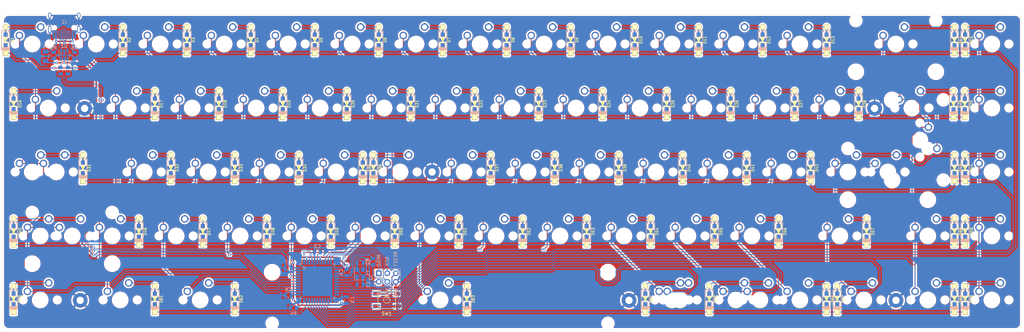
<source format=kicad_pcb>
(kicad_pcb (version 20171130) (host pcbnew "(5.1.4)-1")
  (layers (0 F.Cu signal) (31 B.Cu signal) (34 B.Paste user) (35 F.Paste user) (36 B.SilkS user) (37 F.SilkS user) (38 B.Mask user) (39 F.Mask user) (44 Edge.Cuts user))
  (net 0 "")
  (net 1 GND)
  (net 2 "Net-(C1-Pad1)")
  (net 3 "Net-(C2-Pad1)")
  (net 4 "Net-(C3-Pad1)")
  (net 5 +5V)
  (net 6 "Net-(D1-Pad2)")
  (net 7 ROW0)
  (net 8 "Net-(D2-Pad2)")
  (net 9 "Net-(D3-Pad2)")
  (net 10 "Net-(D4-Pad2)")
  (net 11 "Net-(D5-Pad2)")
  (net 12 "Net-(D6-Pad2)")
  (net 13 "Net-(D7-Pad2)")
  (net 14 "Net-(D8-Pad2)")
  (net 15 "Net-(D9-Pad2)")
  (net 16 "Net-(D10-Pad2)")
  (net 17 "Net-(D11-Pad2)")
  (net 18 "Net-(D12-Pad2)")
  (net 19 "Net-(D13-Pad2)")
  (net 20 "Net-(D14-Pad2)")
  (net 21 "Net-(D15-Pad2)")
  (net 22 "Net-(D16-Pad2)")
  (net 23 ROW1)
  (net 24 "Net-(D17-Pad2)")
  (net 25 "Net-(D18-Pad2)")
  (net 26 "Net-(D19-Pad2)")
  (net 27 "Net-(D20-Pad2)")
  (net 28 "Net-(D21-Pad2)")
  (net 29 "Net-(D22-Pad2)")
  (net 30 "Net-(D23-Pad2)")
  (net 31 "Net-(D24-Pad2)")
  (net 32 "Net-(D25-Pad2)")
  (net 33 "Net-(D26-Pad2)")
  (net 34 "Net-(D27-Pad2)")
  (net 35 "Net-(D28-Pad2)")
  (net 36 "Net-(D29-Pad2)")
  (net 37 "Net-(D30-Pad2)")
  (net 38 "Net-(D31-Pad2)")
  (net 39 ROW2)
  (net 40 "Net-(D32-Pad2)")
  (net 41 "Net-(D33-Pad2)")
  (net 42 "Net-(D34-Pad2)")
  (net 43 "Net-(D35-Pad2)")
  (net 44 "Net-(D36-Pad2)")
  (net 45 "Net-(D37-Pad2)")
  (net 46 "Net-(D38-Pad2)")
  (net 47 "Net-(D39-Pad2)")
  (net 48 "Net-(D40-Pad2)")
  (net 49 "Net-(D41-Pad2)")
  (net 50 "Net-(D42-Pad2)")
  (net 51 "Net-(D43-Pad2)")
  (net 52 "Net-(D45-Pad2)")
  (net 53 "Net-(D46-Pad2)")
  (net 54 ROW3)
  (net 55 "Net-(D47-Pad2)")
  (net 56 "Net-(D48-Pad2)")
  (net 57 "Net-(D49-Pad2)")
  (net 58 "Net-(D50-Pad2)")
  (net 59 "Net-(D51-Pad2)")
  (net 60 "Net-(D52-Pad2)")
  (net 61 "Net-(D53-Pad2)")
  (net 62 "Net-(D54-Pad2)")
  (net 63 "Net-(D55-Pad2)")
  (net 64 "Net-(D56-Pad2)")
  (net 65 "Net-(D57-Pad2)")
  (net 66 "Net-(D58-Pad2)")
  (net 67 "Net-(D59-Pad2)")
  (net 68 "Net-(D60-Pad2)")
  (net 69 "Net-(D61-Pad2)")
  (net 70 ROW4)
  (net 71 "Net-(D62-Pad2)")
  (net 72 "Net-(D63-Pad2)")
  (net 73 "Net-(D64-Pad2)")
  (net 74 "Net-(D65-Pad2)")
  (net 75 "Net-(D66-Pad2)")
  (net 76 "Net-(D67-Pad2)")
  (net 77 "Net-(D68-Pad2)")
  (net 78 "Net-(D69-Pad2)")
  (net 79 VCC)
  (net 80 RESET)
  (net 81 MOSI)
  (net 82 SCK)
  (net 83 MISO)
  (net 84 COL9)
  (net 85 COL10)
  (net 86 COL1)
  (net 87 COL2)
  (net 88 COL3)
  (net 89 COL4)
  (net 90 COL5)
  (net 91 COL6)
  (net 92 COL7)
  (net 93 COL8)
  (net 94 COL11)
  (net 95 COL12)
  (net 96 COL0)
  (net 97 COL13)
  (net 98 COL14)
  (net 99 "Net-(R4-Pad2)")
  (net 100 "Net-(U1-Pad42)")
  (net 101 "Net-(U1-Pad22)")
  (net 102 "Net-(U1-Pad8)")
  (net 103 "Net-(J1-Pad3)")
  (net 104 "Net-(J1-Pad10)")
  (net 105 "Net-(J1-Pad4)")
  (net 106 "Net-(J1-Pad9)")
  (net 107 "Net-(D44-Pad2)")
  (net 108 USB_D-)
  (net 109 USB_D+)
  (net 110 MCU_D+)
  (net 111 MCU_D-)
  (net 112 DP)
  (net 113 DN)
  (module mini-general-tweaks:SOT-23-6_tweaked (layer B.Cu) (at -60.325 92.075 270)
    (fp_text reference U2 (at -2.54 0 180) (layer B.SilkS) (effects (justify mirror)))
    (fp_text value USBLC6-2SC6)
    (fp_text user ° (at -0.3048 0.381 90) (layer B.SilkS) (effects (font (size 1.4 1.4) (thickness 0.1)) (justify mirror)))
    (pad 5 smd rect (at 1.1 0 270) (size 1.06 0.65) (layers B.Cu B.Paste B.Mask) (net 5 +5V))
    (pad 6 smd rect (at 1.1 0.95 270) (size 1.06 0.65) (layers B.Cu B.Paste B.Mask) (net 111 MCU_D-))
    (pad 4 smd rect (at 1.1 -0.95 270) (size 1.06 0.65) (layers B.Cu B.Paste B.Mask) (net 110 MCU_D+))
    (pad 3 smd rect (at -1.1 -0.95 270) (size 1.06 0.65) (layers B.Cu B.Paste B.Mask) (net 109 USB_D+))
    (pad 2 smd rect (at -1.1 0 270) (size 1.06 0.65) (layers B.Cu B.Paste B.Mask) (net 1 GND))
    (pad 1 smd rect (at -1.1 0.95 270) (size 1.06 0.65) (layers B.Cu B.Paste B.Mask) (net 108 USB_D-))
  )
  (module mini-general-tweaks:TQFP-44_10x10mm_P0.8mm_ATmega32U4 (layer B.Cu) (at 15.08125 159.54375 270)
    (fp_text reference U1 (at 0 7.45 90) (layer B.SilkS) (effects (justify mirror)))
    (fp_text value ATmega32U4-AU)
    (fp_text user ° (at -4.01 2.58 90) (layer B.SilkS) (effects (font (size 3.5 3.5) (thickness 0.12)) (justify mirror)))
    (pad 44 smd rect (at -4 5.7 180) (size 1.5 0.55) (layers B.Cu B.Paste B.Mask) (net 5 +5V))
    (pad 43 smd rect (at -3.2 5.7 180) (size 1.5 0.55) (layers B.Cu B.Paste B.Mask) (net 1 GND))
    (pad 42 smd rect (at -2.4 5.7 180) (size 1.5 0.55) (layers B.Cu B.Paste B.Mask) (net 100 "Net-(U1-Pad42)"))
    (pad 41 smd rect (at -1.6 5.7 180) (size 1.5 0.55) (layers B.Cu B.Paste B.Mask) (net 89 COL4))
    (pad 40 smd rect (at -0.8 5.7 180) (size 1.5 0.55) (layers B.Cu B.Paste B.Mask) (net 88 COL3))
    (pad 39 smd rect (at 0 5.7 180) (size 1.5 0.55) (layers B.Cu B.Paste B.Mask) (net 54 ROW3))
    (pad 38 smd rect (at 0.8 5.7 180) (size 1.5 0.55) (layers B.Cu B.Paste B.Mask) (net 96 COL0))
    (pad 37 smd rect (at 1.6 5.7 180) (size 1.5 0.55) (layers B.Cu B.Paste B.Mask) (net 86 COL1))
    (pad 36 smd rect (at 2.4 5.7 180) (size 1.5 0.55) (layers B.Cu B.Paste B.Mask) (net 87 COL2))
    (pad 35 smd rect (at 3.2 5.7 180) (size 1.5 0.55) (layers B.Cu B.Paste B.Mask) (net 1 GND))
    (pad 34 smd rect (at 4 5.7 180) (size 1.5 0.55) (layers B.Cu B.Paste B.Mask) (net 5 +5V))
    (pad 33 smd rect (at 5.7 4 270) (size 1.5 0.55) (layers B.Cu B.Paste B.Mask) (net 99 "Net-(R4-Pad2)"))
    (pad 32 smd rect (at 5.7 3.2 270) (size 1.5 0.55) (layers B.Cu B.Paste B.Mask) (net 70 ROW4))
    (pad 31 smd rect (at 5.7 2.4 270) (size 1.5 0.55) (layers B.Cu B.Paste B.Mask) (net 91 COL6))
    (pad 30 smd rect (at 5.7 1.6 270) (size 1.5 0.55) (layers B.Cu B.Paste B.Mask) (net 84 COL9))
    (pad 29 smd rect (at 5.7 0.8 270) (size 1.5 0.55) (layers B.Cu B.Paste B.Mask) (net 85 COL10))
    (pad 28 smd rect (at 5.7 0 270) (size 1.5 0.55) (layers B.Cu B.Paste B.Mask) (net 94 COL11))
    (pad 27 smd rect (at 5.7 -0.8 270) (size 1.5 0.55) (layers B.Cu B.Paste B.Mask) (net 95 COL12))
    (pad 26 smd rect (at 5.7 -1.6 270) (size 1.5 0.55) (layers B.Cu B.Paste B.Mask) (net 97 COL13))
    (pad 25 smd rect (at 5.7 -2.4 270) (size 1.5 0.55) (layers B.Cu B.Paste B.Mask) (net 7 ROW0))
    (pad 24 smd rect (at 5.7 -3.2 270) (size 1.5 0.55) (layers B.Cu B.Paste B.Mask) (net 5 +5V))
    (pad 23 smd rect (at 5.7 -4 270) (size 1.5 0.55) (layers B.Cu B.Paste B.Mask) (net 1 GND))
    (pad 22 smd rect (at 4 -5.7 180) (size 1.5 0.55) (layers B.Cu B.Paste B.Mask) (net 101 "Net-(U1-Pad22)"))
    (pad 21 smd rect (at 3.2 -5.7 180) (size 1.5 0.55) (layers B.Cu B.Paste B.Mask) (net 39 ROW2))
    (pad 20 smd rect (at 2.4 -5.7 180) (size 1.5 0.55) (layers B.Cu B.Paste B.Mask) (net 98 COL14))
    (pad 19 smd rect (at 1.6 -5.7 180) (size 1.5 0.55) (layers B.Cu B.Paste B.Mask) (net 93 COL8))
    (pad 18 smd rect (at 0.8 -5.7 180) (size 1.5 0.55) (layers B.Cu B.Paste B.Mask) (net 92 COL7))
    (pad 17 smd rect (at 0 -5.7 180) (size 1.5 0.55) (layers B.Cu B.Paste B.Mask) (net 2 "Net-(C1-Pad1)"))
    (pad 16 smd rect (at -0.8 -5.7 180) (size 1.5 0.55) (layers B.Cu B.Paste B.Mask) (net 3 "Net-(C2-Pad1)"))
    (pad 15 smd rect (at -1.6 -5.7 180) (size 1.5 0.55) (layers B.Cu B.Paste B.Mask) (net 1 GND))
    (pad 14 smd rect (at -2.4 -5.7 180) (size 1.5 0.55) (layers B.Cu B.Paste B.Mask) (net 5 +5V))
    (pad 13 smd rect (at -3.2 -5.7 180) (size 1.5 0.55) (layers B.Cu B.Paste B.Mask) (net 80 RESET))
    (pad 12 smd rect (at -4 -5.7 180) (size 1.5 0.55) (layers B.Cu B.Paste B.Mask) (net 23 ROW1))
    (pad 11 smd rect (at -5.7 -4 270) (size 1.5 0.55) (layers B.Cu B.Paste B.Mask) (net 83 MISO))
    (pad 10 smd rect (at -5.7 -3.2 270) (size 1.5 0.55) (layers B.Cu B.Paste B.Mask) (net 81 MOSI))
    (pad 9 smd rect (at -5.7 -2.4 270) (size 1.5 0.55) (layers B.Cu B.Paste B.Mask) (net 82 SCK))
    (pad 8 smd rect (at -5.7 -1.6 270) (size 1.5 0.55) (layers B.Cu B.Paste B.Mask) (net 102 "Net-(U1-Pad8)"))
    (pad 7 smd rect (at -5.7 -0.8 270) (size 1.5 0.55) (layers B.Cu B.Paste B.Mask) (net 5 +5V))
    (pad 6 smd rect (at -5.7 0 270) (size 1.5 0.55) (layers B.Cu B.Paste B.Mask) (net 4 "Net-(C3-Pad1)"))
    (pad 5 smd rect (at -5.7 0.8 270) (size 1.5 0.55) (layers B.Cu B.Paste B.Mask) (net 1 GND))
    (pad 4 smd rect (at -5.7 1.6 270) (size 1.5 0.55) (layers B.Cu B.Paste B.Mask) (net 112 DP))
    (pad 3 smd rect (at -5.7 2.4 270) (size 1.5 0.55) (layers B.Cu B.Paste B.Mask) (net 113 DN))
    (pad 2 smd rect (at -5.7 3.2 270) (size 1.5 0.55) (layers B.Cu B.Paste B.Mask) (net 5 +5V))
    (pad 1 smd rect (at -5.7 4 270) (size 1.5 0.55) (layers B.Cu B.Paste B.Mask) (net 90 COL5))
  )
  (module mini-general-tweaks:PinHeader_2x03_P2.54mm_Vertical_ICSP (layer B.Cu) (at 33.3375 157.1625 270)
    (fp_text reference J2 (at 1.27 2.33 90) (layer B.SilkS) (effects (justify mirror)))
    (fp_text value AVR-ISP-6)
    (fp_text user +5V (at 6 0 90) (layer B.SilkS) (effects (justify mirror)))
    (fp_text user MOSI (at 6.25 -2.5 90) (layer B.SilkS) (effects (justify mirror)))
    (fp_text user GND (at 6 -5 90) (layer B.SilkS) (effects (justify mirror)))
    (fp_text user RESET (at -4.25 -5 90) (layer B.SilkS) (effects (justify mirror)))
    (fp_text user SCK (at -3.5 -2.5 90) (layer B.SilkS) (effects (justify mirror)))
    (fp_text user MISO (at -3.75 0 90) (layer B.SilkS) (effects (justify mirror)))
    (pad 6 thru_hole oval (at 2.54 -5.08 270) (size 1.7 1.7) (drill 1) (layers *.Cu *.Mask) (net 1 GND))
    (pad 5 thru_hole oval (at 0 -5.08 270) (size 1.7 1.7) (drill 1) (layers *.Cu *.Mask) (net 80 RESET))
    (pad 4 thru_hole oval (at 2.54 -2.54 270) (size 1.7 1.7) (drill 1) (layers *.Cu *.Mask) (net 81 MOSI))
    (pad 3 thru_hole oval (at 0 -2.54 270) (size 1.7 1.7) (drill 1) (layers *.Cu *.Mask) (net 82 SCK))
    (pad 2 thru_hole oval (at 2.54 0 270) (size 1.7 1.7) (drill 1) (layers *.Cu *.Mask) (net 5 +5V))
    (pad 1 thru_hole rect (at 0 0 270) (size 1.7 1.7) (drill 1) (layers *.Cu *.Mask) (net 83 MISO))
  )
  (module mini-general-tweaks:MountingHole_2.2mm_M2_Pad_tweaked (layer F.Cu) (at 187.35675 165.227)
    (fp_text reference H5 hide)
    (fp_text value MountingHole_Pad)
    (pad 1 thru_hole circle (at 0 0) (size 4.4 4.4) (drill 2.2) (layers *.Cu *.Mask) (net 1 GND))
  )
  (module mini-general-tweaks:MountingHole_2.2mm_M2_Pad_tweaked (layer F.Cu) (at 180.975 108.077)
    (fp_text reference H4 hide)
    (fp_text value MountingHole_Pad)
    (pad 1 thru_hole circle (at 0 0) (size 4.4 4.4) (drill 2.2) (layers *.Cu *.Mask) (net 1 GND))
  )
  (module mini-general-tweaks:MountingHole_2.2mm_M2_Pad_tweaked (layer F.Cu) (at 107.85475 165.227)
    (fp_text reference H3 hide)
    (fp_text value MountingHole_Pad)
    (pad 1 thru_hole circle (at 0 0) (size 4.4 4.4) (drill 2.2) (layers *.Cu *.Mask) (net 1 GND))
  )
  (module mini-general-tweaks:MountingHole_2.2mm_M2_Pad_tweaked (layer F.Cu) (at 49.2125 127)
    (fp_text reference H2 hide)
    (fp_text value MountingHole_Pad)
    (pad 1 thru_hole circle (at 0 0) (size 4.4 4.4) (drill 2.2) (layers *.Cu *.Mask) (net 1 GND))
  )
  (module mini-general-tweaks:MountingHole_2.2mm_M2_Pad_tweaked (layer F.Cu) (at -55.5625 165.227)
    (fp_text reference H1 hide)
    (fp_text value MountingHole_Pad)
    (pad 1 thru_hole circle (at 0 0) (size 4.4 4.4) (drill 2.2) (layers *.Cu *.Mask) (net 1 GND))
  )
  (module mini-general-tweaks:MountingHole_2.2mm_M2_Pad_tweaked (layer F.Cu) (at -54.26075 108.077)
    (fp_text reference H0 hide)
    (fp_text value MountingHole_Pad)
    (pad 1 thru_hole circle (at 0 0) (size 4.4 4.4) (drill 2.2) (layers *.Cu *.Mask) (net 1 GND))
  )
  (module mini-general-tweaks:D_SOD123_axial-dual (layer F.Cu) (at 207.9625 164.81425 90)
    (fp_text reference D69 (at 0 1.925 90) (layer F.SilkS) (effects (font (size 0.8 0.8))))
    (fp_text value 1N4148W hide)
    (pad 1 smd rect (at -2.7 0 90) (size 2.5 0.5) (layers B.Cu) (net 70 ROW4))
    (pad 1 smd rect (at -1.575 0 90) (size 1.2 1.2) (layers B.Cu B.Paste B.Mask) (net 70 ROW4))
    (pad 2 smd rect (at 1.575 0 90) (size 1.2 1.2) (layers B.Cu B.Paste B.Mask) (net 78 "Net-(D69-Pad2)"))
    (pad 2 smd rect (at 2.7 0 90) (size 2.5 0.5) (layers B.Cu) (net 78 "Net-(D69-Pad2)"))
    (pad 2 smd rect (at 1.575 0 90) (size 1.2 1.2) (layers F.Cu F.Paste F.Mask) (net 78 "Net-(D69-Pad2)"))
    (pad 1 smd rect (at -1.575 0 90) (size 1.2 1.2) (layers F.Cu F.Paste F.Mask) (net 70 ROW4))
    (pad 1 thru_hole rect (at -3.9 0 90) (size 1.6 1.6) (drill 0.7) (layers *.Cu *.Mask F.SilkS) (net 70 ROW4))
    (pad 2 thru_hole circle (at 3.9 0 90) (size 1.6 1.6) (drill 0.7) (layers *.Cu *.Mask F.SilkS) (net 78 "Net-(D69-Pad2)"))
    (pad 1 smd rect (at -2.7 0 90) (size 2.5 0.5) (layers F.Cu) (net 70 ROW4))
    (pad 2 smd rect (at 2.7 0 90) (size 2.5 0.5) (layers F.Cu) (net 78 "Net-(D69-Pad2)"))
  )
  (module mini-general-tweaks:D_SOD123_axial-dual (layer F.Cu) (at 204.7875 164.81425 90)
    (fp_text reference D68 (at 0 1.925 90) (layer F.SilkS) (effects (font (size 0.8 0.8))))
    (fp_text value 1N4148W hide)
    (pad 1 smd rect (at -2.7 0 90) (size 2.5 0.5) (layers B.Cu) (net 70 ROW4))
    (pad 1 smd rect (at -1.575 0 90) (size 1.2 1.2) (layers B.Cu B.Paste B.Mask) (net 70 ROW4))
    (pad 2 smd rect (at 1.575 0 90) (size 1.2 1.2) (layers B.Cu B.Paste B.Mask) (net 77 "Net-(D68-Pad2)"))
    (pad 2 smd rect (at 2.7 0 90) (size 2.5 0.5) (layers B.Cu) (net 77 "Net-(D68-Pad2)"))
    (pad 2 smd rect (at 1.575 0 90) (size 1.2 1.2) (layers F.Cu F.Paste F.Mask) (net 77 "Net-(D68-Pad2)"))
    (pad 1 smd rect (at -1.575 0 90) (size 1.2 1.2) (layers F.Cu F.Paste F.Mask) (net 70 ROW4))
    (pad 1 thru_hole rect (at -3.9 0 90) (size 1.6 1.6) (drill 0.7) (layers *.Cu *.Mask F.SilkS) (net 70 ROW4))
    (pad 2 thru_hole circle (at 3.9 0 90) (size 1.6 1.6) (drill 0.7) (layers *.Cu *.Mask F.SilkS) (net 77 "Net-(D68-Pad2)"))
    (pad 1 smd rect (at -2.7 0 90) (size 2.5 0.5) (layers F.Cu) (net 70 ROW4))
    (pad 2 smd rect (at 2.7 0 90) (size 2.5 0.5) (layers F.Cu) (net 77 "Net-(D68-Pad2)"))
  )
  (module mini-general-tweaks:D_SOD123_axial-dual (layer F.Cu) (at 169.8625 164.81425 90)
    (fp_text reference D67 (at 0 1.925 90) (layer F.SilkS) (effects (font (size 0.8 0.8))))
    (fp_text value 1N4148W hide)
    (pad 1 smd rect (at -2.7 0 90) (size 2.5 0.5) (layers B.Cu) (net 70 ROW4))
    (pad 1 smd rect (at -1.575 0 90) (size 1.2 1.2) (layers B.Cu B.Paste B.Mask) (net 70 ROW4))
    (pad 2 smd rect (at 1.575 0 90) (size 1.2 1.2) (layers B.Cu B.Paste B.Mask) (net 76 "Net-(D67-Pad2)"))
    (pad 2 smd rect (at 2.7 0 90) (size 2.5 0.5) (layers B.Cu) (net 76 "Net-(D67-Pad2)"))
    (pad 2 smd rect (at 1.575 0 90) (size 1.2 1.2) (layers F.Cu F.Paste F.Mask) (net 76 "Net-(D67-Pad2)"))
    (pad 1 smd rect (at -1.575 0 90) (size 1.2 1.2) (layers F.Cu F.Paste F.Mask) (net 70 ROW4))
    (pad 1 thru_hole rect (at -3.9 0 90) (size 1.6 1.6) (drill 0.7) (layers *.Cu *.Mask F.SilkS) (net 70 ROW4))
    (pad 2 thru_hole circle (at 3.9 0 90) (size 1.6 1.6) (drill 0.7) (layers *.Cu *.Mask F.SilkS) (net 76 "Net-(D67-Pad2)"))
    (pad 1 smd rect (at -2.7 0 90) (size 2.5 0.5) (layers F.Cu) (net 70 ROW4))
    (pad 2 smd rect (at 2.7 0 90) (size 2.5 0.5) (layers F.Cu) (net 76 "Net-(D67-Pad2)"))
  )
  (module mini-general-tweaks:D_SOD123_axial-dual (layer F.Cu) (at 166.6875 164.81425 90)
    (fp_text reference D66 (at 0 1.925 90) (layer F.SilkS) (effects (font (size 0.8 0.8))))
    (fp_text value 1N4148W hide)
    (pad 1 smd rect (at -2.7 0 90) (size 2.5 0.5) (layers B.Cu) (net 70 ROW4))
    (pad 1 smd rect (at -1.575 0 90) (size 1.2 1.2) (layers B.Cu B.Paste B.Mask) (net 70 ROW4))
    (pad 2 smd rect (at 1.575 0 90) (size 1.2 1.2) (layers B.Cu B.Paste B.Mask) (net 75 "Net-(D66-Pad2)"))
    (pad 2 smd rect (at 2.7 0 90) (size 2.5 0.5) (layers B.Cu) (net 75 "Net-(D66-Pad2)"))
    (pad 2 smd rect (at 1.575 0 90) (size 1.2 1.2) (layers F.Cu F.Paste F.Mask) (net 75 "Net-(D66-Pad2)"))
    (pad 1 smd rect (at -1.575 0 90) (size 1.2 1.2) (layers F.Cu F.Paste F.Mask) (net 70 ROW4))
    (pad 1 thru_hole rect (at -3.9 0 90) (size 1.6 1.6) (drill 0.7) (layers *.Cu *.Mask F.SilkS) (net 70 ROW4))
    (pad 2 thru_hole circle (at 3.9 0 90) (size 1.6 1.6) (drill 0.7) (layers *.Cu *.Mask F.SilkS) (net 75 "Net-(D66-Pad2)"))
    (pad 1 smd rect (at -2.7 0 90) (size 2.5 0.5) (layers F.Cu) (net 70 ROW4))
    (pad 2 smd rect (at 2.7 0 90) (size 2.5 0.5) (layers F.Cu) (net 75 "Net-(D66-Pad2)"))
  )
  (module mini-general-tweaks:D_SOD123_axial-dual (layer F.Cu) (at 131.7625 164.81425 90)
    (fp_text reference D65 (at 0 1.925 90) (layer F.SilkS) (effects (font (size 0.8 0.8))))
    (fp_text value 1N4148W hide)
    (pad 1 smd rect (at -2.7 0 90) (size 2.5 0.5) (layers B.Cu) (net 70 ROW4))
    (pad 1 smd rect (at -1.575 0 90) (size 1.2 1.2) (layers B.Cu B.Paste B.Mask) (net 70 ROW4))
    (pad 2 smd rect (at 1.575 0 90) (size 1.2 1.2) (layers B.Cu B.Paste B.Mask) (net 74 "Net-(D65-Pad2)"))
    (pad 2 smd rect (at 2.7 0 90) (size 2.5 0.5) (layers B.Cu) (net 74 "Net-(D65-Pad2)"))
    (pad 2 smd rect (at 1.575 0 90) (size 1.2 1.2) (layers F.Cu F.Paste F.Mask) (net 74 "Net-(D65-Pad2)"))
    (pad 1 smd rect (at -1.575 0 90) (size 1.2 1.2) (layers F.Cu F.Paste F.Mask) (net 70 ROW4))
    (pad 1 thru_hole rect (at -3.9 0 90) (size 1.6 1.6) (drill 0.7) (layers *.Cu *.Mask F.SilkS) (net 70 ROW4))
    (pad 2 thru_hole circle (at 3.9 0 90) (size 1.6 1.6) (drill 0.7) (layers *.Cu *.Mask F.SilkS) (net 74 "Net-(D65-Pad2)"))
    (pad 1 smd rect (at -2.7 0 90) (size 2.5 0.5) (layers F.Cu) (net 70 ROW4))
    (pad 2 smd rect (at 2.7 0 90) (size 2.5 0.5) (layers F.Cu) (net 74 "Net-(D65-Pad2)"))
  )
  (module mini-general-tweaks:D_SOD123_axial-dual (layer F.Cu) (at 112.7125 164.81425 90)
    (fp_text reference D64 (at 0 1.925 90) (layer F.SilkS) (effects (font (size 0.8 0.8))))
    (fp_text value 1N4148W hide)
    (pad 1 smd rect (at -2.7 0 90) (size 2.5 0.5) (layers B.Cu) (net 70 ROW4))
    (pad 1 smd rect (at -1.575 0 90) (size 1.2 1.2) (layers B.Cu B.Paste B.Mask) (net 70 ROW4))
    (pad 2 smd rect (at 1.575 0 90) (size 1.2 1.2) (layers B.Cu B.Paste B.Mask) (net 73 "Net-(D64-Pad2)"))
    (pad 2 smd rect (at 2.7 0 90) (size 2.5 0.5) (layers B.Cu) (net 73 "Net-(D64-Pad2)"))
    (pad 2 smd rect (at 1.575 0 90) (size 1.2 1.2) (layers F.Cu F.Paste F.Mask) (net 73 "Net-(D64-Pad2)"))
    (pad 1 smd rect (at -1.575 0 90) (size 1.2 1.2) (layers F.Cu F.Paste F.Mask) (net 70 ROW4))
    (pad 1 thru_hole rect (at -3.9 0 90) (size 1.6 1.6) (drill 0.7) (layers *.Cu *.Mask F.SilkS) (net 70 ROW4))
    (pad 2 thru_hole circle (at 3.9 0 90) (size 1.6 1.6) (drill 0.7) (layers *.Cu *.Mask F.SilkS) (net 73 "Net-(D64-Pad2)"))
    (pad 1 smd rect (at -2.7 0 90) (size 2.5 0.5) (layers F.Cu) (net 70 ROW4))
    (pad 2 smd rect (at 2.7 0 90) (size 2.5 0.5) (layers F.Cu) (net 73 "Net-(D64-Pad2)"))
  )
  (module mini-general-tweaks:D_SOD123_axial-dual (layer F.Cu) (at 59.563 164.81425 90)
    (fp_text reference D63 (at 0 1.925 90) (layer F.SilkS) (effects (font (size 0.8 0.8))))
    (fp_text value 1N4148W hide)
    (pad 1 smd rect (at -2.7 0 90) (size 2.5 0.5) (layers B.Cu) (net 70 ROW4))
    (pad 1 smd rect (at -1.575 0 90) (size 1.2 1.2) (layers B.Cu B.Paste B.Mask) (net 70 ROW4))
    (pad 2 smd rect (at 1.575 0 90) (size 1.2 1.2) (layers B.Cu B.Paste B.Mask) (net 72 "Net-(D63-Pad2)"))
    (pad 2 smd rect (at 2.7 0 90) (size 2.5 0.5) (layers B.Cu) (net 72 "Net-(D63-Pad2)"))
    (pad 2 smd rect (at 1.575 0 90) (size 1.2 1.2) (layers F.Cu F.Paste F.Mask) (net 72 "Net-(D63-Pad2)"))
    (pad 1 smd rect (at -1.575 0 90) (size 1.2 1.2) (layers F.Cu F.Paste F.Mask) (net 70 ROW4))
    (pad 1 thru_hole rect (at -3.9 0 90) (size 1.6 1.6) (drill 0.7) (layers *.Cu *.Mask F.SilkS) (net 70 ROW4))
    (pad 2 thru_hole circle (at 3.9 0 90) (size 1.6 1.6) (drill 0.7) (layers *.Cu *.Mask F.SilkS) (net 72 "Net-(D63-Pad2)"))
    (pad 1 smd rect (at -2.7 0 90) (size 2.5 0.5) (layers F.Cu) (net 70 ROW4))
    (pad 2 smd rect (at 2.7 0 90) (size 2.5 0.5) (layers F.Cu) (net 72 "Net-(D63-Pad2)"))
  )
  (module mini-general-tweaks:D_SOD123_axial-dual (layer F.Cu) (at -9.525 164.81425 90)
    (fp_text reference D62 (at 0 1.925 90) (layer F.SilkS) (effects (font (size 0.8 0.8))))
    (fp_text value 1N4148W hide)
    (pad 1 smd rect (at -2.7 0 90) (size 2.5 0.5) (layers B.Cu) (net 70 ROW4))
    (pad 1 smd rect (at -1.575 0 90) (size 1.2 1.2) (layers B.Cu B.Paste B.Mask) (net 70 ROW4))
    (pad 2 smd rect (at 1.575 0 90) (size 1.2 1.2) (layers B.Cu B.Paste B.Mask) (net 71 "Net-(D62-Pad2)"))
    (pad 2 smd rect (at 2.7 0 90) (size 2.5 0.5) (layers B.Cu) (net 71 "Net-(D62-Pad2)"))
    (pad 2 smd rect (at 1.575 0 90) (size 1.2 1.2) (layers F.Cu F.Paste F.Mask) (net 71 "Net-(D62-Pad2)"))
    (pad 1 smd rect (at -1.575 0 90) (size 1.2 1.2) (layers F.Cu F.Paste F.Mask) (net 70 ROW4))
    (pad 1 thru_hole rect (at -3.9 0 90) (size 1.6 1.6) (drill 0.7) (layers *.Cu *.Mask F.SilkS) (net 70 ROW4))
    (pad 2 thru_hole circle (at 3.9 0 90) (size 1.6 1.6) (drill 0.7) (layers *.Cu *.Mask F.SilkS) (net 71 "Net-(D62-Pad2)"))
    (pad 1 smd rect (at -2.7 0 90) (size 2.5 0.5) (layers F.Cu) (net 70 ROW4))
    (pad 2 smd rect (at 2.7 0 90) (size 2.5 0.5) (layers F.Cu) (net 71 "Net-(D62-Pad2)"))
  )
  (module mini-general-tweaks:D_SOD123_axial-dual (layer F.Cu) (at -33.3375 164.81425 90)
    (fp_text reference D61 (at 0 1.925 90) (layer F.SilkS) (effects (font (size 0.8 0.8))))
    (fp_text value 1N4148W hide)
    (pad 1 smd rect (at -2.7 0 90) (size 2.5 0.5) (layers B.Cu) (net 70 ROW4))
    (pad 1 smd rect (at -1.575 0 90) (size 1.2 1.2) (layers B.Cu B.Paste B.Mask) (net 70 ROW4))
    (pad 2 smd rect (at 1.575 0 90) (size 1.2 1.2) (layers B.Cu B.Paste B.Mask) (net 69 "Net-(D61-Pad2)"))
    (pad 2 smd rect (at 2.7 0 90) (size 2.5 0.5) (layers B.Cu) (net 69 "Net-(D61-Pad2)"))
    (pad 2 smd rect (at 1.575 0 90) (size 1.2 1.2) (layers F.Cu F.Paste F.Mask) (net 69 "Net-(D61-Pad2)"))
    (pad 1 smd rect (at -1.575 0 90) (size 1.2 1.2) (layers F.Cu F.Paste F.Mask) (net 70 ROW4))
    (pad 1 thru_hole rect (at -3.9 0 90) (size 1.6 1.6) (drill 0.7) (layers *.Cu *.Mask F.SilkS) (net 70 ROW4))
    (pad 2 thru_hole circle (at 3.9 0 90) (size 1.6 1.6) (drill 0.7) (layers *.Cu *.Mask F.SilkS) (net 69 "Net-(D61-Pad2)"))
    (pad 1 smd rect (at -2.7 0 90) (size 2.5 0.5) (layers F.Cu) (net 70 ROW4))
    (pad 2 smd rect (at 2.7 0 90) (size 2.5 0.5) (layers F.Cu) (net 69 "Net-(D61-Pad2)"))
  )
  (module mini-general-tweaks:D_SOD123_axial-dual (layer F.Cu) (at -75.40625 164.81425 90)
    (fp_text reference D60 (at 0 1.925 90) (layer F.SilkS) (effects (font (size 0.8 0.8))))
    (fp_text value 1N4148W hide)
    (pad 1 smd rect (at -2.7 0 90) (size 2.5 0.5) (layers B.Cu) (net 70 ROW4))
    (pad 1 smd rect (at -1.575 0 90) (size 1.2 1.2) (layers B.Cu B.Paste B.Mask) (net 70 ROW4))
    (pad 2 smd rect (at 1.575 0 90) (size 1.2 1.2) (layers B.Cu B.Paste B.Mask) (net 68 "Net-(D60-Pad2)"))
    (pad 2 smd rect (at 2.7 0 90) (size 2.5 0.5) (layers B.Cu) (net 68 "Net-(D60-Pad2)"))
    (pad 2 smd rect (at 1.575 0 90) (size 1.2 1.2) (layers F.Cu F.Paste F.Mask) (net 68 "Net-(D60-Pad2)"))
    (pad 1 smd rect (at -1.575 0 90) (size 1.2 1.2) (layers F.Cu F.Paste F.Mask) (net 70 ROW4))
    (pad 1 thru_hole rect (at -3.9 0 90) (size 1.6 1.6) (drill 0.7) (layers *.Cu *.Mask F.SilkS) (net 70 ROW4))
    (pad 2 thru_hole circle (at 3.9 0 90) (size 1.6 1.6) (drill 0.7) (layers *.Cu *.Mask F.SilkS) (net 68 "Net-(D60-Pad2)"))
    (pad 1 smd rect (at -2.7 0 90) (size 2.5 0.5) (layers F.Cu) (net 70 ROW4))
    (pad 2 smd rect (at 2.7 0 90) (size 2.5 0.5) (layers F.Cu) (net 68 "Net-(D60-Pad2)"))
  )
  (module mini-general-tweaks:D_SOD123_axial-dual (layer F.Cu) (at 207.9625 144.7165 90)
    (fp_text reference D59 (at 0 1.925 90) (layer F.SilkS) (effects (font (size 0.8 0.8))))
    (fp_text value 1N4148W hide)
    (pad 1 smd rect (at -2.7 0 90) (size 2.5 0.5) (layers B.Cu) (net 54 ROW3))
    (pad 1 smd rect (at -1.575 0 90) (size 1.2 1.2) (layers B.Cu B.Paste B.Mask) (net 54 ROW3))
    (pad 2 smd rect (at 1.575 0 90) (size 1.2 1.2) (layers B.Cu B.Paste B.Mask) (net 67 "Net-(D59-Pad2)"))
    (pad 2 smd rect (at 2.7 0 90) (size 2.5 0.5) (layers B.Cu) (net 67 "Net-(D59-Pad2)"))
    (pad 2 smd rect (at 1.575 0 90) (size 1.2 1.2) (layers F.Cu F.Paste F.Mask) (net 67 "Net-(D59-Pad2)"))
    (pad 1 smd rect (at -1.575 0 90) (size 1.2 1.2) (layers F.Cu F.Paste F.Mask) (net 54 ROW3))
    (pad 1 thru_hole rect (at -3.9 0 90) (size 1.6 1.6) (drill 0.7) (layers *.Cu *.Mask F.SilkS) (net 54 ROW3))
    (pad 2 thru_hole circle (at 3.9 0 90) (size 1.6 1.6) (drill 0.7) (layers *.Cu *.Mask F.SilkS) (net 67 "Net-(D59-Pad2)"))
    (pad 1 smd rect (at -2.7 0 90) (size 2.5 0.5) (layers F.Cu) (net 54 ROW3))
    (pad 2 smd rect (at 2.7 0 90) (size 2.5 0.5) (layers F.Cu) (net 67 "Net-(D59-Pad2)"))
  )
  (module mini-general-tweaks:D_SOD123_axial-dual (layer F.Cu) (at 204.7875 144.7165 90)
    (fp_text reference D58 (at 0 1.925 90) (layer F.SilkS) (effects (font (size 0.8 0.8))))
    (fp_text value 1N4148W hide)
    (pad 1 smd rect (at -2.7 0 90) (size 2.5 0.5) (layers B.Cu) (net 54 ROW3))
    (pad 1 smd rect (at -1.575 0 90) (size 1.2 1.2) (layers B.Cu B.Paste B.Mask) (net 54 ROW3))
    (pad 2 smd rect (at 1.575 0 90) (size 1.2 1.2) (layers B.Cu B.Paste B.Mask) (net 66 "Net-(D58-Pad2)"))
    (pad 2 smd rect (at 2.7 0 90) (size 2.5 0.5) (layers B.Cu) (net 66 "Net-(D58-Pad2)"))
    (pad 2 smd rect (at 1.575 0 90) (size 1.2 1.2) (layers F.Cu F.Paste F.Mask) (net 66 "Net-(D58-Pad2)"))
    (pad 1 smd rect (at -1.575 0 90) (size 1.2 1.2) (layers F.Cu F.Paste F.Mask) (net 54 ROW3))
    (pad 1 thru_hole rect (at -3.9 0 90) (size 1.6 1.6) (drill 0.7) (layers *.Cu *.Mask F.SilkS) (net 54 ROW3))
    (pad 2 thru_hole circle (at 3.9 0 90) (size 1.6 1.6) (drill 0.7) (layers *.Cu *.Mask F.SilkS) (net 66 "Net-(D58-Pad2)"))
    (pad 1 smd rect (at -2.7 0 90) (size 2.5 0.5) (layers F.Cu) (net 54 ROW3))
    (pad 2 smd rect (at 2.7 0 90) (size 2.5 0.5) (layers F.Cu) (net 66 "Net-(D58-Pad2)"))
  )
  (module mini-general-tweaks:D_SOD123_axial-dual (layer F.Cu) (at 178.59375 144.7165 90)
    (fp_text reference D57 (at 0 1.925 90) (layer F.SilkS) (effects (font (size 0.8 0.8))))
    (fp_text value 1N4148W hide)
    (pad 1 smd rect (at -2.7 0 90) (size 2.5 0.5) (layers B.Cu) (net 54 ROW3))
    (pad 1 smd rect (at -1.575 0 90) (size 1.2 1.2) (layers B.Cu B.Paste B.Mask) (net 54 ROW3))
    (pad 2 smd rect (at 1.575 0 90) (size 1.2 1.2) (layers B.Cu B.Paste B.Mask) (net 65 "Net-(D57-Pad2)"))
    (pad 2 smd rect (at 2.7 0 90) (size 2.5 0.5) (layers B.Cu) (net 65 "Net-(D57-Pad2)"))
    (pad 2 smd rect (at 1.575 0 90) (size 1.2 1.2) (layers F.Cu F.Paste F.Mask) (net 65 "Net-(D57-Pad2)"))
    (pad 1 smd rect (at -1.575 0 90) (size 1.2 1.2) (layers F.Cu F.Paste F.Mask) (net 54 ROW3))
    (pad 1 thru_hole rect (at -3.9 0 90) (size 1.6 1.6) (drill 0.7) (layers *.Cu *.Mask F.SilkS) (net 54 ROW3))
    (pad 2 thru_hole circle (at 3.9 0 90) (size 1.6 1.6) (drill 0.7) (layers *.Cu *.Mask F.SilkS) (net 65 "Net-(D57-Pad2)"))
    (pad 1 smd rect (at -2.7 0 90) (size 2.5 0.5) (layers F.Cu) (net 54 ROW3))
    (pad 2 smd rect (at 2.7 0 90) (size 2.5 0.5) (layers F.Cu) (net 65 "Net-(D57-Pad2)"))
  )
  (module mini-general-tweaks:D_SOD123_axial-dual (layer F.Cu) (at 152.4 144.7165 90)
    (fp_text reference D56 (at 0 1.925 90) (layer F.SilkS) (effects (font (size 0.8 0.8))))
    (fp_text value 1N4148W hide)
    (pad 1 smd rect (at -2.7 0 90) (size 2.5 0.5) (layers B.Cu) (net 54 ROW3))
    (pad 1 smd rect (at -1.575 0 90) (size 1.2 1.2) (layers B.Cu B.Paste B.Mask) (net 54 ROW3))
    (pad 2 smd rect (at 1.575 0 90) (size 1.2 1.2) (layers B.Cu B.Paste B.Mask) (net 64 "Net-(D56-Pad2)"))
    (pad 2 smd rect (at 2.7 0 90) (size 2.5 0.5) (layers B.Cu) (net 64 "Net-(D56-Pad2)"))
    (pad 2 smd rect (at 1.575 0 90) (size 1.2 1.2) (layers F.Cu F.Paste F.Mask) (net 64 "Net-(D56-Pad2)"))
    (pad 1 smd rect (at -1.575 0 90) (size 1.2 1.2) (layers F.Cu F.Paste F.Mask) (net 54 ROW3))
    (pad 1 thru_hole rect (at -3.9 0 90) (size 1.6 1.6) (drill 0.7) (layers *.Cu *.Mask F.SilkS) (net 54 ROW3))
    (pad 2 thru_hole circle (at 3.9 0 90) (size 1.6 1.6) (drill 0.7) (layers *.Cu *.Mask F.SilkS) (net 64 "Net-(D56-Pad2)"))
    (pad 1 smd rect (at -2.7 0 90) (size 2.5 0.5) (layers F.Cu) (net 54 ROW3))
    (pad 2 smd rect (at 2.7 0 90) (size 2.5 0.5) (layers F.Cu) (net 64 "Net-(D56-Pad2)"))
  )
  (module mini-general-tweaks:D_SOD123_axial-dual (layer F.Cu) (at 133.35 144.7165 90)
    (fp_text reference D55 (at 0 1.925 90) (layer F.SilkS) (effects (font (size 0.8 0.8))))
    (fp_text value 1N4148W hide)
    (pad 1 smd rect (at -2.7 0 90) (size 2.5 0.5) (layers B.Cu) (net 54 ROW3))
    (pad 1 smd rect (at -1.575 0 90) (size 1.2 1.2) (layers B.Cu B.Paste B.Mask) (net 54 ROW3))
    (pad 2 smd rect (at 1.575 0 90) (size 1.2 1.2) (layers B.Cu B.Paste B.Mask) (net 63 "Net-(D55-Pad2)"))
    (pad 2 smd rect (at 2.7 0 90) (size 2.5 0.5) (layers B.Cu) (net 63 "Net-(D55-Pad2)"))
    (pad 2 smd rect (at 1.575 0 90) (size 1.2 1.2) (layers F.Cu F.Paste F.Mask) (net 63 "Net-(D55-Pad2)"))
    (pad 1 smd rect (at -1.575 0 90) (size 1.2 1.2) (layers F.Cu F.Paste F.Mask) (net 54 ROW3))
    (pad 1 thru_hole rect (at -3.9 0 90) (size 1.6 1.6) (drill 0.7) (layers *.Cu *.Mask F.SilkS) (net 54 ROW3))
    (pad 2 thru_hole circle (at 3.9 0 90) (size 1.6 1.6) (drill 0.7) (layers *.Cu *.Mask F.SilkS) (net 63 "Net-(D55-Pad2)"))
    (pad 1 smd rect (at -2.7 0 90) (size 2.5 0.5) (layers F.Cu) (net 54 ROW3))
    (pad 2 smd rect (at 2.7 0 90) (size 2.5 0.5) (layers F.Cu) (net 63 "Net-(D55-Pad2)"))
  )
  (module mini-general-tweaks:D_SOD123_axial-dual (layer F.Cu) (at 114.3 144.729 90)
    (fp_text reference D54 (at 0 1.925 90) (layer F.SilkS) (effects (font (size 0.8 0.8))))
    (fp_text value 1N4148W hide)
    (pad 1 smd rect (at -2.7 0 90) (size 2.5 0.5) (layers B.Cu) (net 54 ROW3))
    (pad 1 smd rect (at -1.575 0 90) (size 1.2 1.2) (layers B.Cu B.Paste B.Mask) (net 54 ROW3))
    (pad 2 smd rect (at 1.575 0 90) (size 1.2 1.2) (layers B.Cu B.Paste B.Mask) (net 62 "Net-(D54-Pad2)"))
    (pad 2 smd rect (at 2.7 0 90) (size 2.5 0.5) (layers B.Cu) (net 62 "Net-(D54-Pad2)"))
    (pad 2 smd rect (at 1.575 0 90) (size 1.2 1.2) (layers F.Cu F.Paste F.Mask) (net 62 "Net-(D54-Pad2)"))
    (pad 1 smd rect (at -1.575 0 90) (size 1.2 1.2) (layers F.Cu F.Paste F.Mask) (net 54 ROW3))
    (pad 1 thru_hole rect (at -3.9 0 90) (size 1.6 1.6) (drill 0.7) (layers *.Cu *.Mask F.SilkS) (net 54 ROW3))
    (pad 2 thru_hole circle (at 3.9 0 90) (size 1.6 1.6) (drill 0.7) (layers *.Cu *.Mask F.SilkS) (net 62 "Net-(D54-Pad2)"))
    (pad 1 smd rect (at -2.7 0 90) (size 2.5 0.5) (layers F.Cu) (net 54 ROW3))
    (pad 2 smd rect (at 2.7 0 90) (size 2.5 0.5) (layers F.Cu) (net 62 "Net-(D54-Pad2)"))
  )
  (module mini-general-tweaks:D_SOD123_axial-dual (layer F.Cu) (at 95.25 144.7165 90)
    (fp_text reference D53 (at 0 1.925 90) (layer F.SilkS) (effects (font (size 0.8 0.8))))
    (fp_text value 1N4148W hide)
    (pad 1 smd rect (at -2.7 0 90) (size 2.5 0.5) (layers B.Cu) (net 54 ROW3))
    (pad 1 smd rect (at -1.575 0 90) (size 1.2 1.2) (layers B.Cu B.Paste B.Mask) (net 54 ROW3))
    (pad 2 smd rect (at 1.575 0 90) (size 1.2 1.2) (layers B.Cu B.Paste B.Mask) (net 61 "Net-(D53-Pad2)"))
    (pad 2 smd rect (at 2.7 0 90) (size 2.5 0.5) (layers B.Cu) (net 61 "Net-(D53-Pad2)"))
    (pad 2 smd rect (at 1.575 0 90) (size 1.2 1.2) (layers F.Cu F.Paste F.Mask) (net 61 "Net-(D53-Pad2)"))
    (pad 1 smd rect (at -1.575 0 90) (size 1.2 1.2) (layers F.Cu F.Paste F.Mask) (net 54 ROW3))
    (pad 1 thru_hole rect (at -3.9 0 90) (size 1.6 1.6) (drill 0.7) (layers *.Cu *.Mask F.SilkS) (net 54 ROW3))
    (pad 2 thru_hole circle (at 3.9 0 90) (size 1.6 1.6) (drill 0.7) (layers *.Cu *.Mask F.SilkS) (net 61 "Net-(D53-Pad2)"))
    (pad 1 smd rect (at -2.7 0 90) (size 2.5 0.5) (layers F.Cu) (net 54 ROW3))
    (pad 2 smd rect (at 2.7 0 90) (size 2.5 0.5) (layers F.Cu) (net 61 "Net-(D53-Pad2)"))
  )
  (module mini-general-tweaks:D_SOD123_axial-dual (layer F.Cu) (at 76.2 144.7165 90)
    (fp_text reference D52 (at 0 1.925 90) (layer F.SilkS) (effects (font (size 0.8 0.8))))
    (fp_text value 1N4148W hide)
    (pad 1 smd rect (at -2.7 0 90) (size 2.5 0.5) (layers B.Cu) (net 54 ROW3))
    (pad 1 smd rect (at -1.575 0 90) (size 1.2 1.2) (layers B.Cu B.Paste B.Mask) (net 54 ROW3))
    (pad 2 smd rect (at 1.575 0 90) (size 1.2 1.2) (layers B.Cu B.Paste B.Mask) (net 60 "Net-(D52-Pad2)"))
    (pad 2 smd rect (at 2.7 0 90) (size 2.5 0.5) (layers B.Cu) (net 60 "Net-(D52-Pad2)"))
    (pad 2 smd rect (at 1.575 0 90) (size 1.2 1.2) (layers F.Cu F.Paste F.Mask) (net 60 "Net-(D52-Pad2)"))
    (pad 1 smd rect (at -1.575 0 90) (size 1.2 1.2) (layers F.Cu F.Paste F.Mask) (net 54 ROW3))
    (pad 1 thru_hole rect (at -3.9 0 90) (size 1.6 1.6) (drill 0.7) (layers *.Cu *.Mask F.SilkS) (net 54 ROW3))
    (pad 2 thru_hole circle (at 3.9 0 90) (size 1.6 1.6) (drill 0.7) (layers *.Cu *.Mask F.SilkS) (net 60 "Net-(D52-Pad2)"))
    (pad 1 smd rect (at -2.7 0 90) (size 2.5 0.5) (layers F.Cu) (net 54 ROW3))
    (pad 2 smd rect (at 2.7 0 90) (size 2.5 0.5) (layers F.Cu) (net 60 "Net-(D52-Pad2)"))
  )
  (module mini-general-tweaks:D_SOD123_axial-dual (layer F.Cu) (at 57.15 144.7165 90)
    (fp_text reference D51 (at 0 1.925 90) (layer F.SilkS) (effects (font (size 0.8 0.8))))
    (fp_text value 1N4148W hide)
    (pad 1 smd rect (at -2.7 0 90) (size 2.5 0.5) (layers B.Cu) (net 54 ROW3))
    (pad 1 smd rect (at -1.575 0 90) (size 1.2 1.2) (layers B.Cu B.Paste B.Mask) (net 54 ROW3))
    (pad 2 smd rect (at 1.575 0 90) (size 1.2 1.2) (layers B.Cu B.Paste B.Mask) (net 59 "Net-(D51-Pad2)"))
    (pad 2 smd rect (at 2.7 0 90) (size 2.5 0.5) (layers B.Cu) (net 59 "Net-(D51-Pad2)"))
    (pad 2 smd rect (at 1.575 0 90) (size 1.2 1.2) (layers F.Cu F.Paste F.Mask) (net 59 "Net-(D51-Pad2)"))
    (pad 1 smd rect (at -1.575 0 90) (size 1.2 1.2) (layers F.Cu F.Paste F.Mask) (net 54 ROW3))
    (pad 1 thru_hole rect (at -3.9 0 90) (size 1.6 1.6) (drill 0.7) (layers *.Cu *.Mask F.SilkS) (net 54 ROW3))
    (pad 2 thru_hole circle (at 3.9 0 90) (size 1.6 1.6) (drill 0.7) (layers *.Cu *.Mask F.SilkS) (net 59 "Net-(D51-Pad2)"))
    (pad 1 smd rect (at -2.7 0 90) (size 2.5 0.5) (layers F.Cu) (net 54 ROW3))
    (pad 2 smd rect (at 2.7 0 90) (size 2.5 0.5) (layers F.Cu) (net 59 "Net-(D51-Pad2)"))
  )
  (module mini-general-tweaks:D_SOD123_axial-dual (layer F.Cu) (at 38.1 144.7165 90)
    (fp_text reference D50 (at 0 1.925 90) (layer F.SilkS) (effects (font (size 0.8 0.8))))
    (fp_text value 1N4148W hide)
    (pad 1 smd rect (at -2.7 0 90) (size 2.5 0.5) (layers B.Cu) (net 54 ROW3))
    (pad 1 smd rect (at -1.575 0 90) (size 1.2 1.2) (layers B.Cu B.Paste B.Mask) (net 54 ROW3))
    (pad 2 smd rect (at 1.575 0 90) (size 1.2 1.2) (layers B.Cu B.Paste B.Mask) (net 58 "Net-(D50-Pad2)"))
    (pad 2 smd rect (at 2.7 0 90) (size 2.5 0.5) (layers B.Cu) (net 58 "Net-(D50-Pad2)"))
    (pad 2 smd rect (at 1.575 0 90) (size 1.2 1.2) (layers F.Cu F.Paste F.Mask) (net 58 "Net-(D50-Pad2)"))
    (pad 1 smd rect (at -1.575 0 90) (size 1.2 1.2) (layers F.Cu F.Paste F.Mask) (net 54 ROW3))
    (pad 1 thru_hole rect (at -3.9 0 90) (size 1.6 1.6) (drill 0.7) (layers *.Cu *.Mask F.SilkS) (net 54 ROW3))
    (pad 2 thru_hole circle (at 3.9 0 90) (size 1.6 1.6) (drill 0.7) (layers *.Cu *.Mask F.SilkS) (net 58 "Net-(D50-Pad2)"))
    (pad 1 smd rect (at -2.7 0 90) (size 2.5 0.5) (layers F.Cu) (net 54 ROW3))
    (pad 2 smd rect (at 2.7 0 90) (size 2.5 0.5) (layers F.Cu) (net 58 "Net-(D50-Pad2)"))
  )
  (module mini-general-tweaks:D_SOD123_axial-dual (layer F.Cu) (at 19.05 144.7165 90)
    (fp_text reference D49 (at 0 1.925 90) (layer F.SilkS) (effects (font (size 0.8 0.8))))
    (fp_text value 1N4148W hide)
    (pad 1 smd rect (at -2.7 0 90) (size 2.5 0.5) (layers B.Cu) (net 54 ROW3))
    (pad 1 smd rect (at -1.575 0 90) (size 1.2 1.2) (layers B.Cu B.Paste B.Mask) (net 54 ROW3))
    (pad 2 smd rect (at 1.575 0 90) (size 1.2 1.2) (layers B.Cu B.Paste B.Mask) (net 57 "Net-(D49-Pad2)"))
    (pad 2 smd rect (at 2.7 0 90) (size 2.5 0.5) (layers B.Cu) (net 57 "Net-(D49-Pad2)"))
    (pad 2 smd rect (at 1.575 0 90) (size 1.2 1.2) (layers F.Cu F.Paste F.Mask) (net 57 "Net-(D49-Pad2)"))
    (pad 1 smd rect (at -1.575 0 90) (size 1.2 1.2) (layers F.Cu F.Paste F.Mask) (net 54 ROW3))
    (pad 1 thru_hole rect (at -3.9 0 90) (size 1.6 1.6) (drill 0.7) (layers *.Cu *.Mask F.SilkS) (net 54 ROW3))
    (pad 2 thru_hole circle (at 3.9 0 90) (size 1.6 1.6) (drill 0.7) (layers *.Cu *.Mask F.SilkS) (net 57 "Net-(D49-Pad2)"))
    (pad 1 smd rect (at -2.7 0 90) (size 2.5 0.5) (layers F.Cu) (net 54 ROW3))
    (pad 2 smd rect (at 2.7 0 90) (size 2.5 0.5) (layers F.Cu) (net 57 "Net-(D49-Pad2)"))
  )
  (module mini-general-tweaks:D_SOD123_axial-dual (layer F.Cu) (at 0 144.7165 90)
    (fp_text reference D48 (at 0 1.925 90) (layer F.SilkS) (effects (font (size 0.8 0.8))))
    (fp_text value 1N4148W hide)
    (pad 1 smd rect (at -2.7 0 90) (size 2.5 0.5) (layers B.Cu) (net 54 ROW3))
    (pad 1 smd rect (at -1.575 0 90) (size 1.2 1.2) (layers B.Cu B.Paste B.Mask) (net 54 ROW3))
    (pad 2 smd rect (at 1.575 0 90) (size 1.2 1.2) (layers B.Cu B.Paste B.Mask) (net 56 "Net-(D48-Pad2)"))
    (pad 2 smd rect (at 2.7 0 90) (size 2.5 0.5) (layers B.Cu) (net 56 "Net-(D48-Pad2)"))
    (pad 2 smd rect (at 1.575 0 90) (size 1.2 1.2) (layers F.Cu F.Paste F.Mask) (net 56 "Net-(D48-Pad2)"))
    (pad 1 smd rect (at -1.575 0 90) (size 1.2 1.2) (layers F.Cu F.Paste F.Mask) (net 54 ROW3))
    (pad 1 thru_hole rect (at -3.9 0 90) (size 1.6 1.6) (drill 0.7) (layers *.Cu *.Mask F.SilkS) (net 54 ROW3))
    (pad 2 thru_hole circle (at 3.9 0 90) (size 1.6 1.6) (drill 0.7) (layers *.Cu *.Mask F.SilkS) (net 56 "Net-(D48-Pad2)"))
    (pad 1 smd rect (at -2.7 0 90) (size 2.5 0.5) (layers F.Cu) (net 54 ROW3))
    (pad 2 smd rect (at 2.7 0 90) (size 2.5 0.5) (layers F.Cu) (net 56 "Net-(D48-Pad2)"))
  )
  (module mini-general-tweaks:D_SOD123_axial-dual (layer F.Cu) (at -19.05 144.7165 90)
    (fp_text reference D47 (at 0 1.925 90) (layer F.SilkS) (effects (font (size 0.8 0.8))))
    (fp_text value 1N4148W hide)
    (pad 1 smd rect (at -2.7 0 90) (size 2.5 0.5) (layers B.Cu) (net 54 ROW3))
    (pad 1 smd rect (at -1.575 0 90) (size 1.2 1.2) (layers B.Cu B.Paste B.Mask) (net 54 ROW3))
    (pad 2 smd rect (at 1.575 0 90) (size 1.2 1.2) (layers B.Cu B.Paste B.Mask) (net 55 "Net-(D47-Pad2)"))
    (pad 2 smd rect (at 2.7 0 90) (size 2.5 0.5) (layers B.Cu) (net 55 "Net-(D47-Pad2)"))
    (pad 2 smd rect (at 1.575 0 90) (size 1.2 1.2) (layers F.Cu F.Paste F.Mask) (net 55 "Net-(D47-Pad2)"))
    (pad 1 smd rect (at -1.575 0 90) (size 1.2 1.2) (layers F.Cu F.Paste F.Mask) (net 54 ROW3))
    (pad 1 thru_hole rect (at -3.9 0 90) (size 1.6 1.6) (drill 0.7) (layers *.Cu *.Mask F.SilkS) (net 54 ROW3))
    (pad 2 thru_hole circle (at 3.9 0 90) (size 1.6 1.6) (drill 0.7) (layers *.Cu *.Mask F.SilkS) (net 55 "Net-(D47-Pad2)"))
    (pad 1 smd rect (at -2.7 0 90) (size 2.5 0.5) (layers F.Cu) (net 54 ROW3))
    (pad 2 smd rect (at 2.7 0 90) (size 2.5 0.5) (layers F.Cu) (net 55 "Net-(D47-Pad2)"))
  )
  (module mini-general-tweaks:D_SOD123_axial-dual (layer F.Cu) (at -38.1 144.7165 90)
    (fp_text reference D46 (at 0 1.925 90) (layer F.SilkS) (effects (font (size 0.8 0.8))))
    (fp_text value 1N4148W hide)
    (pad 1 smd rect (at -2.7 0 90) (size 2.5 0.5) (layers B.Cu) (net 54 ROW3))
    (pad 1 smd rect (at -1.575 0 90) (size 1.2 1.2) (layers B.Cu B.Paste B.Mask) (net 54 ROW3))
    (pad 2 smd rect (at 1.575 0 90) (size 1.2 1.2) (layers B.Cu B.Paste B.Mask) (net 53 "Net-(D46-Pad2)"))
    (pad 2 smd rect (at 2.7 0 90) (size 2.5 0.5) (layers B.Cu) (net 53 "Net-(D46-Pad2)"))
    (pad 2 smd rect (at 1.575 0 90) (size 1.2 1.2) (layers F.Cu F.Paste F.Mask) (net 53 "Net-(D46-Pad2)"))
    (pad 1 smd rect (at -1.575 0 90) (size 1.2 1.2) (layers F.Cu F.Paste F.Mask) (net 54 ROW3))
    (pad 1 thru_hole rect (at -3.9 0 90) (size 1.6 1.6) (drill 0.7) (layers *.Cu *.Mask F.SilkS) (net 54 ROW3))
    (pad 2 thru_hole circle (at 3.9 0 90) (size 1.6 1.6) (drill 0.7) (layers *.Cu *.Mask F.SilkS) (net 53 "Net-(D46-Pad2)"))
    (pad 1 smd rect (at -2.7 0 90) (size 2.5 0.5) (layers F.Cu) (net 54 ROW3))
    (pad 2 smd rect (at 2.7 0 90) (size 2.5 0.5) (layers F.Cu) (net 53 "Net-(D46-Pad2)"))
  )
  (module mini-general-tweaks:D_SOD123_axial-dual (layer F.Cu) (at -75.40625 144.7165 90)
    (fp_text reference D45 (at 0 1.925 90) (layer F.SilkS) (effects (font (size 0.8 0.8))))
    (fp_text value 1N4148W hide)
    (pad 1 smd rect (at -2.7 0 90) (size 2.5 0.5) (layers B.Cu) (net 54 ROW3))
    (pad 1 smd rect (at -1.575 0 90) (size 1.2 1.2) (layers B.Cu B.Paste B.Mask) (net 54 ROW3))
    (pad 2 smd rect (at 1.575 0 90) (size 1.2 1.2) (layers B.Cu B.Paste B.Mask) (net 52 "Net-(D45-Pad2)"))
    (pad 2 smd rect (at 2.7 0 90) (size 2.5 0.5) (layers B.Cu) (net 52 "Net-(D45-Pad2)"))
    (pad 2 smd rect (at 1.575 0 90) (size 1.2 1.2) (layers F.Cu F.Paste F.Mask) (net 52 "Net-(D45-Pad2)"))
    (pad 1 smd rect (at -1.575 0 90) (size 1.2 1.2) (layers F.Cu F.Paste F.Mask) (net 54 ROW3))
    (pad 1 thru_hole rect (at -3.9 0 90) (size 1.6 1.6) (drill 0.7) (layers *.Cu *.Mask F.SilkS) (net 54 ROW3))
    (pad 2 thru_hole circle (at 3.9 0 90) (size 1.6 1.6) (drill 0.7) (layers *.Cu *.Mask F.SilkS) (net 52 "Net-(D45-Pad2)"))
    (pad 1 smd rect (at -2.7 0 90) (size 2.5 0.5) (layers F.Cu) (net 54 ROW3))
    (pad 2 smd rect (at 2.7 0 90) (size 2.5 0.5) (layers F.Cu) (net 52 "Net-(D45-Pad2)"))
  )
  (module mini-general-tweaks:D_SOD123_axial-dual (layer F.Cu) (at 207.9625 125.7935 90)
    (fp_text reference D44 (at 0 1.925 90) (layer F.SilkS) (effects (font (size 0.8 0.8))))
    (fp_text value 1N4148W hide)
    (pad 1 smd rect (at -2.7 0 90) (size 2.5 0.5) (layers B.Cu) (net 39 ROW2))
    (pad 1 smd rect (at -1.575 0 90) (size 1.2 1.2) (layers B.Cu B.Paste B.Mask) (net 39 ROW2))
    (pad 2 smd rect (at 1.575 0 90) (size 1.2 1.2) (layers B.Cu B.Paste B.Mask) (net 107 "Net-(D44-Pad2)"))
    (pad 2 smd rect (at 2.7 0 90) (size 2.5 0.5) (layers B.Cu) (net 107 "Net-(D44-Pad2)"))
    (pad 2 smd rect (at 1.575 0 90) (size 1.2 1.2) (layers F.Cu F.Paste F.Mask) (net 107 "Net-(D44-Pad2)"))
    (pad 1 smd rect (at -1.575 0 90) (size 1.2 1.2) (layers F.Cu F.Paste F.Mask) (net 39 ROW2))
    (pad 1 thru_hole rect (at -3.9 0 90) (size 1.6 1.6) (drill 0.7) (layers *.Cu *.Mask F.SilkS) (net 39 ROW2))
    (pad 2 thru_hole circle (at 3.9 0 90) (size 1.6 1.6) (drill 0.7) (layers *.Cu *.Mask F.SilkS) (net 107 "Net-(D44-Pad2)"))
    (pad 1 smd rect (at -2.7 0 90) (size 2.5 0.5) (layers F.Cu) (net 39 ROW2))
    (pad 2 smd rect (at 2.7 0 90) (size 2.5 0.5) (layers F.Cu) (net 107 "Net-(D44-Pad2)"))
  )
  (module mini-general-tweaks:D_SOD123_axial-dual (layer F.Cu) (at 204.7875 125.7935 90)
    (fp_text reference D43 (at 0 1.925 90) (layer F.SilkS) (effects (font (size 0.8 0.8))))
    (fp_text value 1N4148W hide)
    (pad 1 smd rect (at -2.7 0 90) (size 2.5 0.5) (layers B.Cu) (net 39 ROW2))
    (pad 1 smd rect (at -1.575 0 90) (size 1.2 1.2) (layers B.Cu B.Paste B.Mask) (net 39 ROW2))
    (pad 2 smd rect (at 1.575 0 90) (size 1.2 1.2) (layers B.Cu B.Paste B.Mask) (net 51 "Net-(D43-Pad2)"))
    (pad 2 smd rect (at 2.7 0 90) (size 2.5 0.5) (layers B.Cu) (net 51 "Net-(D43-Pad2)"))
    (pad 2 smd rect (at 1.575 0 90) (size 1.2 1.2) (layers F.Cu F.Paste F.Mask) (net 51 "Net-(D43-Pad2)"))
    (pad 1 smd rect (at -1.575 0 90) (size 1.2 1.2) (layers F.Cu F.Paste F.Mask) (net 39 ROW2))
    (pad 1 thru_hole rect (at -3.9 0 90) (size 1.6 1.6) (drill 0.7) (layers *.Cu *.Mask F.SilkS) (net 39 ROW2))
    (pad 2 thru_hole circle (at 3.9 0 90) (size 1.6 1.6) (drill 0.7) (layers *.Cu *.Mask F.SilkS) (net 51 "Net-(D43-Pad2)"))
    (pad 1 smd rect (at -2.7 0 90) (size 2.5 0.5) (layers F.Cu) (net 39 ROW2))
    (pad 2 smd rect (at 2.7 0 90) (size 2.5 0.5) (layers F.Cu) (net 51 "Net-(D43-Pad2)"))
  )
  (module mini-general-tweaks:D_SOD123_axial-dual (layer F.Cu) (at 161.925 125.7935 90)
    (fp_text reference D42 (at 0 1.925 90) (layer F.SilkS) (effects (font (size 0.8 0.8))))
    (fp_text value 1N4148W hide)
    (pad 1 smd rect (at -2.7 0 90) (size 2.5 0.5) (layers B.Cu) (net 39 ROW2))
    (pad 1 smd rect (at -1.575 0 90) (size 1.2 1.2) (layers B.Cu B.Paste B.Mask) (net 39 ROW2))
    (pad 2 smd rect (at 1.575 0 90) (size 1.2 1.2) (layers B.Cu B.Paste B.Mask) (net 50 "Net-(D42-Pad2)"))
    (pad 2 smd rect (at 2.7 0 90) (size 2.5 0.5) (layers B.Cu) (net 50 "Net-(D42-Pad2)"))
    (pad 2 smd rect (at 1.575 0 90) (size 1.2 1.2) (layers F.Cu F.Paste F.Mask) (net 50 "Net-(D42-Pad2)"))
    (pad 1 smd rect (at -1.575 0 90) (size 1.2 1.2) (layers F.Cu F.Paste F.Mask) (net 39 ROW2))
    (pad 1 thru_hole rect (at -3.9 0 90) (size 1.6 1.6) (drill 0.7) (layers *.Cu *.Mask F.SilkS) (net 39 ROW2))
    (pad 2 thru_hole circle (at 3.9 0 90) (size 1.6 1.6) (drill 0.7) (layers *.Cu *.Mask F.SilkS) (net 50 "Net-(D42-Pad2)"))
    (pad 1 smd rect (at -2.7 0 90) (size 2.5 0.5) (layers F.Cu) (net 39 ROW2))
    (pad 2 smd rect (at 2.7 0 90) (size 2.5 0.5) (layers F.Cu) (net 50 "Net-(D42-Pad2)"))
  )
  (module mini-general-tweaks:D_SOD123_axial-dual (layer F.Cu) (at 142.875 125.7935 90)
    (fp_text reference D41 (at 0 1.925 90) (layer F.SilkS) (effects (font (size 0.8 0.8))))
    (fp_text value 1N4148W hide)
    (pad 1 smd rect (at -2.7 0 90) (size 2.5 0.5) (layers B.Cu) (net 39 ROW2))
    (pad 1 smd rect (at -1.575 0 90) (size 1.2 1.2) (layers B.Cu B.Paste B.Mask) (net 39 ROW2))
    (pad 2 smd rect (at 1.575 0 90) (size 1.2 1.2) (layers B.Cu B.Paste B.Mask) (net 49 "Net-(D41-Pad2)"))
    (pad 2 smd rect (at 2.7 0 90) (size 2.5 0.5) (layers B.Cu) (net 49 "Net-(D41-Pad2)"))
    (pad 2 smd rect (at 1.575 0 90) (size 1.2 1.2) (layers F.Cu F.Paste F.Mask) (net 49 "Net-(D41-Pad2)"))
    (pad 1 smd rect (at -1.575 0 90) (size 1.2 1.2) (layers F.Cu F.Paste F.Mask) (net 39 ROW2))
    (pad 1 thru_hole rect (at -3.9 0 90) (size 1.6 1.6) (drill 0.7) (layers *.Cu *.Mask F.SilkS) (net 39 ROW2))
    (pad 2 thru_hole circle (at 3.9 0 90) (size 1.6 1.6) (drill 0.7) (layers *.Cu *.Mask F.SilkS) (net 49 "Net-(D41-Pad2)"))
    (pad 1 smd rect (at -2.7 0 90) (size 2.5 0.5) (layers F.Cu) (net 39 ROW2))
    (pad 2 smd rect (at 2.7 0 90) (size 2.5 0.5) (layers F.Cu) (net 49 "Net-(D41-Pad2)"))
  )
  (module mini-general-tweaks:D_SOD123_axial-dual (layer F.Cu) (at 123.825 125.7935 90)
    (fp_text reference D40 (at 0 1.925 90) (layer F.SilkS) (effects (font (size 0.8 0.8))))
    (fp_text value 1N4148W hide)
    (pad 1 smd rect (at -2.7 0 90) (size 2.5 0.5) (layers B.Cu) (net 39 ROW2))
    (pad 1 smd rect (at -1.575 0 90) (size 1.2 1.2) (layers B.Cu B.Paste B.Mask) (net 39 ROW2))
    (pad 2 smd rect (at 1.575 0 90) (size 1.2 1.2) (layers B.Cu B.Paste B.Mask) (net 48 "Net-(D40-Pad2)"))
    (pad 2 smd rect (at 2.7 0 90) (size 2.5 0.5) (layers B.Cu) (net 48 "Net-(D40-Pad2)"))
    (pad 2 smd rect (at 1.575 0 90) (size 1.2 1.2) (layers F.Cu F.Paste F.Mask) (net 48 "Net-(D40-Pad2)"))
    (pad 1 smd rect (at -1.575 0 90) (size 1.2 1.2) (layers F.Cu F.Paste F.Mask) (net 39 ROW2))
    (pad 1 thru_hole rect (at -3.9 0 90) (size 1.6 1.6) (drill 0.7) (layers *.Cu *.Mask F.SilkS) (net 39 ROW2))
    (pad 2 thru_hole circle (at 3.9 0 90) (size 1.6 1.6) (drill 0.7) (layers *.Cu *.Mask F.SilkS) (net 48 "Net-(D40-Pad2)"))
    (pad 1 smd rect (at -2.7 0 90) (size 2.5 0.5) (layers F.Cu) (net 39 ROW2))
    (pad 2 smd rect (at 2.7 0 90) (size 2.5 0.5) (layers F.Cu) (net 48 "Net-(D40-Pad2)"))
  )
  (module mini-general-tweaks:D_SOD123_axial-dual (layer F.Cu) (at 104.775 125.7935 90)
    (fp_text reference D39 (at 0 1.925 90) (layer F.SilkS) (effects (font (size 0.8 0.8))))
    (fp_text value 1N4148W hide)
    (pad 1 smd rect (at -2.7 0 90) (size 2.5 0.5) (layers B.Cu) (net 39 ROW2))
    (pad 1 smd rect (at -1.575 0 90) (size 1.2 1.2) (layers B.Cu B.Paste B.Mask) (net 39 ROW2))
    (pad 2 smd rect (at 1.575 0 90) (size 1.2 1.2) (layers B.Cu B.Paste B.Mask) (net 47 "Net-(D39-Pad2)"))
    (pad 2 smd rect (at 2.7 0 90) (size 2.5 0.5) (layers B.Cu) (net 47 "Net-(D39-Pad2)"))
    (pad 2 smd rect (at 1.575 0 90) (size 1.2 1.2) (layers F.Cu F.Paste F.Mask) (net 47 "Net-(D39-Pad2)"))
    (pad 1 smd rect (at -1.575 0 90) (size 1.2 1.2) (layers F.Cu F.Paste F.Mask) (net 39 ROW2))
    (pad 1 thru_hole rect (at -3.9 0 90) (size 1.6 1.6) (drill 0.7) (layers *.Cu *.Mask F.SilkS) (net 39 ROW2))
    (pad 2 thru_hole circle (at 3.9 0 90) (size 1.6 1.6) (drill 0.7) (layers *.Cu *.Mask F.SilkS) (net 47 "Net-(D39-Pad2)"))
    (pad 1 smd rect (at -2.7 0 90) (size 2.5 0.5) (layers F.Cu) (net 39 ROW2))
    (pad 2 smd rect (at 2.7 0 90) (size 2.5 0.5) (layers F.Cu) (net 47 "Net-(D39-Pad2)"))
  )
  (module mini-general-tweaks:D_SOD123_axial-dual (layer F.Cu) (at 85.725 125.7935 90)
    (fp_text reference D38 (at 0 1.925 90) (layer F.SilkS) (effects (font (size 0.8 0.8))))
    (fp_text value 1N4148W hide)
    (pad 1 smd rect (at -2.7 0 90) (size 2.5 0.5) (layers B.Cu) (net 39 ROW2))
    (pad 1 smd rect (at -1.575 0 90) (size 1.2 1.2) (layers B.Cu B.Paste B.Mask) (net 39 ROW2))
    (pad 2 smd rect (at 1.575 0 90) (size 1.2 1.2) (layers B.Cu B.Paste B.Mask) (net 46 "Net-(D38-Pad2)"))
    (pad 2 smd rect (at 2.7 0 90) (size 2.5 0.5) (layers B.Cu) (net 46 "Net-(D38-Pad2)"))
    (pad 2 smd rect (at 1.575 0 90) (size 1.2 1.2) (layers F.Cu F.Paste F.Mask) (net 46 "Net-(D38-Pad2)"))
    (pad 1 smd rect (at -1.575 0 90) (size 1.2 1.2) (layers F.Cu F.Paste F.Mask) (net 39 ROW2))
    (pad 1 thru_hole rect (at -3.9 0 90) (size 1.6 1.6) (drill 0.7) (layers *.Cu *.Mask F.SilkS) (net 39 ROW2))
    (pad 2 thru_hole circle (at 3.9 0 90) (size 1.6 1.6) (drill 0.7) (layers *.Cu *.Mask F.SilkS) (net 46 "Net-(D38-Pad2)"))
    (pad 1 smd rect (at -2.7 0 90) (size 2.5 0.5) (layers F.Cu) (net 39 ROW2))
    (pad 2 smd rect (at 2.7 0 90) (size 2.5 0.5) (layers F.Cu) (net 46 "Net-(D38-Pad2)"))
  )
  (module mini-general-tweaks:D_SOD123_axial-dual (layer F.Cu) (at 66.675 125.7935 90)
    (fp_text reference D37 (at 0 1.925 90) (layer F.SilkS) (effects (font (size 0.8 0.8))))
    (fp_text value 1N4148W hide)
    (pad 1 smd rect (at -2.7 0 90) (size 2.5 0.5) (layers B.Cu) (net 39 ROW2))
    (pad 1 smd rect (at -1.575 0 90) (size 1.2 1.2) (layers B.Cu B.Paste B.Mask) (net 39 ROW2))
    (pad 2 smd rect (at 1.575 0 90) (size 1.2 1.2) (layers B.Cu B.Paste B.Mask) (net 45 "Net-(D37-Pad2)"))
    (pad 2 smd rect (at 2.7 0 90) (size 2.5 0.5) (layers B.Cu) (net 45 "Net-(D37-Pad2)"))
    (pad 2 smd rect (at 1.575 0 90) (size 1.2 1.2) (layers F.Cu F.Paste F.Mask) (net 45 "Net-(D37-Pad2)"))
    (pad 1 smd rect (at -1.575 0 90) (size 1.2 1.2) (layers F.Cu F.Paste F.Mask) (net 39 ROW2))
    (pad 1 thru_hole rect (at -3.9 0 90) (size 1.6 1.6) (drill 0.7) (layers *.Cu *.Mask F.SilkS) (net 39 ROW2))
    (pad 2 thru_hole circle (at 3.9 0 90) (size 1.6 1.6) (drill 0.7) (layers *.Cu *.Mask F.SilkS) (net 45 "Net-(D37-Pad2)"))
    (pad 1 smd rect (at -2.7 0 90) (size 2.5 0.5) (layers F.Cu) (net 39 ROW2))
    (pad 2 smd rect (at 2.7 0 90) (size 2.5 0.5) (layers F.Cu) (net 45 "Net-(D37-Pad2)"))
  )
  (module mini-general-tweaks:D_SOD123_axial-dual (layer F.Cu) (at 31.75 125.7935 90)
    (fp_text reference D36 (at 0 1.925 90) (layer F.SilkS) (effects (font (size 0.8 0.8))))
    (fp_text value 1N4148W hide)
    (pad 1 smd rect (at -2.7 0 90) (size 2.5 0.5) (layers B.Cu) (net 39 ROW2))
    (pad 1 smd rect (at -1.575 0 90) (size 1.2 1.2) (layers B.Cu B.Paste B.Mask) (net 39 ROW2))
    (pad 2 smd rect (at 1.575 0 90) (size 1.2 1.2) (layers B.Cu B.Paste B.Mask) (net 44 "Net-(D36-Pad2)"))
    (pad 2 smd rect (at 2.7 0 90) (size 2.5 0.5) (layers B.Cu) (net 44 "Net-(D36-Pad2)"))
    (pad 2 smd rect (at 1.575 0 90) (size 1.2 1.2) (layers F.Cu F.Paste F.Mask) (net 44 "Net-(D36-Pad2)"))
    (pad 1 smd rect (at -1.575 0 90) (size 1.2 1.2) (layers F.Cu F.Paste F.Mask) (net 39 ROW2))
    (pad 1 thru_hole rect (at -3.9 0 90) (size 1.6 1.6) (drill 0.7) (layers *.Cu *.Mask F.SilkS) (net 39 ROW2))
    (pad 2 thru_hole circle (at 3.9 0 90) (size 1.6 1.6) (drill 0.7) (layers *.Cu *.Mask F.SilkS) (net 44 "Net-(D36-Pad2)"))
    (pad 1 smd rect (at -2.7 0 90) (size 2.5 0.5) (layers F.Cu) (net 39 ROW2))
    (pad 2 smd rect (at 2.7 0 90) (size 2.5 0.5) (layers F.Cu) (net 44 "Net-(D36-Pad2)"))
  )
  (module mini-general-tweaks:D_SOD123_axial-dual (layer F.Cu) (at 28.575 125.7935 90)
    (fp_text reference D35 (at 0 1.925 90) (layer F.SilkS) (effects (font (size 0.8 0.8))))
    (fp_text value 1N4148W hide)
    (pad 1 smd rect (at -2.7 0 90) (size 2.5 0.5) (layers B.Cu) (net 39 ROW2))
    (pad 1 smd rect (at -1.575 0 90) (size 1.2 1.2) (layers B.Cu B.Paste B.Mask) (net 39 ROW2))
    (pad 2 smd rect (at 1.575 0 90) (size 1.2 1.2) (layers B.Cu B.Paste B.Mask) (net 43 "Net-(D35-Pad2)"))
    (pad 2 smd rect (at 2.7 0 90) (size 2.5 0.5) (layers B.Cu) (net 43 "Net-(D35-Pad2)"))
    (pad 2 smd rect (at 1.575 0 90) (size 1.2 1.2) (layers F.Cu F.Paste F.Mask) (net 43 "Net-(D35-Pad2)"))
    (pad 1 smd rect (at -1.575 0 90) (size 1.2 1.2) (layers F.Cu F.Paste F.Mask) (net 39 ROW2))
    (pad 1 thru_hole rect (at -3.9 0 90) (size 1.6 1.6) (drill 0.7) (layers *.Cu *.Mask F.SilkS) (net 39 ROW2))
    (pad 2 thru_hole circle (at 3.9 0 90) (size 1.6 1.6) (drill 0.7) (layers *.Cu *.Mask F.SilkS) (net 43 "Net-(D35-Pad2)"))
    (pad 1 smd rect (at -2.7 0 90) (size 2.5 0.5) (layers F.Cu) (net 39 ROW2))
    (pad 2 smd rect (at 2.7 0 90) (size 2.5 0.5) (layers F.Cu) (net 43 "Net-(D35-Pad2)"))
  )
  (module mini-general-tweaks:D_SOD123_axial-dual (layer F.Cu) (at 9.525 125.7935 90)
    (fp_text reference D34 (at 0 1.925 90) (layer F.SilkS) (effects (font (size 0.8 0.8))))
    (fp_text value 1N4148W hide)
    (pad 1 smd rect (at -2.7 0 90) (size 2.5 0.5) (layers B.Cu) (net 39 ROW2))
    (pad 1 smd rect (at -1.575 0 90) (size 1.2 1.2) (layers B.Cu B.Paste B.Mask) (net 39 ROW2))
    (pad 2 smd rect (at 1.575 0 90) (size 1.2 1.2) (layers B.Cu B.Paste B.Mask) (net 42 "Net-(D34-Pad2)"))
    (pad 2 smd rect (at 2.7 0 90) (size 2.5 0.5) (layers B.Cu) (net 42 "Net-(D34-Pad2)"))
    (pad 2 smd rect (at 1.575 0 90) (size 1.2 1.2) (layers F.Cu F.Paste F.Mask) (net 42 "Net-(D34-Pad2)"))
    (pad 1 smd rect (at -1.575 0 90) (size 1.2 1.2) (layers F.Cu F.Paste F.Mask) (net 39 ROW2))
    (pad 1 thru_hole rect (at -3.9 0 90) (size 1.6 1.6) (drill 0.7) (layers *.Cu *.Mask F.SilkS) (net 39 ROW2))
    (pad 2 thru_hole circle (at 3.9 0 90) (size 1.6 1.6) (drill 0.7) (layers *.Cu *.Mask F.SilkS) (net 42 "Net-(D34-Pad2)"))
    (pad 1 smd rect (at -2.7 0 90) (size 2.5 0.5) (layers F.Cu) (net 39 ROW2))
    (pad 2 smd rect (at 2.7 0 90) (size 2.5 0.5) (layers F.Cu) (net 42 "Net-(D34-Pad2)"))
  )
  (module mini-general-tweaks:D_SOD123_axial-dual (layer F.Cu) (at -9.525 125.7935 90)
    (fp_text reference D33 (at 0 1.925 90) (layer F.SilkS) (effects (font (size 0.8 0.8))))
    (fp_text value 1N4148W hide)
    (pad 1 smd rect (at -2.7 0 90) (size 2.5 0.5) (layers B.Cu) (net 39 ROW2))
    (pad 1 smd rect (at -1.575 0 90) (size 1.2 1.2) (layers B.Cu B.Paste B.Mask) (net 39 ROW2))
    (pad 2 smd rect (at 1.575 0 90) (size 1.2 1.2) (layers B.Cu B.Paste B.Mask) (net 41 "Net-(D33-Pad2)"))
    (pad 2 smd rect (at 2.7 0 90) (size 2.5 0.5) (layers B.Cu) (net 41 "Net-(D33-Pad2)"))
    (pad 2 smd rect (at 1.575 0 90) (size 1.2 1.2) (layers F.Cu F.Paste F.Mask) (net 41 "Net-(D33-Pad2)"))
    (pad 1 smd rect (at -1.575 0 90) (size 1.2 1.2) (layers F.Cu F.Paste F.Mask) (net 39 ROW2))
    (pad 1 thru_hole rect (at -3.9 0 90) (size 1.6 1.6) (drill 0.7) (layers *.Cu *.Mask F.SilkS) (net 39 ROW2))
    (pad 2 thru_hole circle (at 3.9 0 90) (size 1.6 1.6) (drill 0.7) (layers *.Cu *.Mask F.SilkS) (net 41 "Net-(D33-Pad2)"))
    (pad 1 smd rect (at -2.7 0 90) (size 2.5 0.5) (layers F.Cu) (net 39 ROW2))
    (pad 2 smd rect (at 2.7 0 90) (size 2.5 0.5) (layers F.Cu) (net 41 "Net-(D33-Pad2)"))
  )
  (module mini-general-tweaks:D_SOD123_axial-dual (layer F.Cu) (at -28.575 125.7935 90)
    (fp_text reference D32 (at 0 1.925 90) (layer F.SilkS) (effects (font (size 0.8 0.8))))
    (fp_text value 1N4148W hide)
    (pad 1 smd rect (at -2.7 0 90) (size 2.5 0.5) (layers B.Cu) (net 39 ROW2))
    (pad 1 smd rect (at -1.575 0 90) (size 1.2 1.2) (layers B.Cu B.Paste B.Mask) (net 39 ROW2))
    (pad 2 smd rect (at 1.575 0 90) (size 1.2 1.2) (layers B.Cu B.Paste B.Mask) (net 40 "Net-(D32-Pad2)"))
    (pad 2 smd rect (at 2.7 0 90) (size 2.5 0.5) (layers B.Cu) (net 40 "Net-(D32-Pad2)"))
    (pad 2 smd rect (at 1.575 0 90) (size 1.2 1.2) (layers F.Cu F.Paste F.Mask) (net 40 "Net-(D32-Pad2)"))
    (pad 1 smd rect (at -1.575 0 90) (size 1.2 1.2) (layers F.Cu F.Paste F.Mask) (net 39 ROW2))
    (pad 1 thru_hole rect (at -3.9 0 90) (size 1.6 1.6) (drill 0.7) (layers *.Cu *.Mask F.SilkS) (net 39 ROW2))
    (pad 2 thru_hole circle (at 3.9 0 90) (size 1.6 1.6) (drill 0.7) (layers *.Cu *.Mask F.SilkS) (net 40 "Net-(D32-Pad2)"))
    (pad 1 smd rect (at -2.7 0 90) (size 2.5 0.5) (layers F.Cu) (net 39 ROW2))
    (pad 2 smd rect (at 2.7 0 90) (size 2.5 0.5) (layers F.Cu) (net 40 "Net-(D32-Pad2)"))
  )
  (module mini-general-tweaks:D_SOD123_axial-dual (layer F.Cu) (at -54.76875 125.7935 90)
    (fp_text reference D31 (at 0 1.925 90) (layer F.SilkS) (effects (font (size 0.8 0.8))))
    (fp_text value 1N4148W hide)
    (pad 1 smd rect (at -2.7 0 90) (size 2.5 0.5) (layers B.Cu) (net 39 ROW2))
    (pad 1 smd rect (at -1.575 0 90) (size 1.2 1.2) (layers B.Cu B.Paste B.Mask) (net 39 ROW2))
    (pad 2 smd rect (at 1.575 0 90) (size 1.2 1.2) (layers B.Cu B.Paste B.Mask) (net 38 "Net-(D31-Pad2)"))
    (pad 2 smd rect (at 2.7 0 90) (size 2.5 0.5) (layers B.Cu) (net 38 "Net-(D31-Pad2)"))
    (pad 2 smd rect (at 1.575 0 90) (size 1.2 1.2) (layers F.Cu F.Paste F.Mask) (net 38 "Net-(D31-Pad2)"))
    (pad 1 smd rect (at -1.575 0 90) (size 1.2 1.2) (layers F.Cu F.Paste F.Mask) (net 39 ROW2))
    (pad 1 thru_hole rect (at -3.9 0 90) (size 1.6 1.6) (drill 0.7) (layers *.Cu *.Mask F.SilkS) (net 39 ROW2))
    (pad 2 thru_hole circle (at 3.9 0 90) (size 1.6 1.6) (drill 0.7) (layers *.Cu *.Mask F.SilkS) (net 38 "Net-(D31-Pad2)"))
    (pad 1 smd rect (at -2.7 0 90) (size 2.5 0.5) (layers F.Cu) (net 39 ROW2))
    (pad 2 smd rect (at 2.7 0 90) (size 2.5 0.5) (layers F.Cu) (net 38 "Net-(D31-Pad2)"))
  )
  (module mini-general-tweaks:D_SOD123_axial-dual (layer F.Cu) (at 207.8355 106.77525 90)
    (fp_text reference D30 (at 0 1.925 90) (layer F.SilkS) (effects (font (size 0.8 0.8))))
    (fp_text value 1N4148W hide)
    (pad 1 smd rect (at -2.7 0 90) (size 2.5 0.5) (layers B.Cu) (net 23 ROW1))
    (pad 1 smd rect (at -1.575 0 90) (size 1.2 1.2) (layers B.Cu B.Paste B.Mask) (net 23 ROW1))
    (pad 2 smd rect (at 1.575 0 90) (size 1.2 1.2) (layers B.Cu B.Paste B.Mask) (net 37 "Net-(D30-Pad2)"))
    (pad 2 smd rect (at 2.7 0 90) (size 2.5 0.5) (layers B.Cu) (net 37 "Net-(D30-Pad2)"))
    (pad 2 smd rect (at 1.575 0 90) (size 1.2 1.2) (layers F.Cu F.Paste F.Mask) (net 37 "Net-(D30-Pad2)"))
    (pad 1 smd rect (at -1.575 0 90) (size 1.2 1.2) (layers F.Cu F.Paste F.Mask) (net 23 ROW1))
    (pad 1 thru_hole rect (at -3.9 0 90) (size 1.6 1.6) (drill 0.7) (layers *.Cu *.Mask F.SilkS) (net 23 ROW1))
    (pad 2 thru_hole circle (at 3.9 0 90) (size 1.6 1.6) (drill 0.7) (layers *.Cu *.Mask F.SilkS) (net 37 "Net-(D30-Pad2)"))
    (pad 1 smd rect (at -2.7 0 90) (size 2.5 0.5) (layers F.Cu) (net 23 ROW1))
    (pad 2 smd rect (at 2.7 0 90) (size 2.5 0.5) (layers F.Cu) (net 37 "Net-(D30-Pad2)"))
  )
  (module mini-general-tweaks:D_SOD123_axial-dual (layer F.Cu) (at 204.50175 106.77525 90)
    (fp_text reference D29 (at 0 1.925 90) (layer F.SilkS) (effects (font (size 0.8 0.8))))
    (fp_text value 1N4148W hide)
    (pad 1 smd rect (at -2.7 0 90) (size 2.5 0.5) (layers B.Cu) (net 23 ROW1))
    (pad 1 smd rect (at -1.575 0 90) (size 1.2 1.2) (layers B.Cu B.Paste B.Mask) (net 23 ROW1))
    (pad 2 smd rect (at 1.575 0 90) (size 1.2 1.2) (layers B.Cu B.Paste B.Mask) (net 36 "Net-(D29-Pad2)"))
    (pad 2 smd rect (at 2.7 0 90) (size 2.5 0.5) (layers B.Cu) (net 36 "Net-(D29-Pad2)"))
    (pad 2 smd rect (at 1.575 0 90) (size 1.2 1.2) (layers F.Cu F.Paste F.Mask) (net 36 "Net-(D29-Pad2)"))
    (pad 1 smd rect (at -1.575 0 90) (size 1.2 1.2) (layers F.Cu F.Paste F.Mask) (net 23 ROW1))
    (pad 1 thru_hole rect (at -3.9 0 90) (size 1.6 1.6) (drill 0.7) (layers *.Cu *.Mask F.SilkS) (net 23 ROW1))
    (pad 2 thru_hole circle (at 3.9 0 90) (size 1.6 1.6) (drill 0.7) (layers *.Cu *.Mask F.SilkS) (net 36 "Net-(D29-Pad2)"))
    (pad 1 smd rect (at -2.7 0 90) (size 2.5 0.5) (layers F.Cu) (net 23 ROW1))
    (pad 2 smd rect (at 2.7 0 90) (size 2.5 0.5) (layers F.Cu) (net 36 "Net-(D29-Pad2)"))
  )
  (module mini-general-tweaks:D_SOD123_axial-dual (layer F.Cu) (at 176.2125 106.7435 90)
    (fp_text reference D28 (at 0 1.925 90) (layer F.SilkS) (effects (font (size 0.8 0.8))))
    (fp_text value 1N4148W hide)
    (pad 1 smd rect (at -2.7 0 90) (size 2.5 0.5) (layers B.Cu) (net 23 ROW1))
    (pad 1 smd rect (at -1.575 0 90) (size 1.2 1.2) (layers B.Cu B.Paste B.Mask) (net 23 ROW1))
    (pad 2 smd rect (at 1.575 0 90) (size 1.2 1.2) (layers B.Cu B.Paste B.Mask) (net 35 "Net-(D28-Pad2)"))
    (pad 2 smd rect (at 2.7 0 90) (size 2.5 0.5) (layers B.Cu) (net 35 "Net-(D28-Pad2)"))
    (pad 2 smd rect (at 1.575 0 90) (size 1.2 1.2) (layers F.Cu F.Paste F.Mask) (net 35 "Net-(D28-Pad2)"))
    (pad 1 smd rect (at -1.575 0 90) (size 1.2 1.2) (layers F.Cu F.Paste F.Mask) (net 23 ROW1))
    (pad 1 thru_hole rect (at -3.9 0 90) (size 1.6 1.6) (drill 0.7) (layers *.Cu *.Mask F.SilkS) (net 23 ROW1))
    (pad 2 thru_hole circle (at 3.9 0 90) (size 1.6 1.6) (drill 0.7) (layers *.Cu *.Mask F.SilkS) (net 35 "Net-(D28-Pad2)"))
    (pad 1 smd rect (at -2.7 0 90) (size 2.5 0.5) (layers F.Cu) (net 23 ROW1))
    (pad 2 smd rect (at 2.7 0 90) (size 2.5 0.5) (layers F.Cu) (net 35 "Net-(D28-Pad2)"))
  )
  (module mini-general-tweaks:D_SOD123_axial-dual (layer F.Cu) (at 157.1625 106.7435 90)
    (fp_text reference D27 (at 0 1.925 90) (layer F.SilkS) (effects (font (size 0.8 0.8))))
    (fp_text value 1N4148W hide)
    (pad 1 smd rect (at -2.7 0 90) (size 2.5 0.5) (layers B.Cu) (net 23 ROW1))
    (pad 1 smd rect (at -1.575 0 90) (size 1.2 1.2) (layers B.Cu B.Paste B.Mask) (net 23 ROW1))
    (pad 2 smd rect (at 1.575 0 90) (size 1.2 1.2) (layers B.Cu B.Paste B.Mask) (net 34 "Net-(D27-Pad2)"))
    (pad 2 smd rect (at 2.7 0 90) (size 2.5 0.5) (layers B.Cu) (net 34 "Net-(D27-Pad2)"))
    (pad 2 smd rect (at 1.575 0 90) (size 1.2 1.2) (layers F.Cu F.Paste F.Mask) (net 34 "Net-(D27-Pad2)"))
    (pad 1 smd rect (at -1.575 0 90) (size 1.2 1.2) (layers F.Cu F.Paste F.Mask) (net 23 ROW1))
    (pad 1 thru_hole rect (at -3.9 0 90) (size 1.6 1.6) (drill 0.7) (layers *.Cu *.Mask F.SilkS) (net 23 ROW1))
    (pad 2 thru_hole circle (at 3.9 0 90) (size 1.6 1.6) (drill 0.7) (layers *.Cu *.Mask F.SilkS) (net 34 "Net-(D27-Pad2)"))
    (pad 1 smd rect (at -2.7 0 90) (size 2.5 0.5) (layers F.Cu) (net 23 ROW1))
    (pad 2 smd rect (at 2.7 0 90) (size 2.5 0.5) (layers F.Cu) (net 34 "Net-(D27-Pad2)"))
  )
  (module mini-general-tweaks:D_SOD123_axial-dual (layer F.Cu) (at 138.1125 106.7435 90)
    (fp_text reference D26 (at 0 1.925 90) (layer F.SilkS) (effects (font (size 0.8 0.8))))
    (fp_text value 1N4148W hide)
    (pad 1 smd rect (at -2.7 0 90) (size 2.5 0.5) (layers B.Cu) (net 23 ROW1))
    (pad 1 smd rect (at -1.575 0 90) (size 1.2 1.2) (layers B.Cu B.Paste B.Mask) (net 23 ROW1))
    (pad 2 smd rect (at 1.575 0 90) (size 1.2 1.2) (layers B.Cu B.Paste B.Mask) (net 33 "Net-(D26-Pad2)"))
    (pad 2 smd rect (at 2.7 0 90) (size 2.5 0.5) (layers B.Cu) (net 33 "Net-(D26-Pad2)"))
    (pad 2 smd rect (at 1.575 0 90) (size 1.2 1.2) (layers F.Cu F.Paste F.Mask) (net 33 "Net-(D26-Pad2)"))
    (pad 1 smd rect (at -1.575 0 90) (size 1.2 1.2) (layers F.Cu F.Paste F.Mask) (net 23 ROW1))
    (pad 1 thru_hole rect (at -3.9 0 90) (size 1.6 1.6) (drill 0.7) (layers *.Cu *.Mask F.SilkS) (net 23 ROW1))
    (pad 2 thru_hole circle (at 3.9 0 90) (size 1.6 1.6) (drill 0.7) (layers *.Cu *.Mask F.SilkS) (net 33 "Net-(D26-Pad2)"))
    (pad 1 smd rect (at -2.7 0 90) (size 2.5 0.5) (layers F.Cu) (net 23 ROW1))
    (pad 2 smd rect (at 2.7 0 90) (size 2.5 0.5) (layers F.Cu) (net 33 "Net-(D26-Pad2)"))
  )
  (module mini-general-tweaks:D_SOD123_axial-dual (layer F.Cu) (at 119.0625 106.7435 90)
    (fp_text reference D25 (at 0 1.925 90) (layer F.SilkS) (effects (font (size 0.8 0.8))))
    (fp_text value 1N4148W hide)
    (pad 1 smd rect (at -2.7 0 90) (size 2.5 0.5) (layers B.Cu) (net 23 ROW1))
    (pad 1 smd rect (at -1.575 0 90) (size 1.2 1.2) (layers B.Cu B.Paste B.Mask) (net 23 ROW1))
    (pad 2 smd rect (at 1.575 0 90) (size 1.2 1.2) (layers B.Cu B.Paste B.Mask) (net 32 "Net-(D25-Pad2)"))
    (pad 2 smd rect (at 2.7 0 90) (size 2.5 0.5) (layers B.Cu) (net 32 "Net-(D25-Pad2)"))
    (pad 2 smd rect (at 1.575 0 90) (size 1.2 1.2) (layers F.Cu F.Paste F.Mask) (net 32 "Net-(D25-Pad2)"))
    (pad 1 smd rect (at -1.575 0 90) (size 1.2 1.2) (layers F.Cu F.Paste F.Mask) (net 23 ROW1))
    (pad 1 thru_hole rect (at -3.9 0 90) (size 1.6 1.6) (drill 0.7) (layers *.Cu *.Mask F.SilkS) (net 23 ROW1))
    (pad 2 thru_hole circle (at 3.9 0 90) (size 1.6 1.6) (drill 0.7) (layers *.Cu *.Mask F.SilkS) (net 32 "Net-(D25-Pad2)"))
    (pad 1 smd rect (at -2.7 0 90) (size 2.5 0.5) (layers F.Cu) (net 23 ROW1))
    (pad 2 smd rect (at 2.7 0 90) (size 2.5 0.5) (layers F.Cu) (net 32 "Net-(D25-Pad2)"))
  )
  (module mini-general-tweaks:D_SOD123_axial-dual (layer F.Cu) (at 100.0125 106.7435 90)
    (fp_text reference D24 (at 0 1.925 90) (layer F.SilkS) (effects (font (size 0.8 0.8))))
    (fp_text value 1N4148W hide)
    (pad 1 smd rect (at -2.7 0 90) (size 2.5 0.5) (layers B.Cu) (net 23 ROW1))
    (pad 1 smd rect (at -1.575 0 90) (size 1.2 1.2) (layers B.Cu B.Paste B.Mask) (net 23 ROW1))
    (pad 2 smd rect (at 1.575 0 90) (size 1.2 1.2) (layers B.Cu B.Paste B.Mask) (net 31 "Net-(D24-Pad2)"))
    (pad 2 smd rect (at 2.7 0 90) (size 2.5 0.5) (layers B.Cu) (net 31 "Net-(D24-Pad2)"))
    (pad 2 smd rect (at 1.575 0 90) (size 1.2 1.2) (layers F.Cu F.Paste F.Mask) (net 31 "Net-(D24-Pad2)"))
    (pad 1 smd rect (at -1.575 0 90) (size 1.2 1.2) (layers F.Cu F.Paste F.Mask) (net 23 ROW1))
    (pad 1 thru_hole rect (at -3.9 0 90) (size 1.6 1.6) (drill 0.7) (layers *.Cu *.Mask F.SilkS) (net 23 ROW1))
    (pad 2 thru_hole circle (at 3.9 0 90) (size 1.6 1.6) (drill 0.7) (layers *.Cu *.Mask F.SilkS) (net 31 "Net-(D24-Pad2)"))
    (pad 1 smd rect (at -2.7 0 90) (size 2.5 0.5) (layers F.Cu) (net 23 ROW1))
    (pad 2 smd rect (at 2.7 0 90) (size 2.5 0.5) (layers F.Cu) (net 31 "Net-(D24-Pad2)"))
  )
  (module mini-general-tweaks:D_SOD123_axial-dual (layer F.Cu) (at 80.9625 106.7435 90)
    (fp_text reference D23 (at 0 1.925 90) (layer F.SilkS) (effects (font (size 0.8 0.8))))
    (fp_text value 1N4148W hide)
    (pad 1 smd rect (at -2.7 0 90) (size 2.5 0.5) (layers B.Cu) (net 23 ROW1))
    (pad 1 smd rect (at -1.575 0 90) (size 1.2 1.2) (layers B.Cu B.Paste B.Mask) (net 23 ROW1))
    (pad 2 smd rect (at 1.575 0 90) (size 1.2 1.2) (layers B.Cu B.Paste B.Mask) (net 30 "Net-(D23-Pad2)"))
    (pad 2 smd rect (at 2.7 0 90) (size 2.5 0.5) (layers B.Cu) (net 30 "Net-(D23-Pad2)"))
    (pad 2 smd rect (at 1.575 0 90) (size 1.2 1.2) (layers F.Cu F.Paste F.Mask) (net 30 "Net-(D23-Pad2)"))
    (pad 1 smd rect (at -1.575 0 90) (size 1.2 1.2) (layers F.Cu F.Paste F.Mask) (net 23 ROW1))
    (pad 1 thru_hole rect (at -3.9 0 90) (size 1.6 1.6) (drill 0.7) (layers *.Cu *.Mask F.SilkS) (net 23 ROW1))
    (pad 2 thru_hole circle (at 3.9 0 90) (size 1.6 1.6) (drill 0.7) (layers *.Cu *.Mask F.SilkS) (net 30 "Net-(D23-Pad2)"))
    (pad 1 smd rect (at -2.7 0 90) (size 2.5 0.5) (layers F.Cu) (net 23 ROW1))
    (pad 2 smd rect (at 2.7 0 90) (size 2.5 0.5) (layers F.Cu) (net 30 "Net-(D23-Pad2)"))
  )
  (module mini-general-tweaks:D_SOD123_axial-dual (layer F.Cu) (at 61.9125 106.7435 90)
    (fp_text reference D22 (at 0 1.925 90) (layer F.SilkS) (effects (font (size 0.8 0.8))))
    (fp_text value 1N4148W hide)
    (pad 1 smd rect (at -2.7 0 90) (size 2.5 0.5) (layers B.Cu) (net 23 ROW1))
    (pad 1 smd rect (at -1.575 0 90) (size 1.2 1.2) (layers B.Cu B.Paste B.Mask) (net 23 ROW1))
    (pad 2 smd rect (at 1.575 0 90) (size 1.2 1.2) (layers B.Cu B.Paste B.Mask) (net 29 "Net-(D22-Pad2)"))
    (pad 2 smd rect (at 2.7 0 90) (size 2.5 0.5) (layers B.Cu) (net 29 "Net-(D22-Pad2)"))
    (pad 2 smd rect (at 1.575 0 90) (size 1.2 1.2) (layers F.Cu F.Paste F.Mask) (net 29 "Net-(D22-Pad2)"))
    (pad 1 smd rect (at -1.575 0 90) (size 1.2 1.2) (layers F.Cu F.Paste F.Mask) (net 23 ROW1))
    (pad 1 thru_hole rect (at -3.9 0 90) (size 1.6 1.6) (drill 0.7) (layers *.Cu *.Mask F.SilkS) (net 23 ROW1))
    (pad 2 thru_hole circle (at 3.9 0 90) (size 1.6 1.6) (drill 0.7) (layers *.Cu *.Mask F.SilkS) (net 29 "Net-(D22-Pad2)"))
    (pad 1 smd rect (at -2.7 0 90) (size 2.5 0.5) (layers F.Cu) (net 23 ROW1))
    (pad 2 smd rect (at 2.7 0 90) (size 2.5 0.5) (layers F.Cu) (net 29 "Net-(D22-Pad2)"))
  )
  (module mini-general-tweaks:D_SOD123_axial-dual (layer F.Cu) (at 42.8625 106.7435 90)
    (fp_text reference D21 (at 0 1.925 90) (layer F.SilkS) (effects (font (size 0.8 0.8))))
    (fp_text value 1N4148W hide)
    (pad 1 smd rect (at -2.7 0 90) (size 2.5 0.5) (layers B.Cu) (net 23 ROW1))
    (pad 1 smd rect (at -1.575 0 90) (size 1.2 1.2) (layers B.Cu B.Paste B.Mask) (net 23 ROW1))
    (pad 2 smd rect (at 1.575 0 90) (size 1.2 1.2) (layers B.Cu B.Paste B.Mask) (net 28 "Net-(D21-Pad2)"))
    (pad 2 smd rect (at 2.7 0 90) (size 2.5 0.5) (layers B.Cu) (net 28 "Net-(D21-Pad2)"))
    (pad 2 smd rect (at 1.575 0 90) (size 1.2 1.2) (layers F.Cu F.Paste F.Mask) (net 28 "Net-(D21-Pad2)"))
    (pad 1 smd rect (at -1.575 0 90) (size 1.2 1.2) (layers F.Cu F.Paste F.Mask) (net 23 ROW1))
    (pad 1 thru_hole rect (at -3.9 0 90) (size 1.6 1.6) (drill 0.7) (layers *.Cu *.Mask F.SilkS) (net 23 ROW1))
    (pad 2 thru_hole circle (at 3.9 0 90) (size 1.6 1.6) (drill 0.7) (layers *.Cu *.Mask F.SilkS) (net 28 "Net-(D21-Pad2)"))
    (pad 1 smd rect (at -2.7 0 90) (size 2.5 0.5) (layers F.Cu) (net 23 ROW1))
    (pad 2 smd rect (at 2.7 0 90) (size 2.5 0.5) (layers F.Cu) (net 28 "Net-(D21-Pad2)"))
  )
  (module mini-general-tweaks:D_SOD123_axial-dual (layer F.Cu) (at 23.8125 106.7435 90)
    (fp_text reference D20 (at 0 1.925 90) (layer F.SilkS) (effects (font (size 0.8 0.8))))
    (fp_text value 1N4148W hide)
    (pad 1 smd rect (at -2.7 0 90) (size 2.5 0.5) (layers B.Cu) (net 23 ROW1))
    (pad 1 smd rect (at -1.575 0 90) (size 1.2 1.2) (layers B.Cu B.Paste B.Mask) (net 23 ROW1))
    (pad 2 smd rect (at 1.575 0 90) (size 1.2 1.2) (layers B.Cu B.Paste B.Mask) (net 27 "Net-(D20-Pad2)"))
    (pad 2 smd rect (at 2.7 0 90) (size 2.5 0.5) (layers B.Cu) (net 27 "Net-(D20-Pad2)"))
    (pad 2 smd rect (at 1.575 0 90) (size 1.2 1.2) (layers F.Cu F.Paste F.Mask) (net 27 "Net-(D20-Pad2)"))
    (pad 1 smd rect (at -1.575 0 90) (size 1.2 1.2) (layers F.Cu F.Paste F.Mask) (net 23 ROW1))
    (pad 1 thru_hole rect (at -3.9 0 90) (size 1.6 1.6) (drill 0.7) (layers *.Cu *.Mask F.SilkS) (net 23 ROW1))
    (pad 2 thru_hole circle (at 3.9 0 90) (size 1.6 1.6) (drill 0.7) (layers *.Cu *.Mask F.SilkS) (net 27 "Net-(D20-Pad2)"))
    (pad 1 smd rect (at -2.7 0 90) (size 2.5 0.5) (layers F.Cu) (net 23 ROW1))
    (pad 2 smd rect (at 2.7 0 90) (size 2.5 0.5) (layers F.Cu) (net 27 "Net-(D20-Pad2)"))
  )
  (module mini-general-tweaks:D_SOD123_axial-dual (layer F.Cu) (at 4.7625 106.7435 90)
    (fp_text reference D19 (at 0 1.925 90) (layer F.SilkS) (effects (font (size 0.8 0.8))))
    (fp_text value 1N4148W hide)
    (pad 1 smd rect (at -2.7 0 90) (size 2.5 0.5) (layers B.Cu) (net 23 ROW1))
    (pad 1 smd rect (at -1.575 0 90) (size 1.2 1.2) (layers B.Cu B.Paste B.Mask) (net 23 ROW1))
    (pad 2 smd rect (at 1.575 0 90) (size 1.2 1.2) (layers B.Cu B.Paste B.Mask) (net 26 "Net-(D19-Pad2)"))
    (pad 2 smd rect (at 2.7 0 90) (size 2.5 0.5) (layers B.Cu) (net 26 "Net-(D19-Pad2)"))
    (pad 2 smd rect (at 1.575 0 90) (size 1.2 1.2) (layers F.Cu F.Paste F.Mask) (net 26 "Net-(D19-Pad2)"))
    (pad 1 smd rect (at -1.575 0 90) (size 1.2 1.2) (layers F.Cu F.Paste F.Mask) (net 23 ROW1))
    (pad 1 thru_hole rect (at -3.9 0 90) (size 1.6 1.6) (drill 0.7) (layers *.Cu *.Mask F.SilkS) (net 23 ROW1))
    (pad 2 thru_hole circle (at 3.9 0 90) (size 1.6 1.6) (drill 0.7) (layers *.Cu *.Mask F.SilkS) (net 26 "Net-(D19-Pad2)"))
    (pad 1 smd rect (at -2.7 0 90) (size 2.5 0.5) (layers F.Cu) (net 23 ROW1))
    (pad 2 smd rect (at 2.7 0 90) (size 2.5 0.5) (layers F.Cu) (net 26 "Net-(D19-Pad2)"))
  )
  (module mini-general-tweaks:D_SOD123_axial-dual (layer F.Cu) (at -14.2875 106.7435 90)
    (fp_text reference D18 (at 0 1.925 90) (layer F.SilkS) (effects (font (size 0.8 0.8))))
    (fp_text value 1N4148W hide)
    (pad 1 smd rect (at -2.7 0 90) (size 2.5 0.5) (layers B.Cu) (net 23 ROW1))
    (pad 1 smd rect (at -1.575 0 90) (size 1.2 1.2) (layers B.Cu B.Paste B.Mask) (net 23 ROW1))
    (pad 2 smd rect (at 1.575 0 90) (size 1.2 1.2) (layers B.Cu B.Paste B.Mask) (net 25 "Net-(D18-Pad2)"))
    (pad 2 smd rect (at 2.7 0 90) (size 2.5 0.5) (layers B.Cu) (net 25 "Net-(D18-Pad2)"))
    (pad 2 smd rect (at 1.575 0 90) (size 1.2 1.2) (layers F.Cu F.Paste F.Mask) (net 25 "Net-(D18-Pad2)"))
    (pad 1 smd rect (at -1.575 0 90) (size 1.2 1.2) (layers F.Cu F.Paste F.Mask) (net 23 ROW1))
    (pad 1 thru_hole rect (at -3.9 0 90) (size 1.6 1.6) (drill 0.7) (layers *.Cu *.Mask F.SilkS) (net 23 ROW1))
    (pad 2 thru_hole circle (at 3.9 0 90) (size 1.6 1.6) (drill 0.7) (layers *.Cu *.Mask F.SilkS) (net 25 "Net-(D18-Pad2)"))
    (pad 1 smd rect (at -2.7 0 90) (size 2.5 0.5) (layers F.Cu) (net 23 ROW1))
    (pad 2 smd rect (at 2.7 0 90) (size 2.5 0.5) (layers F.Cu) (net 25 "Net-(D18-Pad2)"))
  )
  (module mini-general-tweaks:D_SOD123_axial-dual (layer F.Cu) (at -33.3375 106.7435 90)
    (fp_text reference D17 (at 0 1.925 90) (layer F.SilkS) (effects (font (size 0.8 0.8))))
    (fp_text value 1N4148W hide)
    (pad 1 smd rect (at -2.7 0 90) (size 2.5 0.5) (layers B.Cu) (net 23 ROW1))
    (pad 1 smd rect (at -1.575 0 90) (size 1.2 1.2) (layers B.Cu B.Paste B.Mask) (net 23 ROW1))
    (pad 2 smd rect (at 1.575 0 90) (size 1.2 1.2) (layers B.Cu B.Paste B.Mask) (net 24 "Net-(D17-Pad2)"))
    (pad 2 smd rect (at 2.7 0 90) (size 2.5 0.5) (layers B.Cu) (net 24 "Net-(D17-Pad2)"))
    (pad 2 smd rect (at 1.575 0 90) (size 1.2 1.2) (layers F.Cu F.Paste F.Mask) (net 24 "Net-(D17-Pad2)"))
    (pad 1 smd rect (at -1.575 0 90) (size 1.2 1.2) (layers F.Cu F.Paste F.Mask) (net 23 ROW1))
    (pad 1 thru_hole rect (at -3.9 0 90) (size 1.6 1.6) (drill 0.7) (layers *.Cu *.Mask F.SilkS) (net 23 ROW1))
    (pad 2 thru_hole circle (at 3.9 0 90) (size 1.6 1.6) (drill 0.7) (layers *.Cu *.Mask F.SilkS) (net 24 "Net-(D17-Pad2)"))
    (pad 1 smd rect (at -2.7 0 90) (size 2.5 0.5) (layers F.Cu) (net 23 ROW1))
    (pad 2 smd rect (at 2.7 0 90) (size 2.5 0.5) (layers F.Cu) (net 24 "Net-(D17-Pad2)"))
  )
  (module mini-general-tweaks:D_SOD123_axial-dual (layer F.Cu) (at -75.40625 106.7435 90)
    (fp_text reference D16 (at 0 1.925 90) (layer F.SilkS) (effects (font (size 0.8 0.8))))
    (fp_text value 1N4148W hide)
    (pad 1 smd rect (at -2.7 0 90) (size 2.5 0.5) (layers B.Cu) (net 23 ROW1))
    (pad 1 smd rect (at -1.575 0 90) (size 1.2 1.2) (layers B.Cu B.Paste B.Mask) (net 23 ROW1))
    (pad 2 smd rect (at 1.575 0 90) (size 1.2 1.2) (layers B.Cu B.Paste B.Mask) (net 22 "Net-(D16-Pad2)"))
    (pad 2 smd rect (at 2.7 0 90) (size 2.5 0.5) (layers B.Cu) (net 22 "Net-(D16-Pad2)"))
    (pad 2 smd rect (at 1.575 0 90) (size 1.2 1.2) (layers F.Cu F.Paste F.Mask) (net 22 "Net-(D16-Pad2)"))
    (pad 1 smd rect (at -1.575 0 90) (size 1.2 1.2) (layers F.Cu F.Paste F.Mask) (net 23 ROW1))
    (pad 1 thru_hole rect (at -3.9 0 90) (size 1.6 1.6) (drill 0.7) (layers *.Cu *.Mask F.SilkS) (net 23 ROW1))
    (pad 2 thru_hole circle (at 3.9 0 90) (size 1.6 1.6) (drill 0.7) (layers *.Cu *.Mask F.SilkS) (net 22 "Net-(D16-Pad2)"))
    (pad 1 smd rect (at -2.7 0 90) (size 2.5 0.5) (layers F.Cu) (net 23 ROW1))
    (pad 2 smd rect (at 2.7 0 90) (size 2.5 0.5) (layers F.Cu) (net 22 "Net-(D16-Pad2)"))
  )
  (module mini-general-tweaks:D_SOD123_axial-dual (layer F.Cu) (at 207.9625 87.6935 90)
    (fp_text reference D15 (at 0 1.925 90) (layer F.SilkS) (effects (font (size 0.8 0.8))))
    (fp_text value 1N4148W hide)
    (pad 1 smd rect (at -2.7 0 90) (size 2.5 0.5) (layers B.Cu) (net 7 ROW0))
    (pad 1 smd rect (at -1.575 0 90) (size 1.2 1.2) (layers B.Cu B.Paste B.Mask) (net 7 ROW0))
    (pad 2 smd rect (at 1.575 0 90) (size 1.2 1.2) (layers B.Cu B.Paste B.Mask) (net 21 "Net-(D15-Pad2)"))
    (pad 2 smd rect (at 2.7 0 90) (size 2.5 0.5) (layers B.Cu) (net 21 "Net-(D15-Pad2)"))
    (pad 2 smd rect (at 1.575 0 90) (size 1.2 1.2) (layers F.Cu F.Paste F.Mask) (net 21 "Net-(D15-Pad2)"))
    (pad 1 smd rect (at -1.575 0 90) (size 1.2 1.2) (layers F.Cu F.Paste F.Mask) (net 7 ROW0))
    (pad 1 thru_hole rect (at -3.9 0 90) (size 1.6 1.6) (drill 0.7) (layers *.Cu *.Mask F.SilkS) (net 7 ROW0))
    (pad 2 thru_hole circle (at 3.9 0 90) (size 1.6 1.6) (drill 0.7) (layers *.Cu *.Mask F.SilkS) (net 21 "Net-(D15-Pad2)"))
    (pad 1 smd rect (at -2.7 0 90) (size 2.5 0.5) (layers F.Cu) (net 7 ROW0))
    (pad 2 smd rect (at 2.7 0 90) (size 2.5 0.5) (layers F.Cu) (net 21 "Net-(D15-Pad2)"))
  )
  (module mini-general-tweaks:D_SOD123_axial-dual (layer F.Cu) (at 204.7875 87.6935 90)
    (fp_text reference D14 (at 0 1.925 90) (layer F.SilkS) (effects (font (size 0.8 0.8))))
    (fp_text value 1N4148W hide)
    (pad 1 smd rect (at -2.7 0 90) (size 2.5 0.5) (layers B.Cu) (net 7 ROW0))
    (pad 1 smd rect (at -1.575 0 90) (size 1.2 1.2) (layers B.Cu B.Paste B.Mask) (net 7 ROW0))
    (pad 2 smd rect (at 1.575 0 90) (size 1.2 1.2) (layers B.Cu B.Paste B.Mask) (net 20 "Net-(D14-Pad2)"))
    (pad 2 smd rect (at 2.7 0 90) (size 2.5 0.5) (layers B.Cu) (net 20 "Net-(D14-Pad2)"))
    (pad 2 smd rect (at 1.575 0 90) (size 1.2 1.2) (layers F.Cu F.Paste F.Mask) (net 20 "Net-(D14-Pad2)"))
    (pad 1 smd rect (at -1.575 0 90) (size 1.2 1.2) (layers F.Cu F.Paste F.Mask) (net 7 ROW0))
    (pad 1 thru_hole rect (at -3.9 0 90) (size 1.6 1.6) (drill 0.7) (layers *.Cu *.Mask F.SilkS) (net 7 ROW0))
    (pad 2 thru_hole circle (at 3.9 0 90) (size 1.6 1.6) (drill 0.7) (layers *.Cu *.Mask F.SilkS) (net 20 "Net-(D14-Pad2)"))
    (pad 1 smd rect (at -2.7 0 90) (size 2.5 0.5) (layers F.Cu) (net 7 ROW0))
    (pad 2 smd rect (at 2.7 0 90) (size 2.5 0.5) (layers F.Cu) (net 20 "Net-(D14-Pad2)"))
  )
  (module mini-general-tweaks:D_SOD123_axial-dual (layer F.Cu) (at 166.6875 87.6935 90)
    (fp_text reference D13 (at 0 1.925 90) (layer F.SilkS) (effects (font (size 0.8 0.8))))
    (fp_text value 1N4148W hide)
    (pad 1 smd rect (at -2.7 0 90) (size 2.5 0.5) (layers B.Cu) (net 7 ROW0))
    (pad 1 smd rect (at -1.575 0 90) (size 1.2 1.2) (layers B.Cu B.Paste B.Mask) (net 7 ROW0))
    (pad 2 smd rect (at 1.575 0 90) (size 1.2 1.2) (layers B.Cu B.Paste B.Mask) (net 19 "Net-(D13-Pad2)"))
    (pad 2 smd rect (at 2.7 0 90) (size 2.5 0.5) (layers B.Cu) (net 19 "Net-(D13-Pad2)"))
    (pad 2 smd rect (at 1.575 0 90) (size 1.2 1.2) (layers F.Cu F.Paste F.Mask) (net 19 "Net-(D13-Pad2)"))
    (pad 1 smd rect (at -1.575 0 90) (size 1.2 1.2) (layers F.Cu F.Paste F.Mask) (net 7 ROW0))
    (pad 1 thru_hole rect (at -3.9 0 90) (size 1.6 1.6) (drill 0.7) (layers *.Cu *.Mask F.SilkS) (net 7 ROW0))
    (pad 2 thru_hole circle (at 3.9 0 90) (size 1.6 1.6) (drill 0.7) (layers *.Cu *.Mask F.SilkS) (net 19 "Net-(D13-Pad2)"))
    (pad 1 smd rect (at -2.7 0 90) (size 2.5 0.5) (layers F.Cu) (net 7 ROW0))
    (pad 2 smd rect (at 2.7 0 90) (size 2.5 0.5) (layers F.Cu) (net 19 "Net-(D13-Pad2)"))
  )
  (module mini-general-tweaks:D_SOD123_axial-dual (layer F.Cu) (at 147.6375 87.6935 90)
    (fp_text reference D12 (at 0 1.925 90) (layer F.SilkS) (effects (font (size 0.8 0.8))))
    (fp_text value 1N4148W hide)
    (pad 1 smd rect (at -2.7 0 90) (size 2.5 0.5) (layers B.Cu) (net 7 ROW0))
    (pad 1 smd rect (at -1.575 0 90) (size 1.2 1.2) (layers B.Cu B.Paste B.Mask) (net 7 ROW0))
    (pad 2 smd rect (at 1.575 0 90) (size 1.2 1.2) (layers B.Cu B.Paste B.Mask) (net 18 "Net-(D12-Pad2)"))
    (pad 2 smd rect (at 2.7 0 90) (size 2.5 0.5) (layers B.Cu) (net 18 "Net-(D12-Pad2)"))
    (pad 2 smd rect (at 1.575 0 90) (size 1.2 1.2) (layers F.Cu F.Paste F.Mask) (net 18 "Net-(D12-Pad2)"))
    (pad 1 smd rect (at -1.575 0 90) (size 1.2 1.2) (layers F.Cu F.Paste F.Mask) (net 7 ROW0))
    (pad 1 thru_hole rect (at -3.9 0 90) (size 1.6 1.6) (drill 0.7) (layers *.Cu *.Mask F.SilkS) (net 7 ROW0))
    (pad 2 thru_hole circle (at 3.9 0 90) (size 1.6 1.6) (drill 0.7) (layers *.Cu *.Mask F.SilkS) (net 18 "Net-(D12-Pad2)"))
    (pad 1 smd rect (at -2.7 0 90) (size 2.5 0.5) (layers F.Cu) (net 7 ROW0))
    (pad 2 smd rect (at 2.7 0 90) (size 2.5 0.5) (layers F.Cu) (net 18 "Net-(D12-Pad2)"))
  )
  (module mini-general-tweaks:D_SOD123_axial-dual (layer F.Cu) (at 128.5875 87.6935 90)
    (fp_text reference D11 (at 0 1.925 90) (layer F.SilkS) (effects (font (size 0.8 0.8))))
    (fp_text value 1N4148W hide)
    (pad 1 smd rect (at -2.7 0 90) (size 2.5 0.5) (layers B.Cu) (net 7 ROW0))
    (pad 1 smd rect (at -1.575 0 90) (size 1.2 1.2) (layers B.Cu B.Paste B.Mask) (net 7 ROW0))
    (pad 2 smd rect (at 1.575 0 90) (size 1.2 1.2) (layers B.Cu B.Paste B.Mask) (net 17 "Net-(D11-Pad2)"))
    (pad 2 smd rect (at 2.7 0 90) (size 2.5 0.5) (layers B.Cu) (net 17 "Net-(D11-Pad2)"))
    (pad 2 smd rect (at 1.575 0 90) (size 1.2 1.2) (layers F.Cu F.Paste F.Mask) (net 17 "Net-(D11-Pad2)"))
    (pad 1 smd rect (at -1.575 0 90) (size 1.2 1.2) (layers F.Cu F.Paste F.Mask) (net 7 ROW0))
    (pad 1 thru_hole rect (at -3.9 0 90) (size 1.6 1.6) (drill 0.7) (layers *.Cu *.Mask F.SilkS) (net 7 ROW0))
    (pad 2 thru_hole circle (at 3.9 0 90) (size 1.6 1.6) (drill 0.7) (layers *.Cu *.Mask F.SilkS) (net 17 "Net-(D11-Pad2)"))
    (pad 1 smd rect (at -2.7 0 90) (size 2.5 0.5) (layers F.Cu) (net 7 ROW0))
    (pad 2 smd rect (at 2.7 0 90) (size 2.5 0.5) (layers F.Cu) (net 17 "Net-(D11-Pad2)"))
  )
  (module mini-general-tweaks:D_SOD123_axial-dual (layer F.Cu) (at 109.5375 87.6935 90)
    (fp_text reference D10 (at 0 1.925 90) (layer F.SilkS) (effects (font (size 0.8 0.8))))
    (fp_text value 1N4148W hide)
    (pad 1 smd rect (at -2.7 0 90) (size 2.5 0.5) (layers B.Cu) (net 7 ROW0))
    (pad 1 smd rect (at -1.575 0 90) (size 1.2 1.2) (layers B.Cu B.Paste B.Mask) (net 7 ROW0))
    (pad 2 smd rect (at 1.575 0 90) (size 1.2 1.2) (layers B.Cu B.Paste B.Mask) (net 16 "Net-(D10-Pad2)"))
    (pad 2 smd rect (at 2.7 0 90) (size 2.5 0.5) (layers B.Cu) (net 16 "Net-(D10-Pad2)"))
    (pad 2 smd rect (at 1.575 0 90) (size 1.2 1.2) (layers F.Cu F.Paste F.Mask) (net 16 "Net-(D10-Pad2)"))
    (pad 1 smd rect (at -1.575 0 90) (size 1.2 1.2) (layers F.Cu F.Paste F.Mask) (net 7 ROW0))
    (pad 1 thru_hole rect (at -3.9 0 90) (size 1.6 1.6) (drill 0.7) (layers *.Cu *.Mask F.SilkS) (net 7 ROW0))
    (pad 2 thru_hole circle (at 3.9 0 90) (size 1.6 1.6) (drill 0.7) (layers *.Cu *.Mask F.SilkS) (net 16 "Net-(D10-Pad2)"))
    (pad 1 smd rect (at -2.7 0 90) (size 2.5 0.5) (layers F.Cu) (net 7 ROW0))
    (pad 2 smd rect (at 2.7 0 90) (size 2.5 0.5) (layers F.Cu) (net 16 "Net-(D10-Pad2)"))
  )
  (module mini-general-tweaks:D_SOD123_axial-dual (layer F.Cu) (at 90.4875 87.6935 90)
    (fp_text reference D9 (at 0 1.925 90) (layer F.SilkS) (effects (font (size 0.8 0.8))))
    (fp_text value 1N4148W hide)
    (pad 1 smd rect (at -2.7 0 90) (size 2.5 0.5) (layers B.Cu) (net 7 ROW0))
    (pad 1 smd rect (at -1.575 0 90) (size 1.2 1.2) (layers B.Cu B.Paste B.Mask) (net 7 ROW0))
    (pad 2 smd rect (at 1.575 0 90) (size 1.2 1.2) (layers B.Cu B.Paste B.Mask) (net 15 "Net-(D9-Pad2)"))
    (pad 2 smd rect (at 2.7 0 90) (size 2.5 0.5) (layers B.Cu) (net 15 "Net-(D9-Pad2)"))
    (pad 2 smd rect (at 1.575 0 90) (size 1.2 1.2) (layers F.Cu F.Paste F.Mask) (net 15 "Net-(D9-Pad2)"))
    (pad 1 smd rect (at -1.575 0 90) (size 1.2 1.2) (layers F.Cu F.Paste F.Mask) (net 7 ROW0))
    (pad 1 thru_hole rect (at -3.9 0 90) (size 1.6 1.6) (drill 0.7) (layers *.Cu *.Mask F.SilkS) (net 7 ROW0))
    (pad 2 thru_hole circle (at 3.9 0 90) (size 1.6 1.6) (drill 0.7) (layers *.Cu *.Mask F.SilkS) (net 15 "Net-(D9-Pad2)"))
    (pad 1 smd rect (at -2.7 0 90) (size 2.5 0.5) (layers F.Cu) (net 7 ROW0))
    (pad 2 smd rect (at 2.7 0 90) (size 2.5 0.5) (layers F.Cu) (net 15 "Net-(D9-Pad2)"))
  )
  (module mini-general-tweaks:D_SOD123_axial-dual (layer F.Cu) (at 71.4375 87.6935 90)
    (fp_text reference D8 (at 0 1.925 90) (layer F.SilkS) (effects (font (size 0.8 0.8))))
    (fp_text value 1N4148W hide)
    (pad 1 smd rect (at -2.7 0 90) (size 2.5 0.5) (layers B.Cu) (net 7 ROW0))
    (pad 1 smd rect (at -1.575 0 90) (size 1.2 1.2) (layers B.Cu B.Paste B.Mask) (net 7 ROW0))
    (pad 2 smd rect (at 1.575 0 90) (size 1.2 1.2) (layers B.Cu B.Paste B.Mask) (net 14 "Net-(D8-Pad2)"))
    (pad 2 smd rect (at 2.7 0 90) (size 2.5 0.5) (layers B.Cu) (net 14 "Net-(D8-Pad2)"))
    (pad 2 smd rect (at 1.575 0 90) (size 1.2 1.2) (layers F.Cu F.Paste F.Mask) (net 14 "Net-(D8-Pad2)"))
    (pad 1 smd rect (at -1.575 0 90) (size 1.2 1.2) (layers F.Cu F.Paste F.Mask) (net 7 ROW0))
    (pad 1 thru_hole rect (at -3.9 0 90) (size 1.6 1.6) (drill 0.7) (layers *.Cu *.Mask F.SilkS) (net 7 ROW0))
    (pad 2 thru_hole circle (at 3.9 0 90) (size 1.6 1.6) (drill 0.7) (layers *.Cu *.Mask F.SilkS) (net 14 "Net-(D8-Pad2)"))
    (pad 1 smd rect (at -2.7 0 90) (size 2.5 0.5) (layers F.Cu) (net 7 ROW0))
    (pad 2 smd rect (at 2.7 0 90) (size 2.5 0.5) (layers F.Cu) (net 14 "Net-(D8-Pad2)"))
  )
  (module mini-general-tweaks:D_SOD123_axial-dual (layer F.Cu) (at 52.3875 87.6935 90)
    (fp_text reference D7 (at 0 1.925 90) (layer F.SilkS) (effects (font (size 0.8 0.8))))
    (fp_text value 1N4148W hide)
    (pad 1 smd rect (at -2.7 0 90) (size 2.5 0.5) (layers B.Cu) (net 7 ROW0))
    (pad 1 smd rect (at -1.575 0 90) (size 1.2 1.2) (layers B.Cu B.Paste B.Mask) (net 7 ROW0))
    (pad 2 smd rect (at 1.575 0 90) (size 1.2 1.2) (layers B.Cu B.Paste B.Mask) (net 13 "Net-(D7-Pad2)"))
    (pad 2 smd rect (at 2.7 0 90) (size 2.5 0.5) (layers B.Cu) (net 13 "Net-(D7-Pad2)"))
    (pad 2 smd rect (at 1.575 0 90) (size 1.2 1.2) (layers F.Cu F.Paste F.Mask) (net 13 "Net-(D7-Pad2)"))
    (pad 1 smd rect (at -1.575 0 90) (size 1.2 1.2) (layers F.Cu F.Paste F.Mask) (net 7 ROW0))
    (pad 1 thru_hole rect (at -3.9 0 90) (size 1.6 1.6) (drill 0.7) (layers *.Cu *.Mask F.SilkS) (net 7 ROW0))
    (pad 2 thru_hole circle (at 3.9 0 90) (size 1.6 1.6) (drill 0.7) (layers *.Cu *.Mask F.SilkS) (net 13 "Net-(D7-Pad2)"))
    (pad 1 smd rect (at -2.7 0 90) (size 2.5 0.5) (layers F.Cu) (net 7 ROW0))
    (pad 2 smd rect (at 2.7 0 90) (size 2.5 0.5) (layers F.Cu) (net 13 "Net-(D7-Pad2)"))
  )
  (module mini-general-tweaks:D_SOD123_axial-dual (layer F.Cu) (at 33.3375 87.6935 90)
    (fp_text reference D6 (at 0 1.925 90) (layer F.SilkS) (effects (font (size 0.8 0.8))))
    (fp_text value 1N4148W hide)
    (pad 1 smd rect (at -2.7 0 90) (size 2.5 0.5) (layers B.Cu) (net 7 ROW0))
    (pad 1 smd rect (at -1.575 0 90) (size 1.2 1.2) (layers B.Cu B.Paste B.Mask) (net 7 ROW0))
    (pad 2 smd rect (at 1.575 0 90) (size 1.2 1.2) (layers B.Cu B.Paste B.Mask) (net 12 "Net-(D6-Pad2)"))
    (pad 2 smd rect (at 2.7 0 90) (size 2.5 0.5) (layers B.Cu) (net 12 "Net-(D6-Pad2)"))
    (pad 2 smd rect (at 1.575 0 90) (size 1.2 1.2) (layers F.Cu F.Paste F.Mask) (net 12 "Net-(D6-Pad2)"))
    (pad 1 smd rect (at -1.575 0 90) (size 1.2 1.2) (layers F.Cu F.Paste F.Mask) (net 7 ROW0))
    (pad 1 thru_hole rect (at -3.9 0 90) (size 1.6 1.6) (drill 0.7) (layers *.Cu *.Mask F.SilkS) (net 7 ROW0))
    (pad 2 thru_hole circle (at 3.9 0 90) (size 1.6 1.6) (drill 0.7) (layers *.Cu *.Mask F.SilkS) (net 12 "Net-(D6-Pad2)"))
    (pad 1 smd rect (at -2.7 0 90) (size 2.5 0.5) (layers F.Cu) (net 7 ROW0))
    (pad 2 smd rect (at 2.7 0 90) (size 2.5 0.5) (layers F.Cu) (net 12 "Net-(D6-Pad2)"))
  )
  (module mini-general-tweaks:D_SOD123_axial-dual (layer F.Cu) (at 14.2875 87.6935 90)
    (fp_text reference D5 (at 0 1.925 90) (layer F.SilkS) (effects (font (size 0.8 0.8))))
    (fp_text value 1N4148W hide)
    (pad 1 smd rect (at -2.7 0 90) (size 2.5 0.5) (layers B.Cu) (net 7 ROW0))
    (pad 1 smd rect (at -1.575 0 90) (size 1.2 1.2) (layers B.Cu B.Paste B.Mask) (net 7 ROW0))
    (pad 2 smd rect (at 1.575 0 90) (size 1.2 1.2) (layers B.Cu B.Paste B.Mask) (net 11 "Net-(D5-Pad2)"))
    (pad 2 smd rect (at 2.7 0 90) (size 2.5 0.5) (layers B.Cu) (net 11 "Net-(D5-Pad2)"))
    (pad 2 smd rect (at 1.575 0 90) (size 1.2 1.2) (layers F.Cu F.Paste F.Mask) (net 11 "Net-(D5-Pad2)"))
    (pad 1 smd rect (at -1.575 0 90) (size 1.2 1.2) (layers F.Cu F.Paste F.Mask) (net 7 ROW0))
    (pad 1 thru_hole rect (at -3.9 0 90) (size 1.6 1.6) (drill 0.7) (layers *.Cu *.Mask F.SilkS) (net 7 ROW0))
    (pad 2 thru_hole circle (at 3.9 0 90) (size 1.6 1.6) (drill 0.7) (layers *.Cu *.Mask F.SilkS) (net 11 "Net-(D5-Pad2)"))
    (pad 1 smd rect (at -2.7 0 90) (size 2.5 0.5) (layers F.Cu) (net 7 ROW0))
    (pad 2 smd rect (at 2.7 0 90) (size 2.5 0.5) (layers F.Cu) (net 11 "Net-(D5-Pad2)"))
  )
  (module mini-general-tweaks:D_SOD123_axial-dual (layer F.Cu) (at -4.7625 87.6935 90)
    (fp_text reference D4 (at 0 1.925 90) (layer F.SilkS) (effects (font (size 0.8 0.8))))
    (fp_text value 1N4148W hide)
    (pad 1 smd rect (at -2.7 0 90) (size 2.5 0.5) (layers B.Cu) (net 7 ROW0))
    (pad 1 smd rect (at -1.575 0 90) (size 1.2 1.2) (layers B.Cu B.Paste B.Mask) (net 7 ROW0))
    (pad 2 smd rect (at 1.575 0 90) (size 1.2 1.2) (layers B.Cu B.Paste B.Mask) (net 10 "Net-(D4-Pad2)"))
    (pad 2 smd rect (at 2.7 0 90) (size 2.5 0.5) (layers B.Cu) (net 10 "Net-(D4-Pad2)"))
    (pad 2 smd rect (at 1.575 0 90) (size 1.2 1.2) (layers F.Cu F.Paste F.Mask) (net 10 "Net-(D4-Pad2)"))
    (pad 1 smd rect (at -1.575 0 90) (size 1.2 1.2) (layers F.Cu F.Paste F.Mask) (net 7 ROW0))
    (pad 1 thru_hole rect (at -3.9 0 90) (size 1.6 1.6) (drill 0.7) (layers *.Cu *.Mask F.SilkS) (net 7 ROW0))
    (pad 2 thru_hole circle (at 3.9 0 90) (size 1.6 1.6) (drill 0.7) (layers *.Cu *.Mask F.SilkS) (net 10 "Net-(D4-Pad2)"))
    (pad 1 smd rect (at -2.7 0 90) (size 2.5 0.5) (layers F.Cu) (net 7 ROW0))
    (pad 2 smd rect (at 2.7 0 90) (size 2.5 0.5) (layers F.Cu) (net 10 "Net-(D4-Pad2)"))
  )
  (module mini-general-tweaks:D_SOD123_axial-dual (layer F.Cu) (at -23.8125 87.6935 90)
    (fp_text reference D3 (at 0 1.925 90) (layer F.SilkS) (effects (font (size 0.8 0.8))))
    (fp_text value 1N4148W hide)
    (pad 1 smd rect (at -2.7 0 90) (size 2.5 0.5) (layers B.Cu) (net 7 ROW0))
    (pad 1 smd rect (at -1.575 0 90) (size 1.2 1.2) (layers B.Cu B.Paste B.Mask) (net 7 ROW0))
    (pad 2 smd rect (at 1.575 0 90) (size 1.2 1.2) (layers B.Cu B.Paste B.Mask) (net 9 "Net-(D3-Pad2)"))
    (pad 2 smd rect (at 2.7 0 90) (size 2.5 0.5) (layers B.Cu) (net 9 "Net-(D3-Pad2)"))
    (pad 2 smd rect (at 1.575 0 90) (size 1.2 1.2) (layers F.Cu F.Paste F.Mask) (net 9 "Net-(D3-Pad2)"))
    (pad 1 smd rect (at -1.575 0 90) (size 1.2 1.2) (layers F.Cu F.Paste F.Mask) (net 7 ROW0))
    (pad 1 thru_hole rect (at -3.9 0 90) (size 1.6 1.6) (drill 0.7) (layers *.Cu *.Mask F.SilkS) (net 7 ROW0))
    (pad 2 thru_hole circle (at 3.9 0 90) (size 1.6 1.6) (drill 0.7) (layers *.Cu *.Mask F.SilkS) (net 9 "Net-(D3-Pad2)"))
    (pad 1 smd rect (at -2.7 0 90) (size 2.5 0.5) (layers F.Cu) (net 7 ROW0))
    (pad 2 smd rect (at 2.7 0 90) (size 2.5 0.5) (layers F.Cu) (net 9 "Net-(D3-Pad2)"))
  )
  (module mini-general-tweaks:D_SOD123_axial-dual (layer F.Cu) (at -42.8625 87.6935 90)
    (fp_text reference D2 (at 0 1.925 90) (layer F.SilkS) (effects (font (size 0.8 0.8))))
    (fp_text value 1N4148W hide)
    (pad 1 smd rect (at -2.7 0 90) (size 2.5 0.5) (layers B.Cu) (net 7 ROW0))
    (pad 1 smd rect (at -1.575 0 90) (size 1.2 1.2) (layers B.Cu B.Paste B.Mask) (net 7 ROW0))
    (pad 2 smd rect (at 1.575 0 90) (size 1.2 1.2) (layers B.Cu B.Paste B.Mask) (net 8 "Net-(D2-Pad2)"))
    (pad 2 smd rect (at 2.7 0 90) (size 2.5 0.5) (layers B.Cu) (net 8 "Net-(D2-Pad2)"))
    (pad 2 smd rect (at 1.575 0 90) (size 1.2 1.2) (layers F.Cu F.Paste F.Mask) (net 8 "Net-(D2-Pad2)"))
    (pad 1 smd rect (at -1.575 0 90) (size 1.2 1.2) (layers F.Cu F.Paste F.Mask) (net 7 ROW0))
    (pad 1 thru_hole rect (at -3.9 0 90) (size 1.6 1.6) (drill 0.7) (layers *.Cu *.Mask F.SilkS) (net 7 ROW0))
    (pad 2 thru_hole circle (at 3.9 0 90) (size 1.6 1.6) (drill 0.7) (layers *.Cu *.Mask F.SilkS) (net 8 "Net-(D2-Pad2)"))
    (pad 1 smd rect (at -2.7 0 90) (size 2.5 0.5) (layers F.Cu) (net 7 ROW0))
    (pad 2 smd rect (at 2.7 0 90) (size 2.5 0.5) (layers F.Cu) (net 8 "Net-(D2-Pad2)"))
  )
  (module mini-general-tweaks:D_SOD123_axial-dual (layer F.Cu) (at -77.7875 87.6935 90)
    (fp_text reference D1 (at 0 1.925 90) (layer F.SilkS) (effects (font (size 0.8 0.8))))
    (fp_text value 1N4148W hide)
    (pad 1 smd rect (at -2.7 0 90) (size 2.5 0.5) (layers B.Cu) (net 7 ROW0))
    (pad 1 smd rect (at -1.575 0 90) (size 1.2 1.2) (layers B.Cu B.Paste B.Mask) (net 7 ROW0))
    (pad 2 smd rect (at 1.575 0 90) (size 1.2 1.2) (layers B.Cu B.Paste B.Mask) (net 6 "Net-(D1-Pad2)"))
    (pad 2 smd rect (at 2.7 0 90) (size 2.5 0.5) (layers B.Cu) (net 6 "Net-(D1-Pad2)"))
    (pad 2 smd rect (at 1.575 0 90) (size 1.2 1.2) (layers F.Cu F.Paste F.Mask) (net 6 "Net-(D1-Pad2)"))
    (pad 1 smd rect (at -1.575 0 90) (size 1.2 1.2) (layers F.Cu F.Paste F.Mask) (net 7 ROW0))
    (pad 1 thru_hole rect (at -3.9 0 90) (size 1.6 1.6) (drill 0.7) (layers *.Cu *.Mask F.SilkS) (net 7 ROW0))
    (pad 2 thru_hole circle (at 3.9 0 90) (size 1.6 1.6) (drill 0.7) (layers *.Cu *.Mask F.SilkS) (net 6 "Net-(D1-Pad2)"))
    (pad 1 smd rect (at -2.7 0 90) (size 2.5 0.5) (layers F.Cu) (net 7 ROW0))
    (pad 2 smd rect (at 2.7 0 90) (size 2.5 0.5) (layers F.Cu) (net 6 "Net-(D1-Pad2)"))
  )
  (module mini-MX-Tweaks:MXOnly-1U-NoLED_tweak (layer F.Cu) (at -26.9875 146.05)
    (fp_text reference MX_Z1)
    (fp_text value MX-NoLED)
    (pad 2 thru_hole circle (at 2.54 -5.08) (size 2.25 2.25) (drill 1.47) (layers *.Cu *.Mask) (net 55 "Net-(D47-Pad2)"))
    (pad "" np_thru_hole circle (at 0 0) (size 3.9878 3.9878) (drill 3.9878) (layers *.Cu *.Mask))
    (pad 1 thru_hole circle (at -3.81 -2.54) (size 2.25 2.25) (drill 1.47) (layers *.Cu *.Mask) (net 87 COL2))
    (pad "" np_thru_hole circle (at -5.08 0 48.0996) (size 1.75 1.75) (drill 1.75) (layers *.Cu *.Mask))
    (pad "" np_thru_hole circle (at 5.08 0 48.0996) (size 1.75 1.75) (drill 1.75) (layers *.Cu *.Mask))
  )
  (module mini-MX-Tweaks:MXOnly-1U-NoLED_tweak (layer F.Cu) (at 53.975 107.95)
    (fp_text reference MX_Y1)
    (fp_text value MX-NoLED)
    (pad 2 thru_hole circle (at 2.54 -5.08) (size 2.25 2.25) (drill 1.47) (layers *.Cu *.Mask) (net 29 "Net-(D22-Pad2)"))
    (pad "" np_thru_hole circle (at 0 0) (size 3.9878 3.9878) (drill 3.9878) (layers *.Cu *.Mask))
    (pad 1 thru_hole circle (at -3.81 -2.54) (size 2.25 2.25) (drill 1.47) (layers *.Cu *.Mask) (net 91 COL6))
    (pad "" np_thru_hole circle (at -5.08 0 48.0996) (size 1.75 1.75) (drill 1.75) (layers *.Cu *.Mask))
    (pad "" np_thru_hole circle (at 5.08 0 48.0996) (size 1.75 1.75) (drill 1.75) (layers *.Cu *.Mask))
  )
  (module mini-MX-Tweaks:MXOnly-1U-NoLED_tweak (layer F.Cu) (at -7.9375 146.05)
    (fp_text reference MX_X1)
    (fp_text value MX-NoLED)
    (pad 2 thru_hole circle (at 2.54 -5.08) (size 2.25 2.25) (drill 1.47) (layers *.Cu *.Mask) (net 56 "Net-(D48-Pad2)"))
    (pad "" np_thru_hole circle (at 0 0) (size 3.9878 3.9878) (drill 3.9878) (layers *.Cu *.Mask))
    (pad 1 thru_hole circle (at -3.81 -2.54) (size 2.25 2.25) (drill 1.47) (layers *.Cu *.Mask) (net 88 COL3))
    (pad "" np_thru_hole circle (at -5.08 0 48.0996) (size 1.75 1.75) (drill 1.75) (layers *.Cu *.Mask))
    (pad "" np_thru_hole circle (at 5.08 0 48.0996) (size 1.75 1.75) (drill 1.75) (layers *.Cu *.Mask))
  )
  (module mini-MX-Tweaks:MXOnly-1U-NoLED_tweak (layer F.Cu) (at -22.225 107.95)
    (fp_text reference MX_W1)
    (fp_text value MX-NoLED)
    (pad 2 thru_hole circle (at 2.54 -5.08) (size 2.25 2.25) (drill 1.47) (layers *.Cu *.Mask) (net 25 "Net-(D18-Pad2)"))
    (pad "" np_thru_hole circle (at 0 0) (size 3.9878 3.9878) (drill 3.9878) (layers *.Cu *.Mask))
    (pad 1 thru_hole circle (at -3.81 -2.54) (size 2.25 2.25) (drill 1.47) (layers *.Cu *.Mask) (net 87 COL2))
    (pad "" np_thru_hole circle (at -5.08 0 48.0996) (size 1.75 1.75) (drill 1.75) (layers *.Cu *.Mask))
    (pad "" np_thru_hole circle (at 5.08 0 48.0996) (size 1.75 1.75) (drill 1.75) (layers *.Cu *.Mask))
  )
  (module mini-MX-Tweaks:MXOnly-1U-NoLED_tweak (layer F.Cu) (at 30.1625 146.05)
    (fp_text reference MX_V1)
    (fp_text value MX-NoLED)
    (pad 2 thru_hole circle (at 2.54 -5.08) (size 2.25 2.25) (drill 1.47) (layers *.Cu *.Mask) (net 58 "Net-(D50-Pad2)"))
    (pad "" np_thru_hole circle (at 0 0) (size 3.9878 3.9878) (drill 3.9878) (layers *.Cu *.Mask))
    (pad 1 thru_hole circle (at -3.81 -2.54) (size 2.25 2.25) (drill 1.47) (layers *.Cu *.Mask) (net 90 COL5))
    (pad "" np_thru_hole circle (at -5.08 0 48.0996) (size 1.75 1.75) (drill 1.75) (layers *.Cu *.Mask))
    (pad "" np_thru_hole circle (at 5.08 0 48.0996) (size 1.75 1.75) (drill 1.75) (layers *.Cu *.Mask))
  )
  (module mini-MX-Tweaks:MXOnly-1U-NoLED_tweak (layer F.Cu) (at 73.025 107.95)
    (fp_text reference MX_U1)
    (fp_text value MX-NoLED)
    (pad 2 thru_hole circle (at 2.54 -5.08) (size 2.25 2.25) (drill 1.47) (layers *.Cu *.Mask) (net 30 "Net-(D23-Pad2)"))
    (pad "" np_thru_hole circle (at 0 0) (size 3.9878 3.9878) (drill 3.9878) (layers *.Cu *.Mask))
    (pad 1 thru_hole circle (at -3.81 -2.54) (size 2.25 2.25) (drill 1.47) (layers *.Cu *.Mask) (net 92 COL7))
    (pad "" np_thru_hole circle (at -5.08 0 48.0996) (size 1.75 1.75) (drill 1.75) (layers *.Cu *.Mask))
    (pad "" np_thru_hole circle (at 5.08 0 48.0996) (size 1.75 1.75) (drill 1.75) (layers *.Cu *.Mask))
  )
  (module mini-MX-Tweaks:MXOnly-1U-NoLED_tweak (layer F.Cu) (at 215.9 146.05)
    (fp_text reference MX_TEMP1)
    (fp_text value MX-NoLED)
    (pad 2 thru_hole circle (at 2.54 -5.08) (size 2.25 2.25) (drill 1.47) (layers *.Cu *.Mask) (net 67 "Net-(D59-Pad2)"))
    (pad "" np_thru_hole circle (at 0 0) (size 3.9878 3.9878) (drill 3.9878) (layers *.Cu *.Mask))
    (pad 1 thru_hole circle (at -3.81 -2.54) (size 2.25 2.25) (drill 1.47) (layers *.Cu *.Mask) (net 98 COL14))
    (pad "" np_thru_hole circle (at -5.08 0 48.0996) (size 1.75 1.75) (drill 1.75) (layers *.Cu *.Mask))
    (pad "" np_thru_hole circle (at 5.08 0 48.0996) (size 1.75 1.75) (drill 1.75) (layers *.Cu *.Mask))
  )
  (module mini-MX-Tweaks:MXOnly-1U-NoLED_tweak (layer F.Cu) (at 34.925 107.95)
    (fp_text reference MX_T1)
    (fp_text value MX-NoLED)
    (pad 2 thru_hole circle (at 2.54 -5.08) (size 2.25 2.25) (drill 1.47) (layers *.Cu *.Mask) (net 28 "Net-(D21-Pad2)"))
    (pad "" np_thru_hole circle (at 0 0) (size 3.9878 3.9878) (drill 3.9878) (layers *.Cu *.Mask))
    (pad 1 thru_hole circle (at -3.81 -2.54) (size 2.25 2.25) (drill 1.47) (layers *.Cu *.Mask) (net 90 COL5))
    (pad "" np_thru_hole circle (at -5.08 0 48.0996) (size 1.75 1.75) (drill 1.75) (layers *.Cu *.Mask))
    (pad "" np_thru_hole circle (at 5.08 0 48.0996) (size 1.75 1.75) (drill 1.75) (layers *.Cu *.Mask))
  )
  (module mini-MX-Tweaks:MXOnly-1U-NoLED_tweak (layer F.Cu) (at -69.85 127)
    (fp_text reference MX_STEP_CAPS1)
    (fp_text value MX-NoLED)
    (pad 2 thru_hole circle (at 2.54 -5.08) (size 2.25 2.25) (drill 1.47) (layers *.Cu *.Mask) (net 38 "Net-(D31-Pad2)"))
    (pad "" np_thru_hole circle (at 0 0) (size 3.9878 3.9878) (drill 3.9878) (layers *.Cu *.Mask))
    (pad 1 thru_hole circle (at -3.81 -2.54) (size 2.25 2.25) (drill 1.47) (layers *.Cu *.Mask) (net 96 COL0))
    (pad "" np_thru_hole circle (at -5.08 0 48.0996) (size 1.75 1.75) (drill 1.75) (layers *.Cu *.Mask))
    (pad "" np_thru_hole circle (at 5.08 0 48.0996) (size 1.75 1.75) (drill 1.75) (layers *.Cu *.Mask))
  )
  (module mini-MX-Tweaks:MXOnly-1U-NoLED_tweak (layer F.Cu) (at -17.4625 127)
    (fp_text reference MX_S1)
    (fp_text value MX-NoLED)
    (pad 2 thru_hole circle (at 2.54 -5.08) (size 2.25 2.25) (drill 1.47) (layers *.Cu *.Mask) (net 41 "Net-(D33-Pad2)"))
    (pad "" np_thru_hole circle (at 0 0) (size 3.9878 3.9878) (drill 3.9878) (layers *.Cu *.Mask))
    (pad 1 thru_hole circle (at -3.81 -2.54) (size 2.25 2.25) (drill 1.47) (layers *.Cu *.Mask) (net 87 COL2))
    (pad "" np_thru_hole circle (at -5.08 0 48.0996) (size 1.75 1.75) (drill 1.75) (layers *.Cu *.Mask))
    (pad "" np_thru_hole circle (at 5.08 0 48.0996) (size 1.75 1.75) (drill 1.75) (layers *.Cu *.Mask))
  )
  (module mini-MX-Tweaks:MXOnly-1U-NoLED_tweak (layer F.Cu) (at 158.75 165.1)
    (fp_text reference MX_R_CTRL1)
    (fp_text value MX-NoLED)
    (pad 2 thru_hole circle (at 2.54 -5.08) (size 2.25 2.25) (drill 1.47) (layers *.Cu *.Mask) (net 75 "Net-(D66-Pad2)"))
    (pad "" np_thru_hole circle (at 0 0) (size 3.9878 3.9878) (drill 3.9878) (layers *.Cu *.Mask))
    (pad 1 thru_hole circle (at -3.81 -2.54) (size 2.25 2.25) (drill 1.47) (layers *.Cu *.Mask) (net 94 COL11))
    (pad "" np_thru_hole circle (at -5.08 0 48.0996) (size 1.75 1.75) (drill 1.75) (layers *.Cu *.Mask))
    (pad "" np_thru_hole circle (at 5.08 0 48.0996) (size 1.75 1.75) (drill 1.75) (layers *.Cu *.Mask))
  )
  (module mini-MX-Tweaks:MXOnly-1U-NoLED_tweak (layer F.Cu) (at 15.875 107.95)
    (fp_text reference MX_R1)
    (fp_text value MX-NoLED)
    (pad 2 thru_hole circle (at 2.54 -5.08) (size 2.25 2.25) (drill 1.47) (layers *.Cu *.Mask) (net 27 "Net-(D20-Pad2)"))
    (pad "" np_thru_hole circle (at 0 0) (size 3.9878 3.9878) (drill 3.9878) (layers *.Cu *.Mask))
    (pad 1 thru_hole circle (at -3.81 -2.54) (size 2.25 2.25) (drill 1.47) (layers *.Cu *.Mask) (net 89 COL4))
    (pad "" np_thru_hole circle (at -5.08 0 48.0996) (size 1.75 1.75) (drill 1.75) (layers *.Cu *.Mask))
    (pad "" np_thru_hole circle (at 5.08 0 48.0996) (size 1.75 1.75) (drill 1.75) (layers *.Cu *.Mask))
  )
  (module mini-MX-Tweaks:MXOnly-1U-NoLED_tweak (layer F.Cu) (at -41.275 107.95)
    (fp_text reference MX_Q1)
    (fp_text value MX-NoLED)
    (pad 2 thru_hole circle (at 2.54 -5.08) (size 2.25 2.25) (drill 1.47) (layers *.Cu *.Mask) (net 24 "Net-(D17-Pad2)"))
    (pad "" np_thru_hole circle (at 0 0) (size 3.9878 3.9878) (drill 3.9878) (layers *.Cu *.Mask))
    (pad 1 thru_hole circle (at -3.81 -2.54) (size 2.25 2.25) (drill 1.47) (layers *.Cu *.Mask) (net 86 COL1))
    (pad "" np_thru_hole circle (at -5.08 0 48.0996) (size 1.75 1.75) (drill 1.75) (layers *.Cu *.Mask))
    (pad "" np_thru_hole circle (at 5.08 0 48.0996) (size 1.75 1.75) (drill 1.75) (layers *.Cu *.Mask))
  )
  (module mini-MX-Tweaks:MXOnly-1U-NoLED_tweak (layer F.Cu) (at 215.9 88.9)
    (fp_text reference MX_PrtSc1)
    (fp_text value MX-NoLED)
    (pad 2 thru_hole circle (at 2.54 -5.08) (size 2.25 2.25) (drill 1.47) (layers *.Cu *.Mask) (net 21 "Net-(D15-Pad2)"))
    (pad "" np_thru_hole circle (at 0 0) (size 3.9878 3.9878) (drill 3.9878) (layers *.Cu *.Mask))
    (pad 1 thru_hole circle (at -3.81 -2.54) (size 2.25 2.25) (drill 1.47) (layers *.Cu *.Mask) (net 98 COL14))
    (pad "" np_thru_hole circle (at -5.08 0 48.0996) (size 1.75 1.75) (drill 1.75) (layers *.Cu *.Mask))
    (pad "" np_thru_hole circle (at 5.08 0 48.0996) (size 1.75 1.75) (drill 1.75) (layers *.Cu *.Mask))
  )
  (module mini-MX-Tweaks:MXOnly-1U-NoLED_tweak (layer F.Cu) (at 130.175 107.95)
    (fp_text reference MX_P1)
    (fp_text value MX-NoLED)
    (pad 2 thru_hole circle (at 2.54 -5.08) (size 2.25 2.25) (drill 1.47) (layers *.Cu *.Mask) (net 33 "Net-(D26-Pad2)"))
    (pad "" np_thru_hole circle (at 0 0) (size 3.9878 3.9878) (drill 3.9878) (layers *.Cu *.Mask))
    (pad 1 thru_hole circle (at -3.81 -2.54) (size 2.25 2.25) (drill 1.47) (layers *.Cu *.Mask) (net 85 COL10))
    (pad "" np_thru_hole circle (at -5.08 0 48.0996) (size 1.75 1.75) (drill 1.75) (layers *.Cu *.Mask))
    (pad "" np_thru_hole circle (at 5.08 0 48.0996) (size 1.75 1.75) (drill 1.75) (layers *.Cu *.Mask))
  )
  (module mini-MX-Tweaks:MXOnly-1U-NoLED_tweak (layer F.Cu) (at 111.125 107.95)
    (fp_text reference MX_O1)
    (fp_text value MX-NoLED)
    (pad 2 thru_hole circle (at 2.54 -5.08) (size 2.25 2.25) (drill 1.47) (layers *.Cu *.Mask) (net 32 "Net-(D25-Pad2)"))
    (pad "" np_thru_hole circle (at 0 0) (size 3.9878 3.9878) (drill 3.9878) (layers *.Cu *.Mask))
    (pad 1 thru_hole circle (at -3.81 -2.54) (size 2.25 2.25) (drill 1.47) (layers *.Cu *.Mask) (net 84 COL9))
    (pad "" np_thru_hole circle (at -5.08 0 48.0996) (size 1.75 1.75) (drill 1.75) (layers *.Cu *.Mask))
    (pad "" np_thru_hole circle (at 5.08 0 48.0996) (size 1.75 1.75) (drill 1.75) (layers *.Cu *.Mask))
  )
  (module mini-MX-Tweaks:MXOnly-1U-NoLED_tweak (layer F.Cu) (at 68.2625 146.05)
    (fp_text reference MX_N1)
    (fp_text value MX-NoLED)
    (pad 2 thru_hole circle (at 2.54 -5.08) (size 2.25 2.25) (drill 1.47) (layers *.Cu *.Mask) (net 60 "Net-(D52-Pad2)"))
    (pad "" np_thru_hole circle (at 0 0) (size 3.9878 3.9878) (drill 3.9878) (layers *.Cu *.Mask))
    (pad 1 thru_hole circle (at -3.81 -2.54) (size 2.25 2.25) (drill 1.47) (layers *.Cu *.Mask) (net 92 COL7))
    (pad "" np_thru_hole circle (at -5.08 0 48.0996) (size 1.75 1.75) (drill 1.75) (layers *.Cu *.Mask))
    (pad "" np_thru_hole circle (at 5.08 0 48.0996) (size 1.75 1.75) (drill 1.75) (layers *.Cu *.Mask))
  )
  (module mini-MX-Tweaks:MXOnly-1U-NoLED_tweak (layer F.Cu) (at 87.3125 146.05)
    (fp_text reference MX_M1)
    (fp_text value MX-NoLED)
    (pad 2 thru_hole circle (at 2.54 -5.08) (size 2.25 2.25) (drill 1.47) (layers *.Cu *.Mask) (net 61 "Net-(D53-Pad2)"))
    (pad "" np_thru_hole circle (at 0 0) (size 3.9878 3.9878) (drill 3.9878) (layers *.Cu *.Mask))
    (pad 1 thru_hole circle (at -3.81 -2.54) (size 2.25 2.25) (drill 1.47) (layers *.Cu *.Mask) (net 93 COL8))
    (pad "" np_thru_hole circle (at -5.08 0 48.0996) (size 1.75 1.75) (drill 1.75) (layers *.Cu *.Mask))
    (pad "" np_thru_hole circle (at 5.08 0 48.0996) (size 1.75 1.75) (drill 1.75) (layers *.Cu *.Mask))
  )
  (module mini-MX-Tweaks:MXOnly-1U-NoLED_tweak (layer F.Cu) (at -46.0375 146.05)
    (fp_text reference MX_L_BSLASH1)
    (fp_text value MX-NoLED)
    (pad 2 thru_hole circle (at 2.54 -5.08) (size 2.25 2.25) (drill 1.47) (layers *.Cu *.Mask) (net 53 "Net-(D46-Pad2)"))
    (pad "" np_thru_hole circle (at 0 0) (size 3.9878 3.9878) (drill 3.9878) (layers *.Cu *.Mask))
    (pad 1 thru_hole circle (at -3.81 -2.54) (size 2.25 2.25) (drill 1.47) (layers *.Cu *.Mask) (net 86 COL1))
    (pad "" np_thru_hole circle (at -5.08 0 48.0996) (size 1.75 1.75) (drill 1.75) (layers *.Cu *.Mask))
    (pad "" np_thru_hole circle (at 5.08 0 48.0996) (size 1.75 1.75) (drill 1.75) (layers *.Cu *.Mask))
  )
  (module mini-MX-Tweaks:MXOnly-1U-NoLED_tweak (layer F.Cu) (at 120.65 165.1)
    (fp_text reference MX_L_ALT1)
    (fp_text value MX-NoLED)
    (pad 2 thru_hole circle (at 2.54 -5.08) (size 2.25 2.25) (drill 1.47) (layers *.Cu *.Mask) (net 73 "Net-(D64-Pad2)"))
    (pad "" np_thru_hole circle (at 0 0) (size 3.9878 3.9878) (drill 3.9878) (layers *.Cu *.Mask))
    (pad 1 thru_hole circle (at -3.81 -2.54) (size 2.25 2.25) (drill 1.47) (layers *.Cu *.Mask) (net 84 COL9))
    (pad "" np_thru_hole circle (at -5.08 0 48.0996) (size 1.75 1.75) (drill 1.75) (layers *.Cu *.Mask))
    (pad "" np_thru_hole circle (at 5.08 0 48.0996) (size 1.75 1.75) (drill 1.75) (layers *.Cu *.Mask))
  )
  (module mini-MX-Tweaks:MXOnly-1U-NoLED_tweak (layer F.Cu) (at 115.8875 127)
    (fp_text reference MX_L1)
    (fp_text value MX-NoLED)
    (pad 2 thru_hole circle (at 2.54 -5.08) (size 2.25 2.25) (drill 1.47) (layers *.Cu *.Mask) (net 48 "Net-(D40-Pad2)"))
    (pad "" np_thru_hole circle (at 0 0) (size 3.9878 3.9878) (drill 3.9878) (layers *.Cu *.Mask))
    (pad 1 thru_hole circle (at -3.81 -2.54) (size 2.25 2.25) (drill 1.47) (layers *.Cu *.Mask) (net 84 COL9))
    (pad "" np_thru_hole circle (at -5.08 0 48.0996) (size 1.75 1.75) (drill 1.75) (layers *.Cu *.Mask))
    (pad "" np_thru_hole circle (at 5.08 0 48.0996) (size 1.75 1.75) (drill 1.75) (layers *.Cu *.Mask))
  )
  (module mini-MX-Tweaks:MXOnly-1U-NoLED_tweak (layer F.Cu) (at 96.8375 127)
    (fp_text reference MX_K1)
    (fp_text value MX-NoLED)
    (pad 2 thru_hole circle (at 2.54 -5.08) (size 2.25 2.25) (drill 1.47) (layers *.Cu *.Mask) (net 47 "Net-(D39-Pad2)"))
    (pad "" np_thru_hole circle (at 0 0) (size 3.9878 3.9878) (drill 3.9878) (layers *.Cu *.Mask))
    (pad 1 thru_hole circle (at -3.81 -2.54) (size 2.25 2.25) (drill 1.47) (layers *.Cu *.Mask) (net 93 COL8))
    (pad "" np_thru_hole circle (at -5.08 0 48.0996) (size 1.75 1.75) (drill 1.75) (layers *.Cu *.Mask))
    (pad "" np_thru_hole circle (at 5.08 0 48.0996) (size 1.75 1.75) (drill 1.75) (layers *.Cu *.Mask))
  )
  (module mini-MX-Tweaks:MXOnly-1U-NoLED_tweak (layer F.Cu) (at 77.7875 127)
    (fp_text reference MX_J1)
    (fp_text value MX-NoLED)
    (pad 2 thru_hole circle (at 2.54 -5.08) (size 2.25 2.25) (drill 1.47) (layers *.Cu *.Mask) (net 46 "Net-(D38-Pad2)"))
    (pad "" np_thru_hole circle (at 0 0) (size 3.9878 3.9878) (drill 3.9878) (layers *.Cu *.Mask))
    (pad 1 thru_hole circle (at -3.81 -2.54) (size 2.25 2.25) (drill 1.47) (layers *.Cu *.Mask) (net 92 COL7))
    (pad "" np_thru_hole circle (at -5.08 0 48.0996) (size 1.75 1.75) (drill 1.75) (layers *.Cu *.Mask))
    (pad "" np_thru_hole circle (at 5.08 0 48.0996) (size 1.75 1.75) (drill 1.75) (layers *.Cu *.Mask))
  )
  (module mini-MX-Tweaks:MXOnly-ISO-ROTATED-ReversedStabilizers-NoLED_tweak (layer F.Cu) (at 194.46875 117.475)
    (fp_text reference MX_ISO_ENTER1)
    (fp_text value MX-NoLED)
    (pad "" np_thru_hole circle (at -8.255 -11.938) (size 3.9878 3.9878) (drill 3.9878) (layers *.Cu *.Mask))
    (pad "" np_thru_hole circle (at -8.255 11.938) (size 3.9878 3.9878) (drill 3.9878) (layers *.Cu *.Mask))
    (pad "" np_thru_hole circle (at 6.985 -11.938) (size 3.048 3.048) (drill 3.048) (layers *.Cu *.Mask))
    (pad "" np_thru_hole circle (at 6.985 11.938) (size 3.048 3.048) (drill 3.048) (layers *.Cu *.Mask))
    (pad "" np_thru_hole circle (at 0 5.08 48.0996) (size 1.75 1.75) (drill 1.75) (layers *.Cu *.Mask))
    (pad "" np_thru_hole circle (at 0 -5.08 48.0996) (size 1.75 1.75) (drill 1.75) (layers *.Cu *.Mask))
    (pad 1 thru_hole circle (at 2.54 -3.81) (size 2.25 2.25) (drill 1.47) (layers *.Cu *.Mask) (net 97 COL13))
    (pad "" np_thru_hole circle (at 0 0) (size 3.9878 3.9878) (drill 3.9878) (layers *.Cu *.Mask))
    (pad 2 thru_hole circle (at 5.08 2.54) (size 2.25 2.25) (drill 1.47) (layers *.Cu *.Mask) (net 36 "Net-(D29-Pad2)"))
  )
  (module mini-MX-Tweaks:MXOnly-1U-NoLED_tweak (layer F.Cu) (at 173.0375 127)
    (fp_text reference MX_ISO_\1)
    (fp_text value MX-NoLED)
    (pad 2 thru_hole circle (at 2.54 -5.08) (size 2.25 2.25) (drill 1.47) (layers *.Cu *.Mask) (net 51 "Net-(D43-Pad2)"))
    (pad "" np_thru_hole circle (at 0 0) (size 3.9878 3.9878) (drill 3.9878) (layers *.Cu *.Mask))
    (pad 1 thru_hole circle (at -3.81 -2.54) (size 2.25 2.25) (drill 1.47) (layers *.Cu *.Mask) (net 95 COL12))
    (pad "" np_thru_hole circle (at -5.08 0 48.0996) (size 1.75 1.75) (drill 1.75) (layers *.Cu *.Mask))
    (pad "" np_thru_hole circle (at 5.08 0 48.0996) (size 1.75 1.75) (drill 1.75) (layers *.Cu *.Mask))
  )
  (module mini-MX-Tweaks:MXOnly-1U-NoLED_tweak (layer F.Cu) (at 215.9 127)
    (fp_text reference MX_INS1)
    (fp_text value MX-NoLED)
    (pad 2 thru_hole circle (at 2.54 -5.08) (size 2.25 2.25) (drill 1.47) (layers *.Cu *.Mask) (net 107 "Net-(D44-Pad2)"))
    (pad "" np_thru_hole circle (at 0 0) (size 3.9878 3.9878) (drill 3.9878) (layers *.Cu *.Mask))
    (pad 1 thru_hole circle (at -3.81 -2.54) (size 2.25 2.25) (drill 1.47) (layers *.Cu *.Mask) (net 98 COL14))
    (pad "" np_thru_hole circle (at -5.08 0 48.0996) (size 1.75 1.75) (drill 1.75) (layers *.Cu *.Mask))
    (pad "" np_thru_hole circle (at 5.08 0 48.0996) (size 1.75 1.75) (drill 1.75) (layers *.Cu *.Mask))
  )
  (module mini-MX-Tweaks:MXOnly-1U-NoLED_tweak (layer F.Cu) (at 92.075 107.95)
    (fp_text reference MX_I1)
    (fp_text value MX-NoLED)
    (pad 2 thru_hole circle (at 2.54 -5.08) (size 2.25 2.25) (drill 1.47) (layers *.Cu *.Mask) (net 31 "Net-(D24-Pad2)"))
    (pad "" np_thru_hole circle (at 0 0) (size 3.9878 3.9878) (drill 3.9878) (layers *.Cu *.Mask))
    (pad 1 thru_hole circle (at -3.81 -2.54) (size 2.25 2.25) (drill 1.47) (layers *.Cu *.Mask) (net 93 COL8))
    (pad "" np_thru_hole circle (at -5.08 0 48.0996) (size 1.75 1.75) (drill 1.75) (layers *.Cu *.Mask))
    (pad "" np_thru_hole circle (at 5.08 0 48.0996) (size 1.75 1.75) (drill 1.75) (layers *.Cu *.Mask))
  )
  (module mini-MX-Tweaks:MXOnly-1U-NoLED_tweak (layer F.Cu) (at 58.7375 127)
    (fp_text reference MX_H1)
    (fp_text value MX-NoLED)
    (pad 2 thru_hole circle (at 2.54 -5.08) (size 2.25 2.25) (drill 1.47) (layers *.Cu *.Mask) (net 45 "Net-(D37-Pad2)"))
    (pad "" np_thru_hole circle (at 0 0) (size 3.9878 3.9878) (drill 3.9878) (layers *.Cu *.Mask))
    (pad 1 thru_hole circle (at -3.81 -2.54) (size 2.25 2.25) (drill 1.47) (layers *.Cu *.Mask) (net 91 COL6))
    (pad "" np_thru_hole circle (at -5.08 0 48.0996) (size 1.75 1.75) (drill 1.75) (layers *.Cu *.Mask))
    (pad "" np_thru_hole circle (at 5.08 0 48.0996) (size 1.75 1.75) (drill 1.75) (layers *.Cu *.Mask))
  )
  (module mini-MX-Tweaks:MXOnly-1U-NoLED_tweak (layer F.Cu) (at 39.6875 127)
    (fp_text reference MX_G1)
    (fp_text value MX-NoLED)
    (pad 2 thru_hole circle (at 2.54 -5.08) (size 2.25 2.25) (drill 1.47) (layers *.Cu *.Mask) (net 44 "Net-(D36-Pad2)"))
    (pad "" np_thru_hole circle (at 0 0) (size 3.9878 3.9878) (drill 3.9878) (layers *.Cu *.Mask))
    (pad 1 thru_hole circle (at -3.81 -2.54) (size 2.25 2.25) (drill 1.47) (layers *.Cu *.Mask) (net 90 COL5))
    (pad "" np_thru_hole circle (at -5.08 0 48.0996) (size 1.75 1.75) (drill 1.75) (layers *.Cu *.Mask))
    (pad "" np_thru_hole circle (at 5.08 0 48.0996) (size 1.75 1.75) (drill 1.75) (layers *.Cu *.Mask))
  )
  (module mini-MX-Tweaks:MXOnly-1U-NoLED_tweak (layer F.Cu) (at 139.7 165.1)
    (fp_text reference MX_FN1)
    (fp_text value MX-NoLED)
    (pad 2 thru_hole circle (at 2.54 -5.08) (size 2.25 2.25) (drill 1.47) (layers *.Cu *.Mask) (net 74 "Net-(D65-Pad2)"))
    (pad "" np_thru_hole circle (at 0 0) (size 3.9878 3.9878) (drill 3.9878) (layers *.Cu *.Mask))
    (pad 1 thru_hole circle (at -3.81 -2.54) (size 2.25 2.25) (drill 1.47) (layers *.Cu *.Mask) (net 85 COL10))
    (pad "" np_thru_hole circle (at -5.08 0 48.0996) (size 1.75 1.75) (drill 1.75) (layers *.Cu *.Mask))
    (pad "" np_thru_hole circle (at 5.08 0 48.0996) (size 1.75 1.75) (drill 1.75) (layers *.Cu *.Mask))
  )
  (module mini-MX-Tweaks:MXOnly-1U-NoLED_tweak (layer F.Cu) (at 20.6375 127)
    (fp_text reference MX_F1)
    (fp_text value MX-NoLED)
    (pad 2 thru_hole circle (at 2.54 -5.08) (size 2.25 2.25) (drill 1.47) (layers *.Cu *.Mask) (net 43 "Net-(D35-Pad2)"))
    (pad "" np_thru_hole circle (at 0 0) (size 3.9878 3.9878) (drill 3.9878) (layers *.Cu *.Mask))
    (pad 1 thru_hole circle (at -3.81 -2.54) (size 2.25 2.25) (drill 1.47) (layers *.Cu *.Mask) (net 89 COL4))
    (pad "" np_thru_hole circle (at -5.08 0 48.0996) (size 1.75 1.75) (drill 1.75) (layers *.Cu *.Mask))
    (pad "" np_thru_hole circle (at 5.08 0 48.0996) (size 1.75 1.75) (drill 1.75) (layers *.Cu *.Mask))
  )
  (module mini-MX-Tweaks:MXOnly-1U-NoLED_tweak (layer F.Cu) (at -69.85 88.9)
    (fp_text reference MX_ESC1)
    (fp_text value MX-NoLED)
    (pad 2 thru_hole circle (at 2.54 -5.08) (size 2.25 2.25) (drill 1.47) (layers *.Cu *.Mask) (net 6 "Net-(D1-Pad2)"))
    (pad "" np_thru_hole circle (at 0 0) (size 3.9878 3.9878) (drill 3.9878) (layers *.Cu *.Mask))
    (pad 1 thru_hole circle (at -3.81 -2.54) (size 2.25 2.25) (drill 1.47) (layers *.Cu *.Mask) (net 96 COL0))
    (pad "" np_thru_hole circle (at -5.08 0 48.0996) (size 1.75 1.75) (drill 1.75) (layers *.Cu *.Mask))
    (pad "" np_thru_hole circle (at 5.08 0 48.0996) (size 1.75 1.75) (drill 1.75) (layers *.Cu *.Mask))
  )
  (module mini-MX-Tweaks:MXOnly-1U-NoLED_tweak (layer F.Cu) (at 158.75 88.9)
    (fp_text reference MX_EQUALS1)
    (fp_text value MX-NoLED)
    (pad 2 thru_hole circle (at 2.54 -5.08) (size 2.25 2.25) (drill 1.47) (layers *.Cu *.Mask) (net 19 "Net-(D13-Pad2)"))
    (pad "" np_thru_hole circle (at 0 0) (size 3.9878 3.9878) (drill 3.9878) (layers *.Cu *.Mask))
    (pad 1 thru_hole circle (at -3.81 -2.54) (size 2.25 2.25) (drill 1.47) (layers *.Cu *.Mask) (net 95 COL12))
    (pad "" np_thru_hole circle (at -5.08 0 48.0996) (size 1.75 1.75) (drill 1.75) (layers *.Cu *.Mask))
    (pad "" np_thru_hole circle (at 5.08 0 48.0996) (size 1.75 1.75) (drill 1.75) (layers *.Cu *.Mask))
  )
  (module mini-MX-Tweaks:MXOnly-1U-NoLED_tweak (layer F.Cu) (at -3.175 107.95)
    (fp_text reference MX_E1)
    (fp_text value MX-NoLED)
    (pad 2 thru_hole circle (at 2.54 -5.08) (size 2.25 2.25) (drill 1.47) (layers *.Cu *.Mask) (net 26 "Net-(D19-Pad2)"))
    (pad "" np_thru_hole circle (at 0 0) (size 3.9878 3.9878) (drill 3.9878) (layers *.Cu *.Mask))
    (pad 1 thru_hole circle (at -3.81 -2.54) (size 2.25 2.25) (drill 1.47) (layers *.Cu *.Mask) (net 88 COL3))
    (pad "" np_thru_hole circle (at -5.08 0 48.0996) (size 1.75 1.75) (drill 1.75) (layers *.Cu *.Mask))
    (pad "" np_thru_hole circle (at 5.08 0 48.0996) (size 1.75 1.75) (drill 1.75) (layers *.Cu *.Mask))
  )
  (module mini-MX-Tweaks:MXOnly-1U-NoLED_tweak (layer F.Cu) (at 215.9 107.95)
    (fp_text reference MX_DEL1)
    (fp_text value MX-NoLED)
    (pad 2 thru_hole circle (at 2.54 -5.08) (size 2.25 2.25) (drill 1.47) (layers *.Cu *.Mask) (net 37 "Net-(D30-Pad2)"))
    (pad "" np_thru_hole circle (at 0 0) (size 3.9878 3.9878) (drill 3.9878) (layers *.Cu *.Mask))
    (pad 1 thru_hole circle (at -3.81 -2.54) (size 2.25 2.25) (drill 1.47) (layers *.Cu *.Mask) (net 98 COL14))
    (pad "" np_thru_hole circle (at -5.08 0 48.0996) (size 1.75 1.75) (drill 1.75) (layers *.Cu *.Mask))
    (pad "" np_thru_hole circle (at 5.08 0 48.0996) (size 1.75 1.75) (drill 1.75) (layers *.Cu *.Mask))
  )
  (module mini-MX-Tweaks:MXOnly-1U-NoLED_tweak (layer F.Cu) (at 139.7 88.9)
    (fp_text reference MX_DASH1)
    (fp_text value MX-NoLED)
    (pad 2 thru_hole circle (at 2.54 -5.08) (size 2.25 2.25) (drill 1.47) (layers *.Cu *.Mask) (net 18 "Net-(D12-Pad2)"))
    (pad "" np_thru_hole circle (at 0 0) (size 3.9878 3.9878) (drill 3.9878) (layers *.Cu *.Mask))
    (pad 1 thru_hole circle (at -3.81 -2.54) (size 2.25 2.25) (drill 1.47) (layers *.Cu *.Mask) (net 94 COL11))
    (pad "" np_thru_hole circle (at -5.08 0 48.0996) (size 1.75 1.75) (drill 1.75) (layers *.Cu *.Mask))
    (pad "" np_thru_hole circle (at 5.08 0 48.0996) (size 1.75 1.75) (drill 1.75) (layers *.Cu *.Mask))
  )
  (module mini-MX-Tweaks:MXOnly-1U-NoLED_tweak (layer F.Cu) (at 1.5875 127)
    (fp_text reference MX_D1)
    (fp_text value MX-NoLED)
    (pad 2 thru_hole circle (at 2.54 -5.08) (size 2.25 2.25) (drill 1.47) (layers *.Cu *.Mask) (net 42 "Net-(D34-Pad2)"))
    (pad "" np_thru_hole circle (at 0 0) (size 3.9878 3.9878) (drill 3.9878) (layers *.Cu *.Mask))
    (pad 1 thru_hole circle (at -3.81 -2.54) (size 2.25 2.25) (drill 1.47) (layers *.Cu *.Mask) (net 88 COL3))
    (pad "" np_thru_hole circle (at -5.08 0 48.0996) (size 1.75 1.75) (drill 1.75) (layers *.Cu *.Mask))
    (pad "" np_thru_hole circle (at 5.08 0 48.0996) (size 1.75 1.75) (drill 1.75) (layers *.Cu *.Mask))
  )
  (module mini-MX-Tweaks:MXOnly-1U-NoLED_tweak (layer F.Cu) (at 11.1125 146.05)
    (fp_text reference MX_C1)
    (fp_text value MX-NoLED)
    (pad 2 thru_hole circle (at 2.54 -5.08) (size 2.25 2.25) (drill 1.47) (layers *.Cu *.Mask) (net 57 "Net-(D49-Pad2)"))
    (pad "" np_thru_hole circle (at 0 0) (size 3.9878 3.9878) (drill 3.9878) (layers *.Cu *.Mask))
    (pad 1 thru_hole circle (at -3.81 -2.54) (size 2.25 2.25) (drill 1.47) (layers *.Cu *.Mask) (net 89 COL4))
    (pad "" np_thru_hole circle (at -5.08 0 48.0996) (size 1.75 1.75) (drill 1.75) (layers *.Cu *.Mask))
    (pad "" np_thru_hole circle (at 5.08 0 48.0996) (size 1.75 1.75) (drill 1.75) (layers *.Cu *.Mask))
  )
  (module mini-MX-Tweaks:MXOnly-1U-NoLED_tweak (layer F.Cu) (at 49.2125 146.05)
    (fp_text reference MX_B1)
    (fp_text value MX-NoLED)
    (pad 2 thru_hole circle (at 2.54 -5.08) (size 2.25 2.25) (drill 1.47) (layers *.Cu *.Mask) (net 59 "Net-(D51-Pad2)"))
    (pad "" np_thru_hole circle (at 0 0) (size 3.9878 3.9878) (drill 3.9878) (layers *.Cu *.Mask))
    (pad 1 thru_hole circle (at -3.81 -2.54) (size 2.25 2.25) (drill 1.47) (layers *.Cu *.Mask) (net 91 COL6))
    (pad "" np_thru_hole circle (at -5.08 0 48.0996) (size 1.75 1.75) (drill 1.75) (layers *.Cu *.Mask))
    (pad "" np_thru_hole circle (at 5.08 0 48.0996) (size 1.75 1.75) (drill 1.75) (layers *.Cu *.Mask))
  )
  (module mini-MX-Tweaks:MXOnly-1U-NoLED_tweak (layer F.Cu) (at 196.85 146.05)
    (fp_text reference MX_ARR_U1)
    (fp_text value MX-NoLED)
    (pad 2 thru_hole circle (at 2.54 -5.08) (size 2.25 2.25) (drill 1.47) (layers *.Cu *.Mask) (net 66 "Net-(D58-Pad2)"))
    (pad "" np_thru_hole circle (at 0 0) (size 3.9878 3.9878) (drill 3.9878) (layers *.Cu *.Mask))
    (pad 1 thru_hole circle (at -3.81 -2.54) (size 2.25 2.25) (drill 1.47) (layers *.Cu *.Mask) (net 97 COL13))
    (pad "" np_thru_hole circle (at -5.08 0 48.0996) (size 1.75 1.75) (drill 1.75) (layers *.Cu *.Mask))
    (pad "" np_thru_hole circle (at 5.08 0 48.0996) (size 1.75 1.75) (drill 1.75) (layers *.Cu *.Mask))
  )
  (module mini-MX-Tweaks:MXOnly-1U-NoLED_tweak (layer F.Cu) (at 215.9 165.1)
    (fp_text reference MX_ARR_R1)
    (fp_text value MX-NoLED)
    (pad 2 thru_hole circle (at 2.54 -5.08) (size 2.25 2.25) (drill 1.47) (layers *.Cu *.Mask) (net 78 "Net-(D69-Pad2)"))
    (pad "" np_thru_hole circle (at 0 0) (size 3.9878 3.9878) (drill 3.9878) (layers *.Cu *.Mask))
    (pad 1 thru_hole circle (at -3.81 -2.54) (size 2.25 2.25) (drill 1.47) (layers *.Cu *.Mask) (net 98 COL14))
    (pad "" np_thru_hole circle (at -5.08 0 48.0996) (size 1.75 1.75) (drill 1.75) (layers *.Cu *.Mask))
    (pad "" np_thru_hole circle (at 5.08 0 48.0996) (size 1.75 1.75) (drill 1.75) (layers *.Cu *.Mask))
  )
  (module mini-MX-Tweaks:MXOnly-1U-NoLED_tweak (layer F.Cu) (at 177.8 165.1)
    (fp_text reference MX_ARR_L1)
    (fp_text value MX-NoLED)
    (pad 2 thru_hole circle (at 2.54 -5.08) (size 2.25 2.25) (drill 1.47) (layers *.Cu *.Mask) (net 76 "Net-(D67-Pad2)"))
    (pad "" np_thru_hole circle (at 0 0) (size 3.9878 3.9878) (drill 3.9878) (layers *.Cu *.Mask))
    (pad 1 thru_hole circle (at -3.81 -2.54) (size 2.25 2.25) (drill 1.47) (layers *.Cu *.Mask) (net 95 COL12))
    (pad "" np_thru_hole circle (at -5.08 0 48.0996) (size 1.75 1.75) (drill 1.75) (layers *.Cu *.Mask))
    (pad "" np_thru_hole circle (at 5.08 0 48.0996) (size 1.75 1.75) (drill 1.75) (layers *.Cu *.Mask))
  )
  (module mini-MX-Tweaks:MXOnly-1U-NoLED_tweak (layer F.Cu) (at 196.85 165.1)
    (fp_text reference MX_ARR_D1)
    (fp_text value MX-NoLED)
    (pad 2 thru_hole circle (at 2.54 -5.08) (size 2.25 2.25) (drill 1.47) (layers *.Cu *.Mask) (net 77 "Net-(D68-Pad2)"))
    (pad "" np_thru_hole circle (at 0 0) (size 3.9878 3.9878) (drill 3.9878) (layers *.Cu *.Mask))
    (pad 1 thru_hole circle (at -3.81 -2.54) (size 2.25 2.25) (drill 1.47) (layers *.Cu *.Mask) (net 97 COL13))
    (pad "" np_thru_hole circle (at -5.08 0 48.0996) (size 1.75 1.75) (drill 1.75) (layers *.Cu *.Mask))
    (pad "" np_thru_hole circle (at 5.08 0 48.0996) (size 1.75 1.75) (drill 1.75) (layers *.Cu *.Mask))
  )
  (module mini-MX-Tweaks:MXOnly-1U-NoLED_tweak (layer F.Cu) (at -36.5125 127)
    (fp_text reference MX_A1)
    (fp_text value MX-NoLED)
    (pad 2 thru_hole circle (at 2.54 -5.08) (size 2.25 2.25) (drill 1.47) (layers *.Cu *.Mask) (net 40 "Net-(D32-Pad2)"))
    (pad "" np_thru_hole circle (at 0 0) (size 3.9878 3.9878) (drill 3.9878) (layers *.Cu *.Mask))
    (pad 1 thru_hole circle (at -3.81 -2.54) (size 2.25 2.25) (drill 1.47) (layers *.Cu *.Mask) (net 86 COL1))
    (pad "" np_thru_hole circle (at -5.08 0 48.0996) (size 1.75 1.75) (drill 1.75) (layers *.Cu *.Mask))
    (pad "" np_thru_hole circle (at 5.08 0 48.0996) (size 1.75 1.75) (drill 1.75) (layers *.Cu *.Mask))
  )
  (module mini-MX-Tweaks:MXOnly-1U-NoLED_tweak (layer F.Cu) (at 168.275 107.95)
    (fp_text reference MX_]1)
    (fp_text value MX-NoLED)
    (pad 2 thru_hole circle (at 2.54 -5.08) (size 2.25 2.25) (drill 1.47) (layers *.Cu *.Mask) (net 35 "Net-(D28-Pad2)"))
    (pad "" np_thru_hole circle (at 0 0) (size 3.9878 3.9878) (drill 3.9878) (layers *.Cu *.Mask))
    (pad 1 thru_hole circle (at -3.81 -2.54) (size 2.25 2.25) (drill 1.47) (layers *.Cu *.Mask) (net 95 COL12))
    (pad "" np_thru_hole circle (at -5.08 0 48.0996) (size 1.75 1.75) (drill 1.75) (layers *.Cu *.Mask))
    (pad "" np_thru_hole circle (at 5.08 0 48.0996) (size 1.75 1.75) (drill 1.75) (layers *.Cu *.Mask))
  )
  (module mini-MX-Tweaks:MXOnly-1U-NoLED_tweak (layer F.Cu) (at 149.225 107.95)
    (fp_text reference MX_[1)
    (fp_text value MX-NoLED)
    (pad 2 thru_hole circle (at 2.54 -5.08) (size 2.25 2.25) (drill 1.47) (layers *.Cu *.Mask) (net 34 "Net-(D27-Pad2)"))
    (pad "" np_thru_hole circle (at 0 0) (size 3.9878 3.9878) (drill 3.9878) (layers *.Cu *.Mask))
    (pad 1 thru_hole circle (at -3.81 -2.54) (size 2.25 2.25) (drill 1.47) (layers *.Cu *.Mask) (net 94 COL11))
    (pad "" np_thru_hole circle (at -5.08 0 48.0996) (size 1.75 1.75) (drill 1.75) (layers *.Cu *.Mask))
    (pad "" np_thru_hole circle (at 5.08 0 48.0996) (size 1.75 1.75) (drill 1.75) (layers *.Cu *.Mask))
  )
  (module mini-MX-Tweaks:MXOnly-1U-NoLED_tweak (layer F.Cu) (at 134.9375 127)
    (fp_text reference MX_;1)
    (fp_text value MX-NoLED)
    (pad 2 thru_hole circle (at 2.54 -5.08) (size 2.25 2.25) (drill 1.47) (layers *.Cu *.Mask) (net 49 "Net-(D41-Pad2)"))
    (pad "" np_thru_hole circle (at 0 0) (size 3.9878 3.9878) (drill 3.9878) (layers *.Cu *.Mask))
    (pad 1 thru_hole circle (at -3.81 -2.54) (size 2.25 2.25) (drill 1.47) (layers *.Cu *.Mask) (net 85 COL10))
    (pad "" np_thru_hole circle (at -5.08 0 48.0996) (size 1.75 1.75) (drill 1.75) (layers *.Cu *.Mask))
    (pad "" np_thru_hole circle (at 5.08 0 48.0996) (size 1.75 1.75) (drill 1.75) (layers *.Cu *.Mask))
  )
  (module mini-MX-Tweaks:MXOnly-6.25U-ReversedStabilizers-NoLED_tweak (layer F.Cu) (at 51.59375 165.1)
    (fp_text reference MX_6.25U_SPACE1)
    (fp_text value MX-NoLED)
    (pad 2 thru_hole circle (at 2.54 -5.08) (size 2.25 2.25) (drill 1.47) (layers *.Cu *.Mask) (net 72 "Net-(D63-Pad2)"))
    (pad "" np_thru_hole circle (at 0 0) (size 3.9878 3.9878) (drill 3.9878) (layers *.Cu *.Mask))
    (pad 1 thru_hole circle (at -3.81 -2.54) (size 2.25 2.25) (drill 1.47) (layers *.Cu *.Mask) (net 91 COL6))
    (pad "" np_thru_hole circle (at -5.08 0 48.0996) (size 1.75 1.75) (drill 1.75) (layers *.Cu *.Mask))
    (pad "" np_thru_hole circle (at 5.08 0 48.0996) (size 1.75 1.75) (drill 1.75) (layers *.Cu *.Mask))
    (pad "" np_thru_hole circle (at -49.9999 6.985) (size 3.048 3.048) (drill 3.048) (layers *.Cu *.Mask))
    (pad "" np_thru_hole circle (at 49.9999 6.985) (size 3.048 3.048) (drill 3.048) (layers *.Cu *.Mask))
    (pad "" np_thru_hole circle (at -49.9999 -8.255) (size 3.9878 3.9878) (drill 3.9878) (layers *.Cu *.Mask))
    (pad "" np_thru_hole circle (at 49.9999 -8.255) (size 3.9878 3.9878) (drill 3.9878) (layers *.Cu *.Mask))
  )
  (module mini-MX-Tweaks:MXOnly-2U-NoLED_tweak (layer F.Cu) (at 187.325 88.9)
    (fp_text reference MX_2U_BACKSP1)
    (fp_text value MX-NoLED)
    (pad 2 thru_hole circle (at 2.54 -5.08) (size 2.25 2.25) (drill 1.47) (layers *.Cu *.Mask) (net 20 "Net-(D14-Pad2)"))
    (pad "" np_thru_hole circle (at 0 0) (size 3.9878 3.9878) (drill 3.9878) (layers *.Cu *.Mask))
    (pad 1 thru_hole circle (at -3.81 -2.54) (size 2.25 2.25) (drill 1.47) (layers *.Cu *.Mask) (net 97 COL13))
    (pad "" np_thru_hole circle (at -5.08 0 48.0996) (size 1.75 1.75) (drill 1.75) (layers *.Cu *.Mask))
    (pad "" np_thru_hole circle (at 5.08 0 48.0996) (size 1.75 1.75) (drill 1.75) (layers *.Cu *.Mask))
    (pad "" np_thru_hole circle (at -11.90625 -6.985) (size 3.048 3.048) (drill 3.048) (layers *.Cu *.Mask))
    (pad "" np_thru_hole circle (at 11.90625 -6.985) (size 3.048 3.048) (drill 3.048) (layers *.Cu *.Mask))
    (pad "" np_thru_hole circle (at -11.90625 8.255) (size 3.9878 3.9878) (drill 3.9878) (layers *.Cu *.Mask))
    (pad "" np_thru_hole circle (at 11.90625 8.255) (size 3.9878 3.9878) (drill 3.9878) (layers *.Cu *.Mask))
  )
  (module mini-MX-Tweaks:MXOnly-2.25U-NoLED_tweak (layer F.Cu) (at -57.94375 146.05)
    (fp_text reference MX_2.25U_LSHIFT1)
    (fp_text value MX-NoLED)
    (pad 2 thru_hole circle (at 2.54 -5.08) (size 2.25 2.25) (drill 1.47) (layers *.Cu *.Mask) (net 52 "Net-(D45-Pad2)"))
    (pad "" np_thru_hole circle (at 0 0) (size 3.9878 3.9878) (drill 3.9878) (layers *.Cu *.Mask))
    (pad 1 thru_hole circle (at -3.81 -2.54) (size 2.25 2.25) (drill 1.47) (layers *.Cu *.Mask) (net 96 COL0))
    (pad "" np_thru_hole circle (at -5.08 0 48.0996) (size 1.75 1.75) (drill 1.75) (layers *.Cu *.Mask))
    (pad "" np_thru_hole circle (at 5.08 0 48.0996) (size 1.75 1.75) (drill 1.75) (layers *.Cu *.Mask))
    (pad "" np_thru_hole circle (at -11.90625 -6.985) (size 3.048 3.048) (drill 3.048) (layers *.Cu *.Mask))
    (pad "" np_thru_hole circle (at 11.90625 -6.985) (size 3.048 3.048) (drill 3.048) (layers *.Cu *.Mask))
    (pad "" np_thru_hole circle (at -11.90625 8.255) (size 3.9878 3.9878) (drill 3.9878) (layers *.Cu *.Mask))
    (pad "" np_thru_hole circle (at 11.90625 8.255) (size 3.9878 3.9878) (drill 3.9878) (layers *.Cu *.Mask))
  )
  (module mini-MX-Tweaks:MXOnly-2.25U-NoLED_tweak (layer F.Cu) (at 184.94375 127)
    (fp_text reference MX_2.25U_ENTER1)
    (fp_text value MX-NoLED)
    (pad 2 thru_hole circle (at 2.54 -5.08) (size 2.25 2.25) (drill 1.47) (layers *.Cu *.Mask) (net 51 "Net-(D43-Pad2)"))
    (pad "" np_thru_hole circle (at 0 0) (size 3.9878 3.9878) (drill 3.9878) (layers *.Cu *.Mask))
    (pad 1 thru_hole circle (at -3.81 -2.54) (size 2.25 2.25) (drill 1.47) (layers *.Cu *.Mask) (net 95 COL12))
    (pad "" np_thru_hole circle (at -5.08 0 48.0996) (size 1.75 1.75) (drill 1.75) (layers *.Cu *.Mask))
    (pad "" np_thru_hole circle (at 5.08 0 48.0996) (size 1.75 1.75) (drill 1.75) (layers *.Cu *.Mask))
    (pad "" np_thru_hole circle (at -11.90625 -6.985) (size 3.048 3.048) (drill 3.048) (layers *.Cu *.Mask))
    (pad "" np_thru_hole circle (at 11.90625 -6.985) (size 3.048 3.048) (drill 3.048) (layers *.Cu *.Mask))
    (pad "" np_thru_hole circle (at -11.90625 8.255) (size 3.9878 3.9878) (drill 3.9878) (layers *.Cu *.Mask))
    (pad "" np_thru_hole circle (at 11.90625 8.255) (size 3.9878 3.9878) (drill 3.9878) (layers *.Cu *.Mask))
  )
  (module mini-MX-Tweaks:MXOnly-1.75U-NoLED_tweak (layer F.Cu) (at -62.70625 127)
    (fp_text reference MX_1.75U_CAPSLOCK1)
    (fp_text value MX-NoLED)
    (pad 2 thru_hole circle (at 2.54 -5.08) (size 2.25 2.25) (drill 1.47) (layers *.Cu *.Mask) (net 38 "Net-(D31-Pad2)"))
    (pad "" np_thru_hole circle (at 0 0) (size 3.9878 3.9878) (drill 3.9878) (layers *.Cu *.Mask))
    (pad 1 thru_hole circle (at -3.81 -2.54) (size 2.25 2.25) (drill 1.47) (layers *.Cu *.Mask) (net 96 COL0))
    (pad "" np_thru_hole circle (at -5.08 0 48.0996) (size 1.75 1.75) (drill 1.75) (layers *.Cu *.Mask))
    (pad "" np_thru_hole circle (at 5.08 0 48.0996) (size 1.75 1.75) (drill 1.75) (layers *.Cu *.Mask))
  )
  (module mini-MX-Tweaks:MXOnly-1.75U-NoLED_tweak (layer F.Cu) (at 170.65625 146.05)
    (fp_text reference MX_1.75U__RSHIFT1)
    (fp_text value MX-NoLED)
    (pad 2 thru_hole circle (at 2.54 -5.08) (size 2.25 2.25) (drill 1.47) (layers *.Cu *.Mask) (net 65 "Net-(D57-Pad2)"))
    (pad "" np_thru_hole circle (at 0 0) (size 3.9878 3.9878) (drill 3.9878) (layers *.Cu *.Mask))
    (pad 1 thru_hole circle (at -3.81 -2.54) (size 2.25 2.25) (drill 1.47) (layers *.Cu *.Mask) (net 95 COL12))
    (pad "" np_thru_hole circle (at -5.08 0 48.0996) (size 1.75 1.75) (drill 1.75) (layers *.Cu *.Mask))
    (pad "" np_thru_hole circle (at 5.08 0 48.0996) (size 1.75 1.75) (drill 1.75) (layers *.Cu *.Mask))
  )
  (module mini-MX-Tweaks:MXOnly-1.5U-NoLED_tweak (layer F.Cu) (at -65.0875 107.95)
    (fp_text reference MX_1.5U_TAB1)
    (fp_text value MX-NoLED)
    (pad 2 thru_hole circle (at 2.54 -5.08) (size 2.25 2.25) (drill 1.47) (layers *.Cu *.Mask) (net 22 "Net-(D16-Pad2)"))
    (pad "" np_thru_hole circle (at 0 0) (size 3.9878 3.9878) (drill 3.9878) (layers *.Cu *.Mask))
    (pad 1 thru_hole circle (at -3.81 -2.54) (size 2.25 2.25) (drill 1.47) (layers *.Cu *.Mask) (net 96 COL0))
    (pad "" np_thru_hole circle (at -5.08 0 48.0996) (size 1.75 1.75) (drill 1.75) (layers *.Cu *.Mask))
    (pad "" np_thru_hole circle (at 5.08 0 48.0996) (size 1.75 1.75) (drill 1.75) (layers *.Cu *.Mask))
  )
  (module mini-MX-Tweaks:MXOnly-1.5U-NoLED_tweak (layer F.Cu) (at 192.0875 107.95)
    (fp_text reference MX_1.5U_\1)
    (fp_text value MX-NoLED)
    (pad 2 thru_hole circle (at 2.54 -5.08) (size 2.25 2.25) (drill 1.47) (layers *.Cu *.Mask) (net 36 "Net-(D29-Pad2)"))
    (pad "" np_thru_hole circle (at 0 0) (size 3.9878 3.9878) (drill 3.9878) (layers *.Cu *.Mask))
    (pad 1 thru_hole circle (at -3.81 -2.54) (size 2.25 2.25) (drill 1.47) (layers *.Cu *.Mask) (net 97 COL13))
    (pad "" np_thru_hole circle (at -5.08 0 48.0996) (size 1.75 1.75) (drill 1.75) (layers *.Cu *.Mask))
    (pad "" np_thru_hole circle (at 5.08 0 48.0996) (size 1.75 1.75) (drill 1.75) (layers *.Cu *.Mask))
  )
  (module mini-MX-Tweaks:MXOnly-1.25U-NoLED_tweak (layer F.Cu) (at 123.03125 165.1)
    (fp_text reference MX_1.25U_R_CTRL1)
    (fp_text value MX-NoLED)
    (pad 2 thru_hole circle (at 2.54 -5.08) (size 2.25 2.25) (drill 1.47) (layers *.Cu *.Mask) (net 73 "Net-(D64-Pad2)"))
    (pad "" np_thru_hole circle (at 0 0) (size 3.9878 3.9878) (drill 3.9878) (layers *.Cu *.Mask))
    (pad 1 thru_hole circle (at -3.81 -2.54) (size 2.25 2.25) (drill 1.47) (layers *.Cu *.Mask) (net 84 COL9))
    (pad "" np_thru_hole circle (at -5.08 0 48.0996) (size 1.75 1.75) (drill 1.75) (layers *.Cu *.Mask))
    (pad "" np_thru_hole circle (at 5.08 0 48.0996) (size 1.75 1.75) (drill 1.75) (layers *.Cu *.Mask))
  )
  (module mini-MX-Tweaks:MXOnly-1.25U-NoLED_tweak (layer F.Cu) (at -43.65625 165.1)
    (fp_text reference MX_1.25U_L_WIN1)
    (fp_text value MX-NoLED)
    (pad 2 thru_hole circle (at 2.54 -5.08) (size 2.25 2.25) (drill 1.47) (layers *.Cu *.Mask) (net 69 "Net-(D61-Pad2)"))
    (pad "" np_thru_hole circle (at 0 0) (size 3.9878 3.9878) (drill 3.9878) (layers *.Cu *.Mask))
    (pad 1 thru_hole circle (at -3.81 -2.54) (size 2.25 2.25) (drill 1.47) (layers *.Cu *.Mask) (net 86 COL1))
    (pad "" np_thru_hole circle (at -5.08 0 48.0996) (size 1.75 1.75) (drill 1.75) (layers *.Cu *.Mask))
    (pad "" np_thru_hole circle (at 5.08 0 48.0996) (size 1.75 1.75) (drill 1.75) (layers *.Cu *.Mask))
  )
  (module mini-MX-Tweaks:MXOnly-1.25U-NoLED_tweak (layer F.Cu) (at -67.46875 146.05)
    (fp_text reference MX_1.25U_L_SHIFT1)
    (fp_text value MX-NoLED)
    (pad 2 thru_hole circle (at 2.54 -5.08) (size 2.25 2.25) (drill 1.47) (layers *.Cu *.Mask) (net 52 "Net-(D45-Pad2)"))
    (pad "" np_thru_hole circle (at 0 0) (size 3.9878 3.9878) (drill 3.9878) (layers *.Cu *.Mask))
    (pad 1 thru_hole circle (at -3.81 -2.54) (size 2.25 2.25) (drill 1.47) (layers *.Cu *.Mask) (net 96 COL0))
    (pad "" np_thru_hole circle (at -5.08 0 48.0996) (size 1.75 1.75) (drill 1.75) (layers *.Cu *.Mask))
    (pad "" np_thru_hole circle (at 5.08 0 48.0996) (size 1.75 1.75) (drill 1.75) (layers *.Cu *.Mask))
  )
  (module mini-MX-Tweaks:MXOnly-1.25U-NoLED_tweak (layer F.Cu) (at -67.46875 165.1)
    (fp_text reference MX_1.25U_L_CTRL1)
    (fp_text value MX-NoLED)
    (pad 2 thru_hole circle (at 2.54 -5.08) (size 2.25 2.25) (drill 1.47) (layers *.Cu *.Mask) (net 68 "Net-(D60-Pad2)"))
    (pad "" np_thru_hole circle (at 0 0) (size 3.9878 3.9878) (drill 3.9878) (layers *.Cu *.Mask))
    (pad 1 thru_hole circle (at -3.81 -2.54) (size 2.25 2.25) (drill 1.47) (layers *.Cu *.Mask) (net 96 COL0))
    (pad "" np_thru_hole circle (at -5.08 0 48.0996) (size 1.75 1.75) (drill 1.75) (layers *.Cu *.Mask))
    (pad "" np_thru_hole circle (at 5.08 0 48.0996) (size 1.75 1.75) (drill 1.75) (layers *.Cu *.Mask))
  )
  (module mini-MX-Tweaks:MXOnly-1.25U-NoLED_tweak (layer F.Cu) (at -19.84375 165.1)
    (fp_text reference MX_1.25U_L_ALT1)
    (fp_text value MX-NoLED)
    (pad 2 thru_hole circle (at 2.54 -5.08) (size 2.25 2.25) (drill 1.47) (layers *.Cu *.Mask) (net 71 "Net-(D62-Pad2)"))
    (pad "" np_thru_hole circle (at 0 0) (size 3.9878 3.9878) (drill 3.9878) (layers *.Cu *.Mask))
    (pad 1 thru_hole circle (at -3.81 -2.54) (size 2.25 2.25) (drill 1.47) (layers *.Cu *.Mask) (net 87 COL2))
    (pad "" np_thru_hole circle (at -5.08 0 48.0996) (size 1.75 1.75) (drill 1.75) (layers *.Cu *.Mask))
    (pad "" np_thru_hole circle (at 5.08 0 48.0996) (size 1.75 1.75) (drill 1.75) (layers *.Cu *.Mask))
  )
  (module mini-MX-Tweaks:MXOnly-1.25U-NoLED_tweak (layer F.Cu) (at 146.84375 165.1)
    (fp_text reference MX_1.25U_FN1)
    (fp_text value MX-NoLED)
    (pad 2 thru_hole circle (at 2.54 -5.08) (size 2.25 2.25) (drill 1.47) (layers *.Cu *.Mask) (net 74 "Net-(D65-Pad2)"))
    (pad "" np_thru_hole circle (at 0 0) (size 3.9878 3.9878) (drill 3.9878) (layers *.Cu *.Mask))
    (pad 1 thru_hole circle (at -3.81 -2.54) (size 2.25 2.25) (drill 1.47) (layers *.Cu *.Mask) (net 85 COL10))
    (pad "" np_thru_hole circle (at -5.08 0 48.0996) (size 1.75 1.75) (drill 1.75) (layers *.Cu *.Mask))
    (pad "" np_thru_hole circle (at 5.08 0 48.0996) (size 1.75 1.75) (drill 1.75) (layers *.Cu *.Mask))
  )
  (module mini-MX-Tweaks:MXOnly-1U-NoLED_tweak (layer F.Cu) (at 144.4625 146.05)
    (fp_text reference MX_/1)
    (fp_text value MX-NoLED)
    (pad 2 thru_hole circle (at 2.54 -5.08) (size 2.25 2.25) (drill 1.47) (layers *.Cu *.Mask) (net 64 "Net-(D56-Pad2)"))
    (pad "" np_thru_hole circle (at 0 0) (size 3.9878 3.9878) (drill 3.9878) (layers *.Cu *.Mask))
    (pad 1 thru_hole circle (at -3.81 -2.54) (size 2.25 2.25) (drill 1.47) (layers *.Cu *.Mask) (net 94 COL11))
    (pad "" np_thru_hole circle (at -5.08 0 48.0996) (size 1.75 1.75) (drill 1.75) (layers *.Cu *.Mask))
    (pad "" np_thru_hole circle (at 5.08 0 48.0996) (size 1.75 1.75) (drill 1.75) (layers *.Cu *.Mask))
  )
  (module mini-MX-Tweaks:MXOnly-1U-NoLED_tweak (layer F.Cu) (at 153.9875 127)
    (fp_text reference MX_'1)
    (fp_text value MX-NoLED)
    (pad 2 thru_hole circle (at 2.54 -5.08) (size 2.25 2.25) (drill 1.47) (layers *.Cu *.Mask) (net 50 "Net-(D42-Pad2)"))
    (pad "" np_thru_hole circle (at 0 0) (size 3.9878 3.9878) (drill 3.9878) (layers *.Cu *.Mask))
    (pad 1 thru_hole circle (at -3.81 -2.54) (size 2.25 2.25) (drill 1.47) (layers *.Cu *.Mask) (net 94 COL11))
    (pad "" np_thru_hole circle (at -5.08 0 48.0996) (size 1.75 1.75) (drill 1.75) (layers *.Cu *.Mask))
    (pad "" np_thru_hole circle (at 5.08 0 48.0996) (size 1.75 1.75) (drill 1.75) (layers *.Cu *.Mask))
  )
  (module mini-MX-Tweaks:MXOnly-1U-NoLED_tweak (layer F.Cu) (at 101.6 88.9)
    (fp_text reference MX_9)
    (fp_text value MX-NoLED)
    (pad 2 thru_hole circle (at 2.54 -5.08) (size 2.25 2.25) (drill 1.47) (layers *.Cu *.Mask) (net 16 "Net-(D10-Pad2)"))
    (pad "" np_thru_hole circle (at 0 0) (size 3.9878 3.9878) (drill 3.9878) (layers *.Cu *.Mask))
    (pad 1 thru_hole circle (at -3.81 -2.54) (size 2.25 2.25) (drill 1.47) (layers *.Cu *.Mask) (net 84 COL9))
    (pad "" np_thru_hole circle (at -5.08 0 48.0996) (size 1.75 1.75) (drill 1.75) (layers *.Cu *.Mask))
    (pad "" np_thru_hole circle (at 5.08 0 48.0996) (size 1.75 1.75) (drill 1.75) (layers *.Cu *.Mask))
  )
  (module mini-MX-Tweaks:MXOnly-1U-NoLED_tweak (layer F.Cu) (at 82.55 88.9)
    (fp_text reference MX_8)
    (fp_text value MX-NoLED)
    (pad 2 thru_hole circle (at 2.54 -5.08) (size 2.25 2.25) (drill 1.47) (layers *.Cu *.Mask) (net 15 "Net-(D9-Pad2)"))
    (pad "" np_thru_hole circle (at 0 0) (size 3.9878 3.9878) (drill 3.9878) (layers *.Cu *.Mask))
    (pad 1 thru_hole circle (at -3.81 -2.54) (size 2.25 2.25) (drill 1.47) (layers *.Cu *.Mask) (net 93 COL8))
    (pad "" np_thru_hole circle (at -5.08 0 48.0996) (size 1.75 1.75) (drill 1.75) (layers *.Cu *.Mask))
    (pad "" np_thru_hole circle (at 5.08 0 48.0996) (size 1.75 1.75) (drill 1.75) (layers *.Cu *.Mask))
  )
  (module mini-MX-Tweaks:MXOnly-1U-NoLED_tweak (layer F.Cu) (at 63.5 88.9)
    (fp_text reference MX_7)
    (fp_text value MX-NoLED)
    (pad 2 thru_hole circle (at 2.54 -5.08) (size 2.25 2.25) (drill 1.47) (layers *.Cu *.Mask) (net 14 "Net-(D8-Pad2)"))
    (pad "" np_thru_hole circle (at 0 0) (size 3.9878 3.9878) (drill 3.9878) (layers *.Cu *.Mask))
    (pad 1 thru_hole circle (at -3.81 -2.54) (size 2.25 2.25) (drill 1.47) (layers *.Cu *.Mask) (net 92 COL7))
    (pad "" np_thru_hole circle (at -5.08 0 48.0996) (size 1.75 1.75) (drill 1.75) (layers *.Cu *.Mask))
    (pad "" np_thru_hole circle (at 5.08 0 48.0996) (size 1.75 1.75) (drill 1.75) (layers *.Cu *.Mask))
  )
  (module mini-MX-Tweaks:MXOnly-1U-NoLED_tweak (layer F.Cu) (at 44.45 88.9)
    (fp_text reference MX_6)
    (fp_text value MX-NoLED)
    (pad 2 thru_hole circle (at 2.54 -5.08) (size 2.25 2.25) (drill 1.47) (layers *.Cu *.Mask) (net 13 "Net-(D7-Pad2)"))
    (pad "" np_thru_hole circle (at 0 0) (size 3.9878 3.9878) (drill 3.9878) (layers *.Cu *.Mask))
    (pad 1 thru_hole circle (at -3.81 -2.54) (size 2.25 2.25) (drill 1.47) (layers *.Cu *.Mask) (net 91 COL6))
    (pad "" np_thru_hole circle (at -5.08 0 48.0996) (size 1.75 1.75) (drill 1.75) (layers *.Cu *.Mask))
    (pad "" np_thru_hole circle (at 5.08 0 48.0996) (size 1.75 1.75) (drill 1.75) (layers *.Cu *.Mask))
  )
  (module mini-MX-Tweaks:MXOnly-1U-NoLED_tweak (layer F.Cu) (at 25.4 88.9)
    (fp_text reference MX_5)
    (fp_text value MX-NoLED)
    (pad 2 thru_hole circle (at 2.54 -5.08) (size 2.25 2.25) (drill 1.47) (layers *.Cu *.Mask) (net 12 "Net-(D6-Pad2)"))
    (pad "" np_thru_hole circle (at 0 0) (size 3.9878 3.9878) (drill 3.9878) (layers *.Cu *.Mask))
    (pad 1 thru_hole circle (at -3.81 -2.54) (size 2.25 2.25) (drill 1.47) (layers *.Cu *.Mask) (net 90 COL5))
    (pad "" np_thru_hole circle (at -5.08 0 48.0996) (size 1.75 1.75) (drill 1.75) (layers *.Cu *.Mask))
    (pad "" np_thru_hole circle (at 5.08 0 48.0996) (size 1.75 1.75) (drill 1.75) (layers *.Cu *.Mask))
  )
  (module mini-MX-Tweaks:MXOnly-1U-NoLED_tweak (layer F.Cu) (at 6.35 88.9)
    (fp_text reference MX_4)
    (fp_text value MX-NoLED)
    (pad 2 thru_hole circle (at 2.54 -5.08) (size 2.25 2.25) (drill 1.47) (layers *.Cu *.Mask) (net 11 "Net-(D5-Pad2)"))
    (pad "" np_thru_hole circle (at 0 0) (size 3.9878 3.9878) (drill 3.9878) (layers *.Cu *.Mask))
    (pad 1 thru_hole circle (at -3.81 -2.54) (size 2.25 2.25) (drill 1.47) (layers *.Cu *.Mask) (net 89 COL4))
    (pad "" np_thru_hole circle (at -5.08 0 48.0996) (size 1.75 1.75) (drill 1.75) (layers *.Cu *.Mask))
    (pad "" np_thru_hole circle (at 5.08 0 48.0996) (size 1.75 1.75) (drill 1.75) (layers *.Cu *.Mask))
  )
  (module mini-MX-Tweaks:MXOnly-1U-NoLED_tweak (layer F.Cu) (at -12.7 88.9)
    (fp_text reference MX_3)
    (fp_text value MX-NoLED)
    (pad 2 thru_hole circle (at 2.54 -5.08) (size 2.25 2.25) (drill 1.47) (layers *.Cu *.Mask) (net 10 "Net-(D4-Pad2)"))
    (pad "" np_thru_hole circle (at 0 0) (size 3.9878 3.9878) (drill 3.9878) (layers *.Cu *.Mask))
    (pad 1 thru_hole circle (at -3.81 -2.54) (size 2.25 2.25) (drill 1.47) (layers *.Cu *.Mask) (net 88 COL3))
    (pad "" np_thru_hole circle (at -5.08 0 48.0996) (size 1.75 1.75) (drill 1.75) (layers *.Cu *.Mask))
    (pad "" np_thru_hole circle (at 5.08 0 48.0996) (size 1.75 1.75) (drill 1.75) (layers *.Cu *.Mask))
  )
  (module mini-MX-Tweaks:MXOnly-1U-NoLED_tweak (layer F.Cu) (at -31.75 88.9)
    (fp_text reference MX_2)
    (fp_text value MX-NoLED)
    (pad 2 thru_hole circle (at 2.54 -5.08) (size 2.25 2.25) (drill 1.47) (layers *.Cu *.Mask) (net 9 "Net-(D3-Pad2)"))
    (pad "" np_thru_hole circle (at 0 0) (size 3.9878 3.9878) (drill 3.9878) (layers *.Cu *.Mask))
    (pad 1 thru_hole circle (at -3.81 -2.54) (size 2.25 2.25) (drill 1.47) (layers *.Cu *.Mask) (net 87 COL2))
    (pad "" np_thru_hole circle (at -5.08 0 48.0996) (size 1.75 1.75) (drill 1.75) (layers *.Cu *.Mask))
    (pad "" np_thru_hole circle (at 5.08 0 48.0996) (size 1.75 1.75) (drill 1.75) (layers *.Cu *.Mask))
  )
  (module mini-MX-Tweaks:MXOnly-1U-NoLED_tweak (layer F.Cu) (at -50.8 88.9)
    (fp_text reference MX_1)
    (fp_text value MX-NoLED)
    (pad 2 thru_hole circle (at 2.54 -5.08) (size 2.25 2.25) (drill 1.47) (layers *.Cu *.Mask) (net 8 "Net-(D2-Pad2)"))
    (pad "" np_thru_hole circle (at 0 0) (size 3.9878 3.9878) (drill 3.9878) (layers *.Cu *.Mask))
    (pad 1 thru_hole circle (at -3.81 -2.54) (size 2.25 2.25) (drill 1.47) (layers *.Cu *.Mask) (net 86 COL1))
    (pad "" np_thru_hole circle (at -5.08 0 48.0996) (size 1.75 1.75) (drill 1.75) (layers *.Cu *.Mask))
    (pad "" np_thru_hole circle (at 5.08 0 48.0996) (size 1.75 1.75) (drill 1.75) (layers *.Cu *.Mask))
  )
  (module mini-MX-Tweaks:MXOnly-1U-NoLED_tweak (layer F.Cu) (at 106.3625 146.05)
    (fp_text reference MX_,1)
    (fp_text value MX-NoLED)
    (pad 2 thru_hole circle (at 2.54 -5.08) (size 2.25 2.25) (drill 1.47) (layers *.Cu *.Mask) (net 62 "Net-(D54-Pad2)"))
    (pad "" np_thru_hole circle (at 0 0) (size 3.9878 3.9878) (drill 3.9878) (layers *.Cu *.Mask))
    (pad 1 thru_hole circle (at -3.81 -2.54) (size 2.25 2.25) (drill 1.47) (layers *.Cu *.Mask) (net 84 COL9))
    (pad "" np_thru_hole circle (at -5.08 0 48.0996) (size 1.75 1.75) (drill 1.75) (layers *.Cu *.Mask))
    (pad "" np_thru_hole circle (at 5.08 0 48.0996) (size 1.75 1.75) (drill 1.75) (layers *.Cu *.Mask))
  )
  (module mini-MX-Tweaks:MXOnly-1U-NoLED_tweak (layer F.Cu) (at 120.65 88.9)
    (fp_text reference MX_0)
    (fp_text value MX-NoLED)
    (pad 2 thru_hole circle (at 2.54 -5.08) (size 2.25 2.25) (drill 1.47) (layers *.Cu *.Mask) (net 17 "Net-(D11-Pad2)"))
    (pad "" np_thru_hole circle (at 0 0) (size 3.9878 3.9878) (drill 3.9878) (layers *.Cu *.Mask))
    (pad 1 thru_hole circle (at -3.81 -2.54) (size 2.25 2.25) (drill 1.47) (layers *.Cu *.Mask) (net 85 COL10))
    (pad "" np_thru_hole circle (at -5.08 0 48.0996) (size 1.75 1.75) (drill 1.75) (layers *.Cu *.Mask))
    (pad "" np_thru_hole circle (at 5.08 0 48.0996) (size 1.75 1.75) (drill 1.75) (layers *.Cu *.Mask))
  )
  (module mini-MX-Tweaks:MXOnly-1U-NoLED_tweak (layer F.Cu) (at 125.4125 146.05)
    (fp_text reference MX_.1)
    (fp_text value MX-NoLED)
    (pad 2 thru_hole circle (at 2.54 -5.08) (size 2.25 2.25) (drill 1.47) (layers *.Cu *.Mask) (net 63 "Net-(D55-Pad2)"))
    (pad "" np_thru_hole circle (at 0 0) (size 3.9878 3.9878) (drill 3.9878) (layers *.Cu *.Mask))
    (pad 1 thru_hole circle (at -3.81 -2.54) (size 2.25 2.25) (drill 1.47) (layers *.Cu *.Mask) (net 85 COL10))
    (pad "" np_thru_hole circle (at -5.08 0 48.0996) (size 1.75 1.75) (drill 1.75) (layers *.Cu *.Mask))
    (pad "" np_thru_hole circle (at 5.08 0 48.0996) (size 1.75 1.75) (drill 1.75) (layers *.Cu *.Mask))
  )
  (module random-keyboard-parts:SKQG-1155865 (layer F.Cu) (at 35.71875 165.1)
    (fp_text reference SW1 (at 0 4.064) (layer F.SilkS))
    (fp_text value SW_Push)
    (pad 1 smd rect (at 3.1 1.85) (size 1.8 1.1) (layers F.Cu F.Paste F.Mask) (net 1 GND))
    (pad 2 smd rect (at -3.1 -1.85) (size 1.8 1.1) (layers F.Cu F.Paste F.Mask) (net 80 RESET))
    (pad 3 smd rect (at 3.1 -1.85) (size 1.8 1.1) (layers F.Cu F.Paste F.Mask))
    (pad 4 smd rect (at -3.1 1.85) (size 1.8 1.1) (layers F.Cu F.Paste F.Mask))
  )
  (module Type-C:HRO-TYPE-C-31-M-12-HandSoldering (layer B.Cu) (at -60.325 77.7875)
    (fp_text reference J1 (at 0 4.5085) (layer B.SilkS) (effects (justify mirror)))
    (fp_text value TYPE-C-31-M12_13_EDITED)
    (pad 12 smd rect (at 3.225 8.195) (size 0.6 2.45) (layers B.Cu B.Paste B.Mask) (net 1 GND))
    (pad 1 smd rect (at -3.225 8.195) (size 0.6 2.45) (layers B.Cu B.Paste B.Mask) (net 1 GND))
    (pad 11 smd rect (at 2.45 8.195) (size 0.6 2.45) (layers B.Cu B.Paste B.Mask) (net 79 VCC))
    (pad 2 smd rect (at -2.45 8.195) (size 0.6 2.45) (layers B.Cu B.Paste B.Mask) (net 79 VCC))
    (pad 3 smd rect (at -1.75 8.195) (size 0.3 2.45) (layers B.Cu B.Paste B.Mask) (net 103 "Net-(J1-Pad3)"))
    (pad 10 smd rect (at 1.75 8.195) (size 0.3 2.45) (layers B.Cu B.Paste B.Mask) (net 104 "Net-(J1-Pad10)"))
    (pad 4 smd rect (at -1.25 8.195) (size 0.3 2.45) (layers B.Cu B.Paste B.Mask) (net 105 "Net-(J1-Pad4)"))
    (pad 9 smd rect (at 1.25 8.195) (size 0.3 2.45) (layers B.Cu B.Paste B.Mask) (net 106 "Net-(J1-Pad9)"))
    (pad 5 smd rect (at -0.75 8.195) (size 0.3 2.45) (layers B.Cu B.Paste B.Mask) (net 108 USB_D-))
    (pad 8 smd rect (at 0.75 8.195) (size 0.3 2.45) (layers B.Cu B.Paste B.Mask) (net 109 USB_D+))
    (pad 7 smd rect (at 0.25 8.195) (size 0.3 2.45) (layers B.Cu B.Paste B.Mask) (net 108 USB_D-))
    (pad 6 smd rect (at -0.25 8.195) (size 0.3 2.45) (layers B.Cu B.Paste B.Mask) (net 109 USB_D+))
    (pad "" np_thru_hole circle (at 2.89 6.25) (size 0.65 0.65) (drill 0.65) (layers *.Cu *.Mask))
    (pad "" np_thru_hole circle (at -2.89 6.25) (size 0.65 0.65) (drill 0.65) (layers *.Cu *.Mask))
    (pad 13 thru_hole oval (at -4.32 6.78) (size 1 2.1) (drill oval 0.6 1.7) (layers *.Cu F.Mask) (net 1 GND))
    (pad 13 thru_hole oval (at 4.32 6.78) (size 1 2.1) (drill oval 0.6 1.7) (layers *.Cu F.Mask) (net 1 GND))
    (pad 13 thru_hole oval (at -4.32 2.6) (size 1 1.6) (drill oval 0.6 1.2) (layers *.Cu F.Mask) (net 1 GND))
    (pad 13 thru_hole oval (at 4.32 2.6) (size 1 1.6) (drill oval 0.6 1.2) (layers *.Cu F.Mask) (net 1 GND))
  )
  (module Fuse:Fuse_1206_3216Metric (layer B.Cu) (at -65.88125 92.55125 90)
    (fp_text reference F1 (at 2.88925 -0.03175 180) (layer B.SilkS) (effects (justify mirror)))
    (fp_text value 500mA)
    (pad 2 smd roundrect (at 1.4 0 90) (size 1.25 1.75) (layers B.Cu B.Paste B.Mask) (roundrect_rratio 0.2) (net 79 VCC))
    (pad 1 smd roundrect (at -1.4 0 90) (size 1.25 1.75) (layers B.Cu B.Paste B.Mask) (roundrect_rratio 0.2) (net 5 +5V))
  )
  (module Resistor_SMD:R_0805_2012Metric (layer B.Cu) (at -57.24525 92.29725 90)
    (fp_text reference R6 (at 2.25425 -0.03175 180) (layer B.SilkS) (effects (justify mirror)))
    (fp_text value 5.1k)
    (pad 2 smd roundrect (at 0.9375 0 90) (size 0.975 1.4) (layers B.Cu B.Paste B.Mask) (net 104 "Net-(J1-Pad10)"))
    (pad 1 smd roundrect (at -0.9375 0 90) (size 0.975 1.4) (layers B.Cu B.Paste B.Mask) (net 1 GND))
  )
  (module Resistor_SMD:R_0805_2012Metric (layer B.Cu) (at -63.46825 92.29725 90)
    (fp_text reference R5 (at 2.25425 -0.03175 180) (layer B.SilkS) (effects (justify mirror)))
    (fp_text value 5.1k)
    (pad 2 smd roundrect (at 0.9375 0 90) (size 0.975 1.4) (layers B.Cu B.Paste B.Mask) (net 105 "Net-(J1-Pad4)"))
    (pad 1 smd roundrect (at -0.9375 0 90) (size 0.975 1.4) (layers B.Cu B.Paste B.Mask) (net 1 GND))
  )
  (module Crystal:Crystal_SMD_3225-4Pin_3.2x2.5mm (layer B.Cu) (at 27.78125 157.159356 90)
    (fp_text reference Y1 (at 0 2.38125 270) (layer B.SilkS) (effects (justify mirror)))
    (fp_text value Crystal_GND24_Small)
    (pad 4 smd rect (at -1.1 0.85 90) (size 1.4 1.2) (layers B.Cu B.Paste B.Mask) (net 1 GND))
    (pad 3 smd rect (at 1.1 0.85 90) (size 1.4 1.2) (layers B.Cu B.Paste B.Mask) (net 3 "Net-(C2-Pad1)"))
    (pad 2 smd rect (at 1.1 -0.85 90) (size 1.4 1.2) (layers B.Cu B.Paste B.Mask) (net 1 GND))
    (pad 1 smd rect (at -1.1 -0.85 90) (size 1.4 1.2) (layers B.Cu B.Paste B.Mask) (net 2 "Net-(C1-Pad1)"))
  )
  (module Resistor_SMD:R_0805_2012Metric (layer B.Cu) (at 31.623 153.67 270)
    (fp_text reference R1 (at 0 1.65 90) (layer B.SilkS) (effects (justify mirror)))
    (fp_text value 10k)
    (pad 2 smd roundrect (at 0.9375 0 270) (size 0.975 1.4) (layers B.Cu B.Paste B.Mask) (net 80 RESET))
    (pad 1 smd roundrect (at -0.9375 0 270) (size 0.975 1.4) (layers B.Cu B.Paste B.Mask) (net 5 +5V))
  )
  (module Capacitor_SMD:C_0805_2012Metric (layer B.Cu) (at 27.78125 160.62325)
    (fp_text reference C1 (at 2.38125 0 -90) (layer B.SilkS) (effects (justify mirror)))
    (fp_text value 22pF)
    (pad 2 smd roundrect (at 0.9375 0) (size 0.975 1.4) (layers B.Cu B.Paste B.Mask) (net 1 GND))
    (pad 1 smd roundrect (at -0.9375 0) (size 0.975 1.4) (layers B.Cu B.Paste B.Mask) (net 2 "Net-(C1-Pad1)"))
  )
  (module Capacitor_SMD:C_0805_2012Metric (layer B.Cu) (at 27.78125 153.9875 180)
    (fp_text reference C2 (at -2.38125 0 270) (layer B.SilkS) (effects (justify mirror)))
    (fp_text value 22pF)
    (pad 1 smd roundrect (at -0.9375 0 180) (size 0.975 1.4) (layers B.Cu B.Paste B.Mask) (net 3 "Net-(C2-Pad1)"))
    (pad 2 smd roundrect (at 0.9375 0 180) (size 0.975 1.4) (layers B.Cu B.Paste B.Mask) (net 1 GND))
  )
  (module Resistor_SMD:R_0805_2012Metric (layer B.Cu) (at 7.9375 167.48125)
    (fp_text reference R4 (at 0 1.65) (layer B.SilkS) (effects (justify mirror)))
    (fp_text value 10k)
    (pad 2 smd roundrect (at 0.9375 0) (size 0.975 1.4) (layers B.Cu B.Paste B.Mask) (net 99 "Net-(R4-Pad2)"))
    (pad 1 smd roundrect (at -0.9375 0) (size 0.975 1.4) (layers B.Cu B.Paste B.Mask) (net 1 GND))
  )
  (module Resistor_SMD:R_0805_2012Metric (layer B.Cu) (at -61.468 96.8375 90)
    (fp_text reference R3 (at 2.3495 0) (layer B.SilkS) (effects (justify mirror)))
    (fp_text value 22)
    (pad 1 smd roundrect (at -0.9375 0 90) (size 0.975 1.4) (layers B.Cu B.Paste B.Mask) (net 113 DN))
    (pad 2 smd roundrect (at 0.9375 0 90) (size 0.975 1.4) (layers B.Cu B.Paste B.Mask) (net 111 MCU_D-))
  )
  (module Resistor_SMD:R_0805_2012Metric (layer B.Cu) (at -59.182 96.8375 90)
    (fp_text reference R2 (at 2.3495 0) (layer B.SilkS) (effects (justify mirror)))
    (fp_text value 22)
    (pad 1 smd roundrect (at -0.9375 0 90) (size 0.975 1.4) (layers B.Cu B.Paste B.Mask) (net 112 DP))
    (pad 2 smd roundrect (at 0.9375 0 90) (size 0.975 1.4) (layers B.Cu B.Paste B.Mask) (net 110 MCU_D+))
  )
  (module Capacitor_SMD:C_0805_2012Metric (layer B.Cu) (at 6.35 155.5115 180)
    (fp_text reference C7 (at 0 1.65) (layer B.SilkS) (effects (justify mirror)))
    (fp_text value 10uF)
    (pad 1 smd roundrect (at -0.9375 0 180) (size 0.975 1.4) (layers B.Cu B.Paste B.Mask) (net 5 +5V))
    (pad 2 smd roundrect (at 0.9375 0 180) (size 0.975 1.4) (layers B.Cu B.Paste B.Mask) (net 1 GND))
  )
  (module Capacitor_SMD:C_0805_2012Metric (layer B.Cu) (at 6.35 163.6395 180)
    (fp_text reference C6 (at 0 1.65) (layer B.SilkS) (effects (justify mirror)))
    (fp_text value 0.1uF)
    (pad 2 smd roundrect (at 0.9375 0 180) (size 0.975 1.4) (layers B.Cu B.Paste B.Mask) (net 1 GND))
    (pad 1 smd roundrect (at -0.9375 0 180) (size 0.975 1.4) (layers B.Cu B.Paste B.Mask) (net 5 +5V))
  )
  (module Capacitor_SMD:C_0805_2012Metric (layer B.Cu) (at 23.8125 165.1 90)
    (fp_text reference C5 (at 0 1.65 90) (layer B.SilkS) (effects (justify mirror)))
    (fp_text value 0.1uF)
    (pad 2 smd roundrect (at 0.9375 0 90) (size 0.975 1.4) (layers B.Cu B.Paste B.Mask) (net 1 GND))
    (pad 1 smd roundrect (at -0.9375 0 90) (size 0.975 1.4) (layers B.Cu B.Paste B.Mask) (net 5 +5V))
  )
  (module Capacitor_SMD:C_0805_2012Metric (layer B.Cu) (at 23.8125 156.9085 270)
    (fp_text reference C4 (at 0 1.65 90) (layer B.SilkS) (effects (justify mirror)))
    (fp_text value 0.1uF)
    (pad 1 smd roundrect (at -0.9375 0 270) (size 0.975 1.4) (layers B.Cu B.Paste B.Mask) (net 5 +5V))
    (pad 2 smd roundrect (at 0.9375 0 270) (size 0.975 1.4) (layers B.Cu B.Paste B.Mask) (net 1 GND))
  )
  (module Capacitor_SMD:C_0805_2012Metric (layer B.Cu) (at 15.08125 150.8125 180)
    (fp_text reference C3 (at 0 1.65) (layer B.SilkS) (effects (justify mirror)))
    (fp_text value 1uF)
    (pad 2 smd roundrect (at 0.9375 0 180) (size 0.975 1.4) (layers B.Cu B.Paste B.Mask) (net 1 GND))
    (pad 1 smd roundrect (at -0.9375 0 180) (size 0.975 1.4) (layers B.Cu B.Paste B.Mask) (net 4 "Net-(C3-Pad1)"))
  )
  (gr_line (start -76.835 173.99) (end 222.885 173.99) (layer Edge.Cuts) (width 0.05))
  (gr_line (start 222.885 80.01) (end -76.835 80.01) (layer Edge.Cuts) (width 0.05))
  (gr_arc (start 222.885 81.915) (end 224.79 81.915) (angle -90) (layer Edge.Cuts) (width 0.05))
  (gr_arc (start 222.885 172.085) (end 222.885 173.99) (angle -90) (layer Edge.Cuts) (width 0.05))
  (gr_line (start 224.79 172.085) (end 224.79 81.915) (layer Edge.Cuts) (width 0.05))
  (gr_arc (start -76.835 172.085) (end -78.74 172.085) (angle -90) (layer Edge.Cuts) (width 0.05))
  (gr_line (start -78.74 81.915) (end -78.74 172.085) (layer Edge.Cuts) (width 0.05))
  (gr_arc (start -76.835 81.915) (end -76.835 80.01) (angle -90) (layer Edge.Cuts) (width 0.05))
  (segment (start 26.93125 156.362258) (end 26.93125 156.059356) (width 0.381) (layer B.Cu) (net 1))
  (segment (start 28.63125 158.062258) (end 26.93125 156.362258) (width 0.381) (layer B.Cu) (net 1))
  (segment (start 28.63125 158.259356) (end 28.63125 158.062258) (width 0.381) (layer B.Cu) (net 1))
  (segment (start 28.71875 158.346856) (end 28.63125 158.259356) (width 0.381) (layer B.Cu) (net 1))
  (segment (start 28.71875 160.334357) (end 28.71875 158.346856) (width 0.381) (layer B.Cu) (net 1))
  (segment (start -63.55 85.6625) (end -64.645 84.5675) (width 0.381) (layer B.Cu) (net 1))
  (segment (start -63.55 85.9825) (end -63.55 85.6625) (width 0.381) (layer B.Cu) (net 1))
  (segment (start -57.1 85.6625) (end -56.005 84.5675) (width 0.381) (layer B.Cu) (net 1))
  (segment (start -57.1 85.9825) (end -57.1 85.6625) (width 0.381) (layer B.Cu) (net 1))
  (segment (start -56.005 84.5675) (end -56.005 80.3875) (width 0.381) (layer B.Cu) (net 1))
  (segment (start -64.645 84.5675) (end -64.645 80.3875) (width 0.381) (layer B.Cu) (net 1))
  (segment (start -60.325 90.975) (end -60.325 91.886) (width 0.381) (layer B.Cu) (net 1))
  (segment (start -64.645 80.3875) (end -56.005 80.3875) (width 0.381) (layer B.Cu) (net 1))
  (segment (start 19.08125 164.11275) (end 19.08125 165.24375) (width 0.381) (layer B.Cu) (net 1))
  (segment (start 17.71225 162.74375) (end 19.08125 164.11275) (width 0.381) (layer B.Cu) (net 1))
  (segment (start 14.28125 154.97475) (end 14.28125 153.84375) (width 0.381) (layer B.Cu) (net 1))
  (segment (start 12.91225 156.34375) (end 14.28125 154.97475) (width 0.381) (layer B.Cu) (net 1))
  (segment (start 20.78125 157.94375) (end 14.51225 157.94375) (width 0.381) (layer B.Cu) (net 1))
  (segment (start 14.51225 157.94375) (end 14.51225 160.56225) (width 0.381) (layer B.Cu) (net 1))
  (segment (start 26.84375 155.971856) (end 26.93125 156.059356) (width 0.381) (layer B.Cu) (net 1))
  (segment (start 26.84375 153.9875) (end 26.84375 155.971856) (width 0.381) (layer B.Cu) (net 1))
  (segment (start 9.38125 162.74375) (end 11.88125 162.74375) (width 0.381) (layer B.Cu) (net 1))
  (segment (start 14.51225 160.56225) (end 16.69375 162.74375) (width 0.381) (layer B.Cu) (net 1))
  (segment (start 11.88125 162.74375) (end 16.69375 162.74375) (width 0.381) (layer B.Cu) (net 1))
  (segment (start 16.69375 162.74375) (end 17.71225 162.74375) (width 0.381) (layer B.Cu) (net 1))
  (segment (start 5.968737 156.067737) (end 5.4125 155.5115) (width 0.381) (layer B.Cu) (net 1))
  (segment (start 6.50301 156.60201) (end 5.968737 156.067737) (width 0.381) (layer B.Cu) (net 1))
  (segment (start 7.79397 156.60201) (end 6.50301 156.60201) (width 0.381) (layer B.Cu) (net 1))
  (segment (start 8.05223 156.34375) (end 7.79397 156.60201) (width 0.381) (layer B.Cu) (net 1))
  (segment (start 9.38125 156.34375) (end 8.05223 156.34375) (width 0.381) (layer B.Cu) (net 1))
  (segment (start 23.71475 157.94375) (end 23.8125 157.846) (width 0.381) (layer B.Cu) (net 1))
  (segment (start 20.78125 157.94375) (end 23.71475 157.94375) (width 0.381) (layer B.Cu) (net 1))
  (segment (start 23.8125 157.846) (end 24.7165 157.846) (width 0.381) (layer B.Cu) (net 1))
  (segment (start 28.63125 158.159356) (end 28.63125 158.259356) (width 0.381) (layer B.Cu) (net 1))
  (segment (start 29.621751 157.168855) (end 28.63125 158.159356) (width 0.381) (layer B.Cu) (net 1))
  (segment (start 29.621751 153.293521) (end 29.621751 157.168855) (width 0.381) (layer B.Cu) (net 1))
  (segment (start 28.77121 152.44298) (end 29.621751 153.293521) (width 0.381) (layer B.Cu) (net 1))
  (segment (start 26.149223 152.44298) (end 28.77121 152.44298) (width 0.381) (layer B.Cu) (net 1))
  (segment (start 25.486739 153.105464) (end 26.149223 152.44298) (width 0.381) (layer B.Cu) (net 1))
  (segment (start 25.486739 157.075761) (end 25.486739 153.105464) (width 0.381) (layer B.Cu) (net 1))
  (segment (start 24.7165 157.846) (end 25.486739 157.075761) (width 0.381) (layer B.Cu) (net 1))
  (segment (start 28.63125 158.359356) (end 28.63125 158.259356) (width 0.381) (layer B.Cu) (net 1))
  (segment (start 39.658001 156.567059) (end 32.537655 149.446713) (width 0.381) (layer B.Cu) (net 1))
  (segment (start 32.537655 149.446713) (end 21.438256 149.446713) (width 0.381) (layer B.Cu) (net 1))
  (segment (start 21.438256 149.446713) (end 20.6375 150.247469) (width 0.381) (layer B.Cu) (net 1))
  (segment (start 38.81875 166.019) (end 38.81875 166.95) (width 0.381) (layer F.Cu) (net 1))
  (segment (start 40.109251 164.728499) (end 38.81875 166.019) (width 0.381) (layer F.Cu) (net 1))
  (segment (start 40.109251 160.19217) (end 40.109251 164.728499) (width 0.381) (layer F.Cu) (net 1))
  (segment (start 39.619581 159.7025) (end 40.109251 160.19217) (width 0.381) (layer F.Cu) (net 1))
  (segment (start 38.4175 159.7025) (end 39.619581 159.7025) (width 0.381) (layer F.Cu) (net 1))
  (segment (start -60.693499 92.254499) (end -60.325 91.886) (width 0.381) (layer B.Cu) (net 1))
  (segment (start -63.46825 93.23475) (end -62.487999 92.254499) (width 0.381) (layer B.Cu) (net 1))
  (segment (start -62.487999 92.254499) (end -60.693499 92.254499) (width 0.381) (layer B.Cu) (net 1))
  (segment (start -58.225501 92.254499) (end -57.24525 93.23475) (width 0.381) (layer B.Cu) (net 1))
  (segment (start -60.325 91.886) (end -59.956501 92.254499) (width 0.381) (layer B.Cu) (net 1))
  (segment (start -59.956501 92.254499) (end -58.225501 92.254499) (width 0.381) (layer B.Cu) (net 1))
  (segment (start -47.625 106.3625) (end -49.3395 108.077) (width 0.381) (layer B.Cu) (net 1))
  (segment (start -47.625 104.775) (end -47.625 106.3625) (width 0.381) (layer B.Cu) (net 1))
  (segment (start 180.975 104.965731) (end 176.021769 100.0125) (width 0.381) (layer B.Cu) (net 1))
  (segment (start 180.975 108.077) (end 180.975 104.965731) (width 0.381) (layer B.Cu) (net 1))
  (segment (start -49.3395 108.077) (end -54.26075 108.077) (width 0.381) (layer B.Cu) (net 1))
  (segment (start 176.021769 100.0125) (end -41.930442 100.0125) (width 0.381) (layer B.Cu) (net 1))
  (segment (start -41.930442 100.0125) (end -45.105442 103.1875) (width 0.381) (layer B.Cu) (net 1))
  (segment (start -45.105442 103.1875) (end -46.0375 103.1875) (width 0.381) (layer B.Cu) (net 1))
  (segment (start -46.0375 103.1875) (end -47.625 104.775) (width 0.381) (layer B.Cu) (net 1))
  (segment (start -38.89375 88.9) (end -38.89375 84.1375) (width 0.381) (layer B.Cu) (net 1))
  (segment (start -57.24525 93.23475) (end -56.689013 92.678513) (width 0.381) (layer B.Cu) (net 1))
  (segment (start -56.689013 92.678513) (end -46.641013 92.678513) (width 0.381) (layer B.Cu) (net 1))
  (segment (start -55.124 84.5675) (end -52.31275 81.75625) (width 0.381) (layer B.Cu) (net 1))
  (segment (start -56.005 84.5675) (end -55.124 84.5675) (width 0.381) (layer B.Cu) (net 1))
  (segment (start -41.275 81.75625) (end -38.89375 84.1375) (width 0.381) (layer B.Cu) (net 1))
  (segment (start -52.31275 81.75625) (end -41.275 81.75625) (width 0.381) (layer B.Cu) (net 1))
  (segment (start 53.18125 116.68125) (end 185.7375 116.68125) (width 0.381) (layer B.Cu) (net 1))
  (segment (start 49.2125 120.65) (end 53.18125 116.68125) (width 0.381) (layer B.Cu) (net 1))
  (segment (start 49.2125 127) (end 49.2125 120.65) (width 0.381) (layer B.Cu) (net 1))
  (segment (start 38.4175 159.7025) (end 36.722989 161.397011) (width 0.381) (layer B.Cu) (net 1))
  (segment (start 29.61225 158.259356) (end 28.63125 158.259356) (width 0.381) (layer B.Cu) (net 1))
  (segment (start 32.749905 161.397011) (end 29.61225 158.259356) (width 0.381) (layer B.Cu) (net 1))
  (segment (start 36.722989 161.397011) (end 32.749905 161.397011) (width 0.381) (layer B.Cu) (net 1))
  (segment (start 38.4175 159.7025) (end 39.658001 158.461999) (width 0.381) (layer B.Cu) (net 1))
  (segment (start 39.658001 158.461999) (end 39.658001 156.567059) (width 0.381) (layer B.Cu) (net 1))
  (segment (start 19.73725 165.24375) (end 19.08125 165.24375) (width 0.381) (layer B.Cu) (net 1))
  (segment (start 23.0125 164.1625) (end 21.93125 165.24375) (width 0.381) (layer B.Cu) (net 1))
  (segment (start 23.8125 164.1625) (end 23.0125 164.1625) (width 0.381) (layer B.Cu) (net 1))
  (segment (start 42.8625 133.35) (end 49.2125 127) (width 0.381) (layer F.Cu) (net 1))
  (segment (start 41.275 134.9375) (end 42.8625 133.35) (width 0.381) (layer F.Cu) (net 1))
  (segment (start 38.4175 159.7025) (end 41.275 156.845) (width 0.381) (layer F.Cu) (net 1))
  (segment (start 41.275 156.845) (end 41.275 134.9375) (width 0.381) (layer F.Cu) (net 1))
  (segment (start 17.4625 149.72199) (end 15.23426 149.72199) (width 0.381) (layer B.Cu) (net 1))
  (segment (start 17.987979 150.247469) (end 17.4625 149.72199) (width 0.381) (layer B.Cu) (net 1))
  (segment (start 15.23426 149.72199) (end 14.14375 150.8125) (width 0.381) (layer B.Cu) (net 1))
  (segment (start 20.6375 150.247469) (end 17.987979 150.247469) (width 0.381) (layer B.Cu) (net 1))
  (segment (start 14.28125 150.95) (end 14.28125 153.84375) (width 0.381) (layer B.Cu) (net 1))
  (segment (start 14.14375 150.8125) (end 14.28125 150.95) (width 0.381) (layer B.Cu) (net 1))
  (segment (start 5.968737 163.083263) (end 5.4125 163.6395) (width 0.381) (layer B.Cu) (net 1))
  (segment (start 9.38125 162.74375) (end 7.98873 162.74375) (width 0.381) (layer B.Cu) (net 1))
  (segment (start 7.98873 162.74375) (end 7.79397 162.54899) (width 0.381) (layer B.Cu) (net 1))
  (segment (start 7.79397 162.54899) (end 6.50301 162.54899) (width 0.381) (layer B.Cu) (net 1))
  (segment (start 6.50301 162.54899) (end 5.968737 163.083263) (width 0.381) (layer B.Cu) (net 1))
  (segment (start 11.88125 156.34375) (end 7.129789 151.592289) (width 0.381) (layer B.Cu) (net 1))
  (segment (start 11.88125 156.34375) (end 12.91225 156.34375) (width 0.381) (layer B.Cu) (net 1))
  (segment (start 9.38125 156.34375) (end 11.88125 156.34375) (width 0.381) (layer B.Cu) (net 1))
  (segment (start 17.609027 157.043875) (end 21.43125 153.221652) (width 0.381) (layer B.Cu) (net 1))
  (segment (start 13.612375 157.043875) (end 17.609027 157.043875) (width 0.381) (layer B.Cu) (net 1))
  (segment (start 13.612375 157.043875) (end 12.91225 156.34375) (width 0.381) (layer B.Cu) (net 1))
  (segment (start 14.51225 157.94375) (end 13.612375 157.043875) (width 0.381) (layer B.Cu) (net 1))
  (segment (start 7 165.227) (end 5.4125 163.6395) (width 0.381) (layer B.Cu) (net 1))
  (segment (start 7 167.48125) (end 7 165.227) (width 0.381) (layer B.Cu) (net 1))
  (segment (start 223.8375 85.725) (end 223.8375 166.6875) (width 0.381) (layer B.Cu) (net 1))
  (segment (start 219.86875 81.75625) (end 223.8375 85.725) (width 0.381) (layer B.Cu) (net 1))
  (segment (start 203.2 81.75625) (end 219.86875 81.75625) (width 0.381) (layer B.Cu) (net 1))
  (segment (start 7.699987 166.925013) (end 11.88125 162.74375) (width 0.381) (layer B.Cu) (net 1))
  (segment (start 7.556237 166.925013) (end 7.699987 166.925013) (width 0.381) (layer B.Cu) (net 1))
  (segment (start 7 167.48125) (end 7.556237 166.925013) (width 0.381) (layer B.Cu) (net 1))
  (segment (start 20.78125 165.24375) (end 19.73725 165.24375) (width 0.381) (layer B.Cu) (net 1))
  (segment (start 19.622348 164.11275) (end 19.08125 164.11275) (width 0.381) (layer B.Cu) (net 1))
  (segment (start 19.959598 164.45) (end 19.622348 164.11275) (width 0.381) (layer B.Cu) (net 1))
  (segment (start 20.78125 164.45) (end 19.959598 164.45) (width 0.381) (layer B.Cu) (net 1))
  (segment (start 20.78125 164.45) (end 21.575 165.24375) (width 0.381) (layer B.Cu) (net 1))
  (segment (start 21.93125 165.24375) (end 21.575 165.24375) (width 0.381) (layer B.Cu) (net 1))
  (segment (start 21.575 165.24375) (end 20.78125 165.24375) (width 0.381) (layer B.Cu) (net 1))
  (segment (start -57.529441 96.834251) (end -45.108691 96.834251) (width 0.381) (layer B.Cu) (net 1))
  (segment (start -57.940501 96.423191) (end -57.529441 96.834251) (width 0.381) (layer B.Cu) (net 1))
  (segment (start -57.940501 93.930001) (end -57.940501 96.423191) (width 0.381) (layer B.Cu) (net 1))
  (segment (start -57.24525 93.23475) (end -57.940501 93.930001) (width 0.381) (layer B.Cu) (net 1))
  (segment (start -41.275 81.75625) (end 168.275 81.75625) (width 0.381) (layer B.Cu) (net 1))
  (segment (start 180.975 81.75625) (end 191.29375 81.75625) (width 0.381) (layer B.Cu) (net 1))
  (segment (start 177.8 84.93125) (end 180.975 81.75625) (width 0.381) (layer B.Cu) (net 1))
  (segment (start 171.45 84.93125) (end 177.8 84.93125) (width 0.381) (layer B.Cu) (net 1))
  (segment (start 168.275 81.75625) (end 171.45 84.93125) (width 0.381) (layer B.Cu) (net 1))
  (segment (start 26.84375 158.346856) (end 26.93125 158.259356) (width 0.254) (layer B.Cu) (net 2))
  (segment (start 26.84375 160.334357) (end 26.84375 158.346856) (width 0.254) (layer B.Cu) (net 2))
  (segment (start 26.93125 158.359356) (end 26.93125 158.259356) (width 0.254) (layer B.Cu) (net 2))
  (segment (start 25.746856 159.54375) (end 26.93125 158.359356) (width 0.254) (layer B.Cu) (net 2))
  (segment (start 20.78125 159.54375) (end 25.746856 159.54375) (width 0.254) (layer B.Cu) (net 2))
  (segment (start 28.71875 155.971856) (end 28.63125 156.059356) (width 0.254) (layer B.Cu) (net 3))
  (segment (start 28.71875 153.9875) (end 28.71875 155.971856) (width 0.254) (layer B.Cu) (net 3))
  (segment (start 27.69174 152.96049) (end 28.71875 153.9875) (width 0.254) (layer B.Cu) (net 3))
  (segment (start 26.363582 152.96049) (end 27.69174 152.96049) (width 0.254) (layer B.Cu) (net 3))
  (segment (start 26.004249 153.319823) (end 26.363582 152.96049) (width 0.254) (layer B.Cu) (net 3))
  (segment (start 26.004249 158.145751) (end 26.004249 153.319823) (width 0.254) (layer B.Cu) (net 3))
  (segment (start 20.78125 158.74375) (end 25.40625 158.74375) (width 0.254) (layer B.Cu) (net 3))
  (segment (start 25.40625 158.74375) (end 26.004249 158.145751) (width 0.254) (layer B.Cu) (net 3))
  (segment (start 15.08125 151.75) (end 16.01875 150.8125) (width 0.254) (layer B.Cu) (net 4))
  (segment (start 15.08125 153.84375) (end 15.08125 151.75) (width 0.254) (layer B.Cu) (net 4))
  (segment (start -60.325 93.175) (end -60.325 94.45625) (width 0.381) (layer B.Cu) (net 5))
  (via (at -60.325 94.45625) (size 0.8) (drill 0.4) (layers F.Cu B.Cu) (net 5))
  (via (at 11.90625 152.4) (size 0.8) (drill 0.4) (layers F.Cu B.Cu) (net 5))
  (segment (start 11.88125 153.84375) (end 11.88125 152.425) (width 0.381) (layer B.Cu) (net 5))
  (segment (start 11.88125 152.425) (end 11.90625 152.4) (width 0.381) (layer B.Cu) (net 5))
  (segment (start 7.31875 155.54375) (end 7.2875 155.575) (width 0.381) (layer B.Cu) (net 5))
  (via (at 7.9375 153.9875) (size 0.8) (drill 0.4) (layers F.Cu B.Cu) (net 5))
  (via (at 7.9375 165.1) (size 0.8) (drill 0.4) (layers F.Cu B.Cu) (net 5))
  (segment (start 7.9375 165.1) (end 7.9375 153.9875) (width 0.381) (layer F.Cu) (net 5))
  (segment (start 7.9375 153.9875) (end 7.9375 153.19375) (width 0.381) (layer F.Cu) (net 5))
  (segment (start 7.9375 153.19375) (end 8.73125 152.4) (width 0.381) (layer F.Cu) (net 5))
  (segment (start 8.73125 152.4) (end 11.90625 152.4) (width 0.381) (layer F.Cu) (net 5))
  (segment (start 15.875 152.4) (end 11.90625 152.4) (width 0.381) (layer F.Cu) (net 5))
  (segment (start 7.38325 163.54375) (end 7.2875 163.6395) (width 0.381) (layer B.Cu) (net 5))
  (segment (start 9.38125 163.54375) (end 7.38325 163.54375) (width 0.381) (layer B.Cu) (net 5))
  (segment (start 7.2875 164.45) (end 7.9375 165.1) (width 0.381) (layer B.Cu) (net 5))
  (segment (start 7.2875 163.6395) (end 7.2875 164.45) (width 0.381) (layer B.Cu) (net 5))
  (segment (start 7.31975 155.54375) (end 7.2875 155.5115) (width 0.381) (layer B.Cu) (net 5))
  (segment (start 9.38125 155.54375) (end 7.31975 155.54375) (width 0.381) (layer B.Cu) (net 5))
  (segment (start 7.2875 154.6375) (end 7.9375 153.9875) (width 0.381) (layer B.Cu) (net 5))
  (segment (start 7.2875 155.5115) (end 7.2875 154.6375) (width 0.381) (layer B.Cu) (net 5))
  (segment (start 22.63975 157.14375) (end 23.8125 155.971) (width 0.381) (layer B.Cu) (net 5))
  (segment (start 20.78125 157.14375) (end 22.63975 157.14375) (width 0.381) (layer B.Cu) (net 5))
  (via (at 23.8125 154.78125) (size 0.8) (drill 0.4) (layers F.Cu B.Cu) (net 5))
  (segment (start 23.436308 154.78125) (end 21.055058 152.4) (width 0.381) (layer F.Cu) (net 5))
  (segment (start 23.8125 154.78125) (end 23.436308 154.78125) (width 0.381) (layer F.Cu) (net 5))
  (segment (start 23.8125 155.971) (end 23.8125 154.78125) (width 0.381) (layer B.Cu) (net 5))
  (via (at -51.59375 151.60625) (size 0.8) (drill 0.4) (layers F.Cu B.Cu) (net 5))
  (segment (start -51.028065 151.60625) (end -51.59375 151.60625) (width 0.381) (layer B.Cu) (net 5))
  (segment (start -50.234315 150.8125) (end -51.028065 151.60625) (width 0.381) (layer B.Cu) (net 5))
  (segment (start 4.7625 150.8125) (end -50.234315 150.8125) (width 0.381) (layer B.Cu) (net 5))
  (segment (start 6.35 154.574) (end 6.35 152.4) (width 0.381) (layer B.Cu) (net 5))
  (segment (start 30.734263 151.843763) (end 31.623 152.7325) (width 0.381) (layer B.Cu) (net 5))
  (segment (start 25.926768 151.843763) (end 30.734263 151.843763) (width 0.381) (layer B.Cu) (net 5))
  (segment (start 24.90573 152.864801) (end 25.926768 151.843763) (width 0.381) (layer B.Cu) (net 5))
  (segment (start 23.8125 155.971) (end 24.905729 154.877771) (width 0.381) (layer B.Cu) (net 5))
  (segment (start 24.905729 154.877771) (end 24.90573 152.864801) (width 0.381) (layer B.Cu) (net 5))
  (segment (start -51.701192 151.60625) (end -51.59375 151.60625) (width 0.381) (layer F.Cu) (net 5))
  (segment (start -54.979252 148.32819) (end -51.701192 151.60625) (width 0.381) (layer F.Cu) (net 5))
  (segment (start -51.215011 141.332192) (end -54.979252 145.096432) (width 0.381) (layer F.Cu) (net 5))
  (segment (start -51.215011 138.97481) (end -51.215011 141.332192) (width 0.381) (layer F.Cu) (net 5))
  (segment (start -54.979252 145.096432) (end -54.979252 148.32819) (width 0.381) (layer F.Cu) (net 5))
  (segment (start -44.955942 119.568442) (end -44.955942 132.715742) (width 0.381) (layer F.Cu) (net 5))
  (segment (start -44.955942 132.715742) (end -51.215011 138.97481) (width 0.381) (layer F.Cu) (net 5))
  (segment (start -60.325 94.45625) (end -53.975 94.45625) (width 0.381) (layer F.Cu) (net 5))
  (segment (start -44.955942 119.568442) (end -50.8 113.724384) (width 0.381) (layer F.Cu) (net 5))
  (segment (start -50.8 97.63125) (end -53.975 94.45625) (width 0.381) (layer F.Cu) (net 5))
  (segment (start -50.8 113.724384) (end -50.8 97.63125) (width 0.381) (layer F.Cu) (net 5))
  (via (at -62.70625 94.45625) (size 0.8) (drill 0.4) (layers F.Cu B.Cu) (net 5))
  (segment (start -60.325 94.45625) (end -62.70625 94.45625) (width 0.381) (layer F.Cu) (net 5))
  (segment (start -65.37625 94.45625) (end -62.70625 94.45625) (width 0.381) (layer B.Cu) (net 5))
  (segment (start -65.88125 93.95125) (end -65.37625 94.45625) (width 0.381) (layer B.Cu) (net 5))
  (segment (start 30.53249 158.32624) (end 31.90875 159.7025) (width 0.381) (layer B.Cu) (net 5))
  (segment (start 30.53249 153.82301) (end 30.53249 158.32624) (width 0.381) (layer B.Cu) (net 5))
  (segment (start 31.90875 159.7025) (end 33.3375 159.7025) (width 0.381) (layer B.Cu) (net 5))
  (segment (start 31.623 152.7325) (end 30.53249 153.82301) (width 0.381) (layer B.Cu) (net 5))
  (segment (start 9.525 166.6875) (end 21.43125 166.6875) (width 0.381) (layer F.Cu) (net 5))
  (segment (start 7.9375 165.1) (end 9.525 166.6875) (width 0.381) (layer F.Cu) (net 5))
  (via (at 22.191552 166.03425) (size 0.8) (drill 0.4) (layers F.Cu B.Cu) (net 5))
  (segment (start 21.43125 166.6875) (end 21.538302 166.6875) (width 0.381) (layer F.Cu) (net 5))
  (segment (start 21.538302 166.6875) (end 22.191552 166.03425) (width 0.381) (layer F.Cu) (net 5))
  (segment (start 23.80925 166.03425) (end 23.8125 166.0375) (width 0.381) (layer B.Cu) (net 5))
  (segment (start 22.191552 166.03425) (end 23.80925 166.03425) (width 0.381) (layer B.Cu) (net 5))
  (segment (start 23.256263 166.593737) (end 23.8125 166.0375) (width 0.381) (layer B.Cu) (net 5))
  (segment (start 18.500237 166.593737) (end 23.256263 166.593737) (width 0.381) (layer B.Cu) (net 5))
  (segment (start 18.28125 166.37475) (end 18.500237 166.593737) (width 0.381) (layer B.Cu) (net 5))
  (segment (start 18.28125 165.24375) (end 18.28125 166.37475) (width 0.381) (layer B.Cu) (net 5))
  (segment (start 21.055058 152.4) (end 15.875 152.4) (width 0.381) (layer F.Cu) (net 5))
  (segment (start 15.88125 152.40625) (end 15.875 152.4) (width 0.381) (layer B.Cu) (net 5))
  (segment (start 15.88125 153.84375) (end 15.88125 152.40625) (width 0.381) (layer B.Cu) (net 5))
  (via (at 15.875 152.4) (size 0.8) (drill 0.4) (layers F.Cu B.Cu) (net 5))
  (segment (start 6.35 152.4) (end 4.7625 150.8125) (width 0.381) (layer B.Cu) (net 5))
  (segment (start 7.2875 155.5115) (end 6.35 154.574) (width 0.381) (layer B.Cu) (net 5))
  (segment (start -77.761 83.82) (end -77.7875 83.7935) (width 0.254) (layer B.Cu) (net 6))
  (segment (start -67.31 83.82) (end -77.761 83.82) (width 0.254) (layer B.Cu) (net 6))
  (segment (start 17.48125 166.6875) (end 17.48125 165.24375) (width 0.254) (layer B.Cu) (net 7))
  (segment (start 18.29552 167.50177) (end 17.48125 166.6875) (width 0.254) (layer B.Cu) (net 7))
  (segment (start 26.19375 165.1) (end 23.79198 167.50177) (width 0.254) (layer B.Cu) (net 7))
  (segment (start 65.0875 153.19375) (end 50.8 153.19375) (width 0.254) (layer B.Cu) (net 7))
  (segment (start 65.88125 152.4) (end 65.0875 153.19375) (width 0.254) (layer B.Cu) (net 7))
  (segment (start 84.93125 152.4) (end 65.88125 152.4) (width 0.254) (layer B.Cu) (net 7))
  (segment (start 220.6625 94.3875) (end 223.04375 96.8375) (width 0.254) (layer B.Cu) (net 7))
  (segment (start 50.8 153.19375) (end 38.89375 165.1) (width 0.254) (layer B.Cu) (net 7))
  (segment (start 38.89375 165.1) (end 26.19375 165.1) (width 0.254) (layer B.Cu) (net 7))
  (segment (start 223.04375 96.8375) (end 223.04375 149.225) (width 0.254) (layer B.Cu) (net 7))
  (segment (start 223.04375 149.225) (end 220.6625 151.60625) (width 0.254) (layer B.Cu) (net 7))
  (segment (start 23.79198 167.50177) (end 18.29552 167.50177) (width 0.254) (layer B.Cu) (net 7))
  (segment (start 220.6625 151.60625) (end 85.725 151.60625) (width 0.254) (layer B.Cu) (net 7))
  (segment (start 85.725 151.60625) (end 84.93125 152.4) (width 0.254) (layer B.Cu) (net 7))
  (segment (start 217.8685 91.5935) (end 220.6625 94.3875) (width 0.254) (layer B.Cu) (net 7))
  (segment (start 207.9625 91.5935) (end 217.8685 91.5935) (width 0.254) (layer B.Cu) (net 7))
  (segment (start 204.7875 91.5935) (end 207.9625 91.5935) (width 0.254) (layer B.Cu) (net 7))
  (segment (start 204.7875 91.5935) (end 166.6875 91.5935) (width 0.254) (layer B.Cu) (net 7))
  (segment (start 158.008566 91.5935) (end 147.6375 91.5935) (width 0.254) (layer B.Cu) (net 7))
  (segment (start 166.6875 91.5935) (end 158.008566 91.5935) (width 0.254) (layer B.Cu) (net 7))
  (segment (start 147.6375 91.5935) (end 128.5875 91.5935) (width 0.254) (layer B.Cu) (net 7))
  (segment (start 128.5875 91.5935) (end 109.5375 91.5935) (width 0.254) (layer B.Cu) (net 7))
  (segment (start 109.5375 91.5935) (end 90.4875 91.5935) (width 0.254) (layer B.Cu) (net 7))
  (segment (start 90.4875 91.5935) (end 71.4375 91.5935) (width 0.254) (layer B.Cu) (net 7))
  (segment (start 71.4375 91.5935) (end 52.3875 91.5935) (width 0.254) (layer B.Cu) (net 7))
  (segment (start 52.3875 91.5935) (end 33.3375 91.5935) (width 0.254) (layer B.Cu) (net 7))
  (segment (start 24.658566 91.5935) (end 14.2875 91.5935) (width 0.254) (layer B.Cu) (net 7))
  (segment (start 33.3375 91.5935) (end 24.658566 91.5935) (width 0.254) (layer B.Cu) (net 7))
  (segment (start 14.2875 91.5935) (end -4.7625 91.5935) (width 0.254) (layer B.Cu) (net 7))
  (segment (start -4.7625 91.5935) (end -23.8125 91.5935) (width 0.254) (layer B.Cu) (net 7))
  (segment (start -23.8125 91.5935) (end -42.8625 91.5935) (width 0.254) (layer B.Cu) (net 7))
  (via (at -63.5 96.04375) (size 0.8) (drill 0.4) (layers F.Cu B.Cu) (net 7))
  (via (at -57.15 96.04375) (size 0.8) (drill 0.4) (layers F.Cu B.Cu) (net 7))
  (segment (start -57.15 96.04375) (end -53.18125 96.04375) (width 0.254) (layer B.Cu) (net 7))
  (segment (start -53.18125 96.04375) (end -50.8 93.6625) (width 0.254) (layer B.Cu) (net 7))
  (segment (start -43.9165 91.5935) (end -42.8625 91.5935) (width 0.254) (layer B.Cu) (net 7))
  (segment (start -45.9855 93.6625) (end -43.9165 91.5935) (width 0.254) (layer B.Cu) (net 7))
  (segment (start -50.8 93.6625) (end -45.9855 93.6625) (width 0.254) (layer B.Cu) (net 7))
  (segment (start -63.5 96.04375) (end -67.46875 96.04375) (width 0.254) (layer B.Cu) (net 7))
  (segment (start -67.46875 96.04375) (end -69.85 93.6625) (width 0.254) (layer B.Cu) (net 7))
  (segment (start -69.85 93.6625) (end -74.6125 93.6625) (width 0.254) (layer B.Cu) (net 7))
  (segment (start -76.6815 91.5935) (end -77.7875 91.5935) (width 0.254) (layer B.Cu) (net 7))
  (segment (start -74.6125 93.6625) (end -76.6815 91.5935) (width 0.254) (layer B.Cu) (net 7))
  (segment (start -63.5 96.04375) (end -57.15 96.04375) (width 0.254) (layer F.Cu) (net 7))
  (segment (start -42.889 83.82) (end -42.8625 83.7935) (width 0.254) (layer B.Cu) (net 8))
  (segment (start -48.26 83.82) (end -42.889 83.82) (width 0.254) (layer B.Cu) (net 8))
  (segment (start -23.839 83.82) (end -23.8125 83.7935) (width 0.254) (layer B.Cu) (net 9))
  (segment (start -29.21 83.82) (end -23.839 83.82) (width 0.254) (layer B.Cu) (net 9))
  (segment (start -4.789 83.82) (end -4.7625 83.7935) (width 0.254) (layer B.Cu) (net 10))
  (segment (start -10.16 83.82) (end -4.789 83.82) (width 0.254) (layer B.Cu) (net 10))
  (segment (start 14.261 83.82) (end 14.2875 83.7935) (width 0.254) (layer B.Cu) (net 11))
  (segment (start 8.89 83.82) (end 14.261 83.82) (width 0.254) (layer B.Cu) (net 11))
  (segment (start 33.311 83.82) (end 33.3375 83.7935) (width 0.254) (layer B.Cu) (net 12))
  (segment (start 27.94 83.82) (end 33.311 83.82) (width 0.254) (layer B.Cu) (net 12))
  (segment (start 52.361 83.82) (end 52.3875 83.7935) (width 0.254) (layer B.Cu) (net 13))
  (segment (start 46.99 83.82) (end 52.361 83.82) (width 0.254) (layer B.Cu) (net 13))
  (segment (start 71.411 83.82) (end 71.4375 83.7935) (width 0.254) (layer B.Cu) (net 14))
  (segment (start 66.04 83.82) (end 71.411 83.82) (width 0.254) (layer B.Cu) (net 14))
  (segment (start 90.461 83.82) (end 90.4875 83.7935) (width 0.254) (layer B.Cu) (net 15))
  (segment (start 85.09 83.82) (end 90.461 83.82) (width 0.254) (layer B.Cu) (net 15))
  (segment (start 109.511 83.82) (end 109.5375 83.7935) (width 0.254) (layer B.Cu) (net 16))
  (segment (start 104.14 83.82) (end 109.511 83.82) (width 0.254) (layer B.Cu) (net 16))
  (segment (start 128.561 83.82) (end 128.5875 83.7935) (width 0.254) (layer B.Cu) (net 17))
  (segment (start 123.19 83.82) (end 128.561 83.82) (width 0.254) (layer B.Cu) (net 17))
  (segment (start 147.611 83.82) (end 147.6375 83.7935) (width 0.254) (layer B.Cu) (net 18))
  (segment (start 142.24 83.82) (end 147.611 83.82) (width 0.254) (layer B.Cu) (net 18))
  (segment (start 166.661 83.82) (end 166.6875 83.7935) (width 0.254) (layer B.Cu) (net 19))
  (segment (start 161.29 83.82) (end 166.661 83.82) (width 0.254) (layer B.Cu) (net 19))
  (segment (start 204.761 83.82) (end 204.7875 83.7935) (width 0.254) (layer B.Cu) (net 20))
  (segment (start 189.865 83.82) (end 204.761 83.82) (width 0.254) (layer B.Cu) (net 20))
  (segment (start 207.989 83.82) (end 207.9625 83.7935) (width 0.254) (layer B.Cu) (net 21))
  (segment (start 218.44 83.82) (end 207.989 83.82) (width 0.254) (layer B.Cu) (net 21))
  (segment (start -75.37975 102.87) (end -75.40625 102.8435) (width 0.254) (layer B.Cu) (net 22))
  (segment (start -62.5475 102.87) (end -75.37975 102.87) (width 0.254) (layer B.Cu) (net 22))
  (segment (start 21.943184 155.54375) (end 20.78125 155.54375) (width 0.254) (layer B.Cu) (net 23))
  (segment (start 22.631489 154.855445) (end 21.943184 155.54375) (width 0.254) (layer B.Cu) (net 23))
  (segment (start 27.804501 147.614249) (end 27.804501 142.104501) (width 0.254) (layer F.Cu) (net 23))
  (segment (start 27.804501 142.104501) (end 37.329501 132.579501) (width 0.254) (layer F.Cu) (net 23))
  (segment (start 37.329501 132.579501) (end 37.329501 120.024499) (width 0.254) (layer F.Cu) (net 23))
  (segment (start 37.329501 120.024499) (end 42.8625 114.4915) (width 0.254) (layer F.Cu) (net 23))
  (segment (start 42.8625 114.4915) (end 42.8625 113.4375) (width 0.254) (layer F.Cu) (net 23))
  (segment (start -33.3375 110.6435) (end -14.2875 110.6435) (width 0.254) (layer B.Cu) (net 23))
  (segment (start -14.2875 110.6435) (end 4.7625 110.6435) (width 0.254) (layer B.Cu) (net 23))
  (segment (start 4.7625 110.6435) (end 23.8125 110.6435) (width 0.254) (layer B.Cu) (net 23))
  (segment (start 23.8125 110.6435) (end 42.8625 110.6435) (width 0.254) (layer B.Cu) (net 23))
  (segment (start 42.8625 110.6435) (end 61.9125 110.6435) (width 0.254) (layer B.Cu) (net 23))
  (segment (start 42.8625 113.4375) (end 42.8625 110.6435) (width 0.254) (layer F.Cu) (net 23))
  (segment (start 62.9665 110.6435) (end 80.9625 110.6435) (width 0.254) (layer B.Cu) (net 23))
  (segment (start 61.9125 110.6435) (end 62.9665 110.6435) (width 0.254) (layer B.Cu) (net 23))
  (segment (start 80.9625 110.6435) (end 100.0125 110.6435) (width 0.254) (layer B.Cu) (net 23))
  (segment (start 100.0125 110.6435) (end 119.0625 110.6435) (width 0.254) (layer B.Cu) (net 23))
  (segment (start 120.1165 110.6435) (end 138.1125 110.6435) (width 0.254) (layer B.Cu) (net 23))
  (segment (start 119.0625 110.6435) (end 120.1165 110.6435) (width 0.254) (layer B.Cu) (net 23))
  (segment (start 139.1665 110.6435) (end 157.1625 110.6435) (width 0.254) (layer B.Cu) (net 23))
  (segment (start 138.1125 110.6435) (end 139.1665 110.6435) (width 0.254) (layer B.Cu) (net 23))
  (segment (start 157.1625 110.6435) (end 176.2125 110.6435) (width 0.254) (layer B.Cu) (net 23))
  (segment (start 204.47 110.6435) (end 204.50175 110.67525) (width 0.254) (layer B.Cu) (net 23))
  (segment (start 176.2125 110.6435) (end 204.47 110.6435) (width 0.254) (layer B.Cu) (net 23))
  (segment (start 204.50175 110.67525) (end 207.8355 110.67525) (width 0.254) (layer B.Cu) (net 23))
  (via (at 23.01875 152.4) (size 0.8) (drill 0.4) (layers F.Cu B.Cu) (net 23))
  (segment (start 22.631489 154.855445) (end 22.631489 152.787261) (width 0.254) (layer B.Cu) (net 23))
  (segment (start 22.631489 152.787261) (end 23.01875 152.4) (width 0.254) (layer B.Cu) (net 23))
  (segment (start 23.01875 152.4) (end 27.804501 147.614249) (width 0.254) (layer F.Cu) (net 23))
  (segment (start -33.3375 110.6435) (end -75.40625 110.6435) (width 0.254) (layer B.Cu) (net 23))
  (segment (start -33.364 102.87) (end -33.3375 102.8435) (width 0.254) (layer B.Cu) (net 24))
  (segment (start -38.735 102.87) (end -33.364 102.87) (width 0.254) (layer B.Cu) (net 24))
  (segment (start -14.314 102.87) (end -14.2875 102.8435) (width 0.254) (layer B.Cu) (net 25))
  (segment (start -19.685 102.87) (end -14.314 102.87) (width 0.254) (layer B.Cu) (net 25))
  (segment (start 4.736 102.87) (end 4.7625 102.8435) (width 0.254) (layer B.Cu) (net 26))
  (segment (start -0.635 102.87) (end 4.736 102.87) (width 0.254) (layer B.Cu) (net 26))
  (segment (start 23.786 102.87) (end 23.8125 102.8435) (width 0.254) (layer B.Cu) (net 27))
  (segment (start 18.415 102.87) (end 23.786 102.87) (width 0.254) (layer B.Cu) (net 27))
  (segment (start 42.836 102.87) (end 42.8625 102.8435) (width 0.254) (layer B.Cu) (net 28))
  (segment (start 37.465 102.87) (end 42.836 102.87) (width 0.254) (layer B.Cu) (net 28))
  (segment (start 61.886 102.87) (end 61.9125 102.8435) (width 0.254) (layer B.Cu) (net 29))
  (segment (start 56.515 102.87) (end 61.886 102.87) (width 0.254) (layer B.Cu) (net 29))
  (segment (start 80.936 102.87) (end 80.9625 102.8435) (width 0.254) (layer B.Cu) (net 30))
  (segment (start 75.565 102.87) (end 80.936 102.87) (width 0.254) (layer B.Cu) (net 30))
  (segment (start 99.986 102.87) (end 100.0125 102.8435) (width 0.254) (layer B.Cu) (net 31))
  (segment (start 94.615 102.87) (end 99.986 102.87) (width 0.254) (layer B.Cu) (net 31))
  (segment (start 119.036 102.87) (end 119.0625 102.8435) (width 0.254) (layer B.Cu) (net 32))
  (segment (start 113.665 102.87) (end 119.036 102.87) (width 0.254) (layer B.Cu) (net 32))
  (segment (start 138.086 102.87) (end 138.1125 102.8435) (width 0.254) (layer B.Cu) (net 33))
  (segment (start 132.715 102.87) (end 138.086 102.87) (width 0.254) (layer B.Cu) (net 33))
  (segment (start 157.136 102.87) (end 157.1625 102.8435) (width 0.254) (layer B.Cu) (net 34))
  (segment (start 151.765 102.87) (end 157.136 102.87) (width 0.254) (layer B.Cu) (net 34))
  (segment (start 176.186 102.87) (end 176.2125 102.8435) (width 0.254) (layer B.Cu) (net 35))
  (segment (start 170.815 102.87) (end 176.186 102.87) (width 0.254) (layer B.Cu) (net 35))
  (segment (start 199.54875 107.79125) (end 194.6275 102.87) (width 0.254) (layer F.Cu) (net 36))
  (segment (start 199.54875 120.015) (end 199.54875 107.79125) (width 0.254) (layer F.Cu) (net 36))
  (segment (start 204.4965 102.87) (end 204.50175 102.87525) (width 0.254) (layer B.Cu) (net 36))
  (segment (start 194.6275 102.87) (end 204.4965 102.87) (width 0.254) (layer B.Cu) (net 36))
  (segment (start 207.84075 102.87) (end 207.8355 102.87525) (width 0.254) (layer B.Cu) (net 37))
  (segment (start 218.44 102.87) (end 207.84075 102.87) (width 0.254) (layer B.Cu) (net 37))
  (segment (start -67.31 121.92) (end -60.16625 121.92) (width 0.254) (layer B.Cu) (net 38))
  (segment (start -54.79525 121.92) (end -54.76875 121.8935) (width 0.254) (layer B.Cu) (net 38))
  (segment (start -60.16625 121.92) (end -54.79525 121.92) (width 0.254) (layer B.Cu) (net 38))
  (segment (start 24.58125 162.74375) (end 20.78125 162.74375) (width 0.254) (layer B.Cu) (net 39))
  (segment (start 26.14375 164.30625) (end 24.58125 162.74375) (width 0.254) (layer B.Cu) (net 39))
  (segment (start 38.89375 164.30625) (end 26.14375 164.30625) (width 0.254) (layer B.Cu) (net 39))
  (segment (start 50.8 152.4) (end 38.89375 164.30625) (width 0.254) (layer B.Cu) (net 39))
  (segment (start 65.0875 152.4) (end 50.8 152.4) (width 0.254) (layer B.Cu) (net 39))
  (segment (start 65.88125 151.60625) (end 65.0875 152.4) (width 0.254) (layer B.Cu) (net 39))
  (segment (start 84.93125 151.60625) (end 65.88125 151.60625) (width 0.254) (layer B.Cu) (net 39))
  (segment (start 219.86875 132.4875) (end 222.25 134.9375) (width 0.254) (layer B.Cu) (net 39))
  (segment (start 222.25 134.9375) (end 222.25 149.225) (width 0.254) (layer B.Cu) (net 39))
  (segment (start 222.25 149.225) (end 220.6625 150.8125) (width 0.254) (layer B.Cu) (net 39))
  (segment (start 220.6625 150.8125) (end 85.725 150.8125) (width 0.254) (layer B.Cu) (net 39))
  (segment (start 85.725 150.8125) (end 84.93125 151.60625) (width 0.254) (layer B.Cu) (net 39))
  (segment (start 217.07475 129.6935) (end 219.86875 132.4875) (width 0.254) (layer B.Cu) (net 39))
  (segment (start 207.9625 129.6935) (end 217.07475 129.6935) (width 0.254) (layer B.Cu) (net 39))
  (segment (start 204.7875 129.6935) (end 207.9625 129.6935) (width 0.254) (layer B.Cu) (net 39))
  (segment (start 204.7875 130.7475) (end 202.97875 132.55625) (width 0.254) (layer B.Cu) (net 39))
  (segment (start 204.7875 129.6935) (end 204.7875 130.7475) (width 0.254) (layer B.Cu) (net 39))
  (segment (start 163.73375 132.55625) (end 202.97875 132.55625) (width 0.254) (layer B.Cu) (net 39))
  (segment (start 161.925 130.7475) (end 163.73375 132.55625) (width 0.254) (layer B.Cu) (net 39))
  (segment (start 161.925 129.6935) (end 161.925 130.7475) (width 0.254) (layer B.Cu) (net 39))
  (segment (start 161.925 129.6935) (end 142.875 129.6935) (width 0.254) (layer B.Cu) (net 39))
  (segment (start 142.875 129.6935) (end 123.825 129.6935) (width 0.254) (layer B.Cu) (net 39))
  (segment (start 123.825 129.6935) (end 104.775 129.6935) (width 0.254) (layer B.Cu) (net 39))
  (segment (start 104.775 129.6935) (end 85.725 129.6935) (width 0.254) (layer B.Cu) (net 39))
  (segment (start 85.725 129.6935) (end 66.675 129.6935) (width 0.254) (layer B.Cu) (net 39))
  (segment (start 66.675 129.6935) (end 31.75 129.6935) (width 0.254) (layer B.Cu) (net 39))
  (segment (start 31.75 129.6935) (end 28.575 129.6935) (width 0.254) (layer B.Cu) (net 39))
  (segment (start 28.575 129.6935) (end 9.525 129.6935) (width 0.254) (layer B.Cu) (net 39))
  (segment (start 9.525 129.6935) (end -9.525 129.6935) (width 0.254) (layer B.Cu) (net 39))
  (segment (start -9.525 129.6935) (end -28.575 129.6935) (width 0.254) (layer B.Cu) (net 39))
  (segment (start -28.575 129.6935) (end -54.76875 129.6935) (width 0.254) (layer B.Cu) (net 39))
  (segment (start -28.6015 121.92) (end -28.575 121.8935) (width 0.254) (layer B.Cu) (net 40))
  (segment (start -33.9725 121.92) (end -28.6015 121.92) (width 0.254) (layer B.Cu) (net 40))
  (segment (start -9.5515 121.92) (end -9.525 121.8935) (width 0.254) (layer B.Cu) (net 41))
  (segment (start -14.9225 121.92) (end -9.5515 121.92) (width 0.254) (layer B.Cu) (net 41))
  (segment (start 9.4985 121.92) (end 9.525 121.8935) (width 0.254) (layer B.Cu) (net 42))
  (segment (start 4.1275 121.92) (end 9.4985 121.92) (width 0.254) (layer B.Cu) (net 42))
  (segment (start 28.5485 121.92) (end 28.575 121.8935) (width 0.254) (layer B.Cu) (net 43))
  (segment (start 23.1775 121.92) (end 28.5485 121.92) (width 0.254) (layer B.Cu) (net 43))
  (segment (start 31.7765 121.92) (end 31.75 121.8935) (width 0.254) (layer B.Cu) (net 44))
  (segment (start 42.2275 121.92) (end 31.7765 121.92) (width 0.254) (layer B.Cu) (net 44))
  (segment (start 66.6485 121.92) (end 66.675 121.8935) (width 0.254) (layer B.Cu) (net 45))
  (segment (start 61.2775 121.92) (end 66.6485 121.92) (width 0.254) (layer B.Cu) (net 45))
  (segment (start 85.6985 121.92) (end 85.725 121.8935) (width 0.254) (layer B.Cu) (net 46))
  (segment (start 80.3275 121.92) (end 85.6985 121.92) (width 0.254) (layer B.Cu) (net 46))
  (segment (start 104.7485 121.92) (end 104.775 121.8935) (width 0.254) (layer B.Cu) (net 47))
  (segment (start 99.3775 121.92) (end 104.7485 121.92) (width 0.254) (layer B.Cu) (net 47))
  (segment (start 123.7985 121.92) (end 123.825 121.8935) (width 0.254) (layer B.Cu) (net 48))
  (segment (start 118.4275 121.92) (end 123.7985 121.92) (width 0.254) (layer B.Cu) (net 48))
  (segment (start 142.8485 121.92) (end 142.875 121.8935) (width 0.254) (layer B.Cu) (net 49))
  (segment (start 137.4775 121.92) (end 142.8485 121.92) (width 0.254) (layer B.Cu) (net 49))
  (segment (start 161.8985 121.92) (end 161.925 121.8935) (width 0.254) (layer B.Cu) (net 50))
  (segment (start 156.5275 121.92) (end 161.8985 121.92) (width 0.254) (layer B.Cu) (net 50))
  (segment (start 185.89276 121.92) (end 175.5775 121.92) (width 0.254) (layer B.Cu) (net 51))
  (segment (start 187.48375 121.92) (end 185.89276 121.92) (width 0.254) (layer B.Cu) (net 51))
  (segment (start 187.48375 121.92) (end 190.97625 121.92) (width 0.254) (layer B.Cu) (net 51))
  (segment (start 190.97625 121.92) (end 193.675 124.61875) (width 0.254) (layer B.Cu) (net 51))
  (segment (start 193.675 124.61875) (end 195.2625 124.61875) (width 0.254) (layer B.Cu) (net 51))
  (segment (start 197.98775 121.8935) (end 204.7875 121.8935) (width 0.254) (layer B.Cu) (net 51))
  (segment (start 195.2625 124.61875) (end 197.98775 121.8935) (width 0.254) (layer B.Cu) (net 51))
  (segment (start -64.92875 140.97) (end -55.40375 140.97) (width 0.254) (layer B.Cu) (net 52))
  (segment (start -75.25275 140.97) (end -75.40625 140.8165) (width 0.254) (layer B.Cu) (net 52))
  (segment (start -64.92875 140.97) (end -75.25275 140.97) (width 0.254) (layer B.Cu) (net 52))
  (segment (start -38.2535 140.97) (end -38.1 140.8165) (width 0.254) (layer F.Cu) (net 53))
  (segment (start -38.2535 140.97) (end -38.1 140.8165) (width 0.254) (layer B.Cu) (net 53))
  (segment (start -43.4975 140.97) (end -38.2535 140.97) (width 0.254) (layer B.Cu) (net 53))
  (segment (start -37.046 148.6165) (end -19.05 148.6165) (width 0.254) (layer B.Cu) (net 54))
  (segment (start -38.1 148.6165) (end -37.046 148.6165) (width 0.254) (layer B.Cu) (net 54))
  (segment (start -19.05 148.6165) (end 0 148.6165) (width 0.254) (layer B.Cu) (net 54))
  (segment (start 1.054 148.6165) (end 19.05 148.6165) (width 0.254) (layer B.Cu) (net 54))
  (segment (start 0 148.6165) (end 1.054 148.6165) (width 0.254) (layer B.Cu) (net 54))
  (segment (start 19.05 148.6165) (end 38.1 148.6165) (width 0.254) (layer B.Cu) (net 54))
  (segment (start 39.154 148.6165) (end 57.15 148.6165) (width 0.254) (layer B.Cu) (net 54))
  (segment (start 38.1 148.6165) (end 39.154 148.6165) (width 0.254) (layer B.Cu) (net 54))
  (segment (start 57.15 148.6165) (end 76.2 148.6165) (width 0.254) (layer B.Cu) (net 54))
  (segment (start 76.2 148.6165) (end 95.25 148.6165) (width 0.254) (layer B.Cu) (net 54))
  (segment (start 114.2875 148.6165) (end 114.3 148.629) (width 0.254) (layer B.Cu) (net 54))
  (segment (start 95.25 148.6165) (end 114.2875 148.6165) (width 0.254) (layer B.Cu) (net 54))
  (segment (start 133.3375 148.629) (end 133.35 148.6165) (width 0.254) (layer B.Cu) (net 54))
  (segment (start 114.3 148.629) (end 133.3375 148.629) (width 0.254) (layer B.Cu) (net 54))
  (segment (start 133.35 148.6165) (end 152.4 148.6165) (width 0.254) (layer B.Cu) (net 54))
  (segment (start 152.4 148.6165) (end 178.59375 148.6165) (width 0.254) (layer B.Cu) (net 54))
  (segment (start 178.59375 148.6165) (end 204.7875 148.6165) (width 0.254) (layer B.Cu) (net 54))
  (segment (start 204.7875 148.6165) (end 207.9625 148.6165) (width 0.254) (layer B.Cu) (net 54))
  (segment (start -75.40625 148.6165) (end -56.171 148.6165) (width 0.254) (layer B.Cu) (net 54))
  (segment (start -51.792462 148.6165) (end -51.779 148.6165) (width 0.254) (layer B.Cu) (net 54))
  (segment (start -52.3875 149.211538) (end -51.792462 148.6165) (width 0.254) (layer B.Cu) (net 54))
  (segment (start -51.875962 152.4) (end -52.3875 151.888462) (width 0.254) (layer B.Cu) (net 54))
  (segment (start -50.8 152.4) (end -51.875962 152.4) (width 0.254) (layer B.Cu) (net 54))
  (segment (start -12.7 151.60625) (end -50.00625 151.60625) (width 0.254) (layer B.Cu) (net 54))
  (segment (start -50.00625 151.60625) (end -50.8 152.4) (width 0.254) (layer B.Cu) (net 54))
  (segment (start -11.90625 152.4) (end -12.7 151.60625) (width 0.254) (layer B.Cu) (net 54))
  (segment (start -7.9375 152.4) (end -11.90625 152.4) (width 0.254) (layer B.Cu) (net 54))
  (segment (start -51.779 148.6165) (end -38.1 148.6165) (width 0.254) (layer B.Cu) (net 54))
  (segment (start -56.171 148.6165) (end -51.779 148.6165) (width 0.254) (layer B.Cu) (net 54))
  (segment (start 9.38125 159.54375) (end 3.96875 159.54375) (width 0.254) (layer B.Cu) (net 54))
  (segment (start -52.3875 151.888462) (end -52.3875 149.211538) (width 0.254) (layer B.Cu) (net 54))
  (segment (start 3.96875 159.54375) (end 3.175 160.3375) (width 0.254) (layer B.Cu) (net 54))
  (segment (start 3.175 160.3375) (end 0 160.3375) (width 0.254) (layer B.Cu) (net 54))
  (segment (start 0 160.3375) (end -7.9375 152.4) (width 0.254) (layer B.Cu) (net 54))
  (segment (start -19.2035 140.97) (end -19.05 140.8165) (width 0.254) (layer F.Cu) (net 55))
  (segment (start -19.2035 140.97) (end -19.05 140.8165) (width 0.254) (layer B.Cu) (net 55))
  (segment (start -24.4475 140.97) (end -19.2035 140.97) (width 0.254) (layer B.Cu) (net 55))
  (segment (start -0.1535 140.97) (end 0 140.8165) (width 0.254) (layer F.Cu) (net 56))
  (segment (start -0.1535 140.97) (end 0 140.8165) (width 0.254) (layer B.Cu) (net 56))
  (segment (start -5.3975 140.97) (end -0.1535 140.97) (width 0.254) (layer B.Cu) (net 56))
  (segment (start 18.8965 140.97) (end 19.05 140.8165) (width 0.254) (layer F.Cu) (net 57))
  (segment (start 18.8965 140.97) (end 19.05 140.8165) (width 0.254) (layer B.Cu) (net 57))
  (segment (start 13.6525 140.97) (end 18.8965 140.97) (width 0.254) (layer B.Cu) (net 57))
  (segment (start 37.9465 140.97) (end 38.1 140.8165) (width 0.254) (layer F.Cu) (net 58))
  (segment (start 37.9465 140.97) (end 38.1 140.8165) (width 0.254) (layer B.Cu) (net 58))
  (segment (start 32.7025 140.97) (end 37.9465 140.97) (width 0.254) (layer B.Cu) (net 58))
  (segment (start 56.9965 140.97) (end 57.15 140.8165) (width 0.254) (layer F.Cu) (net 59))
  (segment (start 56.9965 140.97) (end 57.15 140.8165) (width 0.254) (layer B.Cu) (net 59))
  (segment (start 51.7525 140.97) (end 56.9965 140.97) (width 0.254) (layer B.Cu) (net 59))
  (segment (start 76.0465 140.97) (end 76.2 140.8165) (width 0.254) (layer F.Cu) (net 60))
  (segment (start 76.0465 140.97) (end 76.2 140.8165) (width 0.254) (layer B.Cu) (net 60))
  (segment (start 70.8025 140.97) (end 76.0465 140.97) (width 0.254) (layer B.Cu) (net 60))
  (segment (start 95.0965 140.97) (end 95.25 140.8165) (width 0.254) (layer F.Cu) (net 61))
  (segment (start 95.0965 140.97) (end 95.25 140.8165) (width 0.254) (layer B.Cu) (net 61))
  (segment (start 89.8525 140.97) (end 95.0965 140.97) (width 0.254) (layer B.Cu) (net 61))
  (segment (start 114.159 140.97) (end 114.3 140.829) (width 0.254) (layer F.Cu) (net 62))
  (segment (start 114.159 140.97) (end 114.3 140.829) (width 0.254) (layer B.Cu) (net 62))
  (segment (start 108.9025 140.97) (end 114.159 140.97) (width 0.254) (layer B.Cu) (net 62))
  (segment (start 133.1965 140.97) (end 133.35 140.8165) (width 0.254) (layer F.Cu) (net 63))
  (segment (start 133.1965 140.97) (end 133.35 140.8165) (width 0.254) (layer B.Cu) (net 63))
  (segment (start 127.9525 140.97) (end 133.1965 140.97) (width 0.254) (layer B.Cu) (net 63))
  (segment (start 152.2465 140.97) (end 152.4 140.8165) (width 0.254) (layer F.Cu) (net 64))
  (segment (start 152.2465 140.97) (end 152.4 140.8165) (width 0.254) (layer B.Cu) (net 64))
  (segment (start 147.0025 140.97) (end 152.2465 140.97) (width 0.254) (layer B.Cu) (net 64))
  (segment (start 178.44025 140.97) (end 178.59375 140.8165) (width 0.254) (layer B.Cu) (net 65))
  (segment (start 173.19625 140.97) (end 178.44025 140.97) (width 0.254) (layer B.Cu) (net 65))
  (segment (start 204.634 140.97) (end 204.7875 140.8165) (width 0.254) (layer B.Cu) (net 66))
  (segment (start 199.39 140.97) (end 204.634 140.97) (width 0.254) (layer B.Cu) (net 66))
  (segment (start 208.37 140.97) (end 207.9625 140.5625) (width 0.254) (layer B.Cu) (net 67))
  (segment (start 208.116 140.97) (end 207.9625 140.8165) (width 0.254) (layer B.Cu) (net 67))
  (segment (start 218.44 140.97) (end 208.116 140.97) (width 0.254) (layer B.Cu) (net 67))
  (segment (start -74.512 160.02) (end -64.92875 160.02) (width 0.254) (layer B.Cu) (net 68))
  (segment (start -75.40625 160.91425) (end -74.512 160.02) (width 0.254) (layer B.Cu) (net 68))
  (segment (start -34.23175 160.02) (end -33.3375 160.91425) (width 0.254) (layer B.Cu) (net 69))
  (segment (start -41.11625 160.02) (end -34.23175 160.02) (width 0.254) (layer B.Cu) (net 69))
  (segment (start 11.88125 165.24375) (end 11.88125 166.6625) (width 0.254) (layer B.Cu) (net 70))
  (segment (start -33.3375 168.71425) (end -9.525 168.71425) (width 0.254) (layer B.Cu) (net 70))
  (segment (start 9.8795 168.71425) (end 11.90625 166.6875) (width 0.254) (layer B.Cu) (net 70))
  (segment (start -9.525 168.71425) (end 9.8795 168.71425) (width 0.254) (layer B.Cu) (net 70))
  (segment (start 11.88125 166.6625) (end 11.90625 166.6875) (width 0.254) (layer B.Cu) (net 70))
  (segment (start 18.25625 173.0375) (end 11.90625 166.6875) (width 0.254) (layer B.Cu) (net 70))
  (segment (start 23.8125 173.0375) (end 18.25625 173.0375) (width 0.254) (layer B.Cu) (net 70))
  (segment (start 26.19375 170.65625) (end 23.8125 173.0375) (width 0.254) (layer B.Cu) (net 70))
  (segment (start 38.89375 170.65625) (end 26.19375 170.65625) (width 0.254) (layer B.Cu) (net 70))
  (segment (start 59.563 168.71425) (end 40.83575 168.71425) (width 0.254) (layer B.Cu) (net 70))
  (segment (start 40.83575 168.71425) (end 38.89375 170.65625) (width 0.254) (layer B.Cu) (net 70))
  (segment (start 59.563 168.71425) (end 112.7125 168.71425) (width 0.254) (layer B.Cu) (net 70))
  (segment (start 112.7125 168.71425) (end 131.7625 168.71425) (width 0.254) (layer B.Cu) (net 70))
  (segment (start 131.7625 168.71425) (end 166.6875 168.71425) (width 0.254) (layer B.Cu) (net 70))
  (segment (start 166.6875 168.71425) (end 169.8625 168.71425) (width 0.254) (layer B.Cu) (net 70))
  (segment (start 204.7875 168.71425) (end 169.8625 168.71425) (width 0.254) (layer B.Cu) (net 70))
  (segment (start 204.7875 168.71425) (end 207.9625 168.71425) (width 0.254) (layer B.Cu) (net 70))
  (segment (start -10.41925 160.02) (end -9.525 160.91425) (width 0.254) (layer B.Cu) (net 71))
  (segment (start -17.30375 160.02) (end -10.41925 160.02) (width 0.254) (layer B.Cu) (net 71))
  (segment (start 58.66875 160.02) (end 59.563 160.91425) (width 0.254) (layer B.Cu) (net 72))
  (segment (start 54.13375 160.02) (end 58.66875 160.02) (width 0.254) (layer B.Cu) (net 72))
  (segment (start 123.19 160.02) (end 125.57125 160.02) (width 0.254) (layer B.Cu) (net 73))
  (segment (start 113.60675 160.02) (end 112.7125 160.91425) (width 0.254) (layer B.Cu) (net 73))
  (segment (start 123.19 160.02) (end 113.60675 160.02) (width 0.254) (layer B.Cu) (net 73))
  (segment (start 142.24 160.02) (end 149.38375 160.02) (width 0.254) (layer B.Cu) (net 74))
  (segment (start 132.65675 160.02) (end 131.7625 160.91425) (width 0.254) (layer B.Cu) (net 74))
  (segment (start 142.24 160.02) (end 132.65675 160.02) (width 0.254) (layer B.Cu) (net 74))
  (segment (start 165.79325 160.02) (end 166.6875 160.91425) (width 0.254) (layer B.Cu) (net 75))
  (segment (start 161.29 160.02) (end 165.79325 160.02) (width 0.254) (layer B.Cu) (net 75))
  (segment (start 170.75675 160.02) (end 169.8625 160.91425) (width 0.254) (layer B.Cu) (net 76))
  (segment (start 180.34 160.02) (end 170.75675 160.02) (width 0.254) (layer B.Cu) (net 76))
  (segment (start 203.89325 160.02) (end 204.7875 160.91425) (width 0.254) (layer B.Cu) (net 77))
  (segment (start 199.39 160.02) (end 203.89325 160.02) (width 0.254) (layer B.Cu) (net 77))
  (segment (start 208.85675 160.02) (end 218.44 160.02) (width 0.254) (layer B.Cu) (net 78))
  (segment (start 207.9625 160.91425) (end 208.85675 160.02) (width 0.254) (layer B.Cu) (net 78))
  (via (at -62.70625 88.10625) (size 0.8) (drill 0.4) (layers F.Cu B.Cu) (net 79))
  (segment (start -62.775 85.9825) (end -62.775 88.0375) (width 0.381) (layer B.Cu) (net 79))
  (segment (start -62.775 88.0375) (end -62.70625 88.10625) (width 0.381) (layer B.Cu) (net 79))
  (segment (start -62.70625 88.10625) (end -57.94375 88.10625) (width 0.381) (layer F.Cu) (net 79))
  (via (at -57.848 88.10625) (size 0.8) (drill 0.4) (layers F.Cu B.Cu) (net 79))
  (segment (start -57.875 85.9825) (end -57.875 88.07925) (width 0.381) (layer B.Cu) (net 79))
  (segment (start -57.875 88.07925) (end -57.848 88.10625) (width 0.381) (layer B.Cu) (net 79))
  (segment (start -64.90625 91.15125) (end -65.88125 91.15125) (width 0.381) (layer B.Cu) (net 79))
  (segment (start -64.85673 91.15125) (end -64.90625 91.15125) (width 0.381) (layer B.Cu) (net 79))
  (segment (start -62.70625 89.00077) (end -64.85673 91.15125) (width 0.381) (layer B.Cu) (net 79))
  (segment (start -62.70625 88.10625) (end -62.70625 89.00077) (width 0.381) (layer B.Cu) (net 79))
  (segment (start 32.65001 153.58049) (end 32.179237 154.051263) (width 0.254) (layer B.Cu) (net 80))
  (segment (start 32.65001 152.252332) (end 32.65001 153.58049) (width 0.254) (layer B.Cu) (net 80))
  (segment (start 20.78125 156.34375) (end 21.78525 156.34375) (width 0.254) (layer B.Cu) (net 80))
  (segment (start 21.78525 156.34375) (end 23.085499 155.043501) (width 0.254) (layer B.Cu) (net 80))
  (segment (start 23.085499 155.043501) (end 23.085499 153.953164) (width 0.254) (layer B.Cu) (net 80))
  (segment (start 32.179237 154.051263) (end 31.623 154.6075) (width 0.254) (layer B.Cu) (net 80))
  (segment (start 23.085499 153.953164) (end 25.712409 151.326253) (width 0.254) (layer B.Cu) (net 80))
  (segment (start 25.712409 151.326253) (end 31.723931 151.326253) (width 0.254) (layer B.Cu) (net 80))
  (segment (start 31.723931 151.326253) (end 32.65001 152.252332) (width 0.254) (layer B.Cu) (net 80))
  (segment (start 32.411897 158.525499) (end 33.902461 158.525499) (width 0.254) (layer B.Cu) (net 80))
  (segment (start 31.623 157.736602) (end 32.411897 158.525499) (width 0.254) (layer B.Cu) (net 80))
  (segment (start 36.442461 160.879501) (end 37.240499 160.081463) (width 0.254) (layer B.Cu) (net 80))
  (segment (start 33.902461 158.525499) (end 34.514501 159.137539) (width 0.254) (layer B.Cu) (net 80))
  (segment (start 34.514501 160.081463) (end 35.312539 160.879501) (width 0.254) (layer B.Cu) (net 80))
  (segment (start 37.240499 158.339501) (end 37.567501 158.012499) (width 0.254) (layer B.Cu) (net 80))
  (segment (start 37.240499 160.081463) (end 37.240499 158.339501) (width 0.254) (layer B.Cu) (net 80))
  (segment (start 34.514501 159.137539) (end 34.514501 160.081463) (width 0.254) (layer B.Cu) (net 80))
  (segment (start 37.567501 158.012499) (end 38.4175 157.1625) (width 0.254) (layer B.Cu) (net 80))
  (segment (start 31.623 154.6075) (end 31.623 157.736602) (width 0.254) (layer B.Cu) (net 80))
  (segment (start 35.312539 160.879501) (end 36.442461 160.879501) (width 0.254) (layer B.Cu) (net 80))
  (segment (start 32.61875 163.25) (end 35.98125 163.25) (width 0.254) (layer F.Cu) (net 80))
  (segment (start 37.567501 158.012499) (end 38.4175 157.1625) (width 0.254) (layer F.Cu) (net 80))
  (segment (start 37.240499 158.339501) (end 37.567501 158.012499) (width 0.254) (layer F.Cu) (net 80))
  (segment (start 37.240499 161.990751) (end 37.240499 158.339501) (width 0.254) (layer F.Cu) (net 80))
  (segment (start 35.98125 163.25) (end 37.240499 161.990751) (width 0.254) (layer F.Cu) (net 80))
  (segment (start 18.28125 153.84375) (end 18.28125 152.425) (width 0.254) (layer B.Cu) (net 81))
  (segment (start 18.28125 152.425) (end 19.487261 151.218989) (width 0.254) (layer B.Cu) (net 81))
  (segment (start 24.535542 151.218989) (end 25.336298 150.418233) (width 0.254) (layer B.Cu) (net 81))
  (segment (start 25.336298 150.418233) (end 32.100045 150.418233) (width 0.254) (layer B.Cu) (net 81))
  (segment (start 19.487261 151.218989) (end 24.535542 151.218989) (width 0.254) (layer B.Cu) (net 81))
  (segment (start 32.100045 150.418233) (end 34.13125 152.449438) (width 0.254) (layer B.Cu) (net 81))
  (segment (start 34.700499 156.144249) (end 34.700499 158.525499) (width 0.254) (layer B.Cu) (net 81))
  (segment (start 34.700499 158.525499) (end 35.027501 158.852501) (width 0.254) (layer B.Cu) (net 81))
  (segment (start 34.13125 155.575) (end 34.700499 156.144249) (width 0.254) (layer B.Cu) (net 81))
  (segment (start 35.027501 158.852501) (end 35.8775 159.7025) (width 0.254) (layer B.Cu) (net 81))
  (segment (start 34.13125 152.449438) (end 34.13125 155.575) (width 0.254) (layer B.Cu) (net 81))
  (segment (start 35.8775 155.960419) (end 34.925 155.007919) (width 0.254) (layer B.Cu) (net 82))
  (segment (start 35.8775 157.1625) (end 35.8775 155.960419) (width 0.254) (layer B.Cu) (net 82))
  (segment (start 17.48125 152.4) (end 17.48125 153.84375) (width 0.254) (layer B.Cu) (net 82))
  (segment (start 19.116271 150.764979) (end 17.48125 152.4) (width 0.254) (layer B.Cu) (net 82))
  (segment (start 24.347486 150.764979) (end 19.116271 150.764979) (width 0.254) (layer B.Cu) (net 82))
  (segment (start 34.925 152.601121) (end 32.288102 149.964223) (width 0.254) (layer B.Cu) (net 82))
  (segment (start 32.288102 149.964223) (end 25.148241 149.964223) (width 0.254) (layer B.Cu) (net 82))
  (segment (start 25.148241 149.964223) (end 24.347486 150.764979) (width 0.254) (layer B.Cu) (net 82))
  (segment (start 34.925 155.007919) (end 34.925 152.601121) (width 0.254) (layer B.Cu) (net 82))
  (segment (start 33.3375 156.0585) (end 33.3375 157.1625) (width 0.254) (layer B.Cu) (net 83))
  (segment (start 19.08125 153.84375) (end 19.08125 152.43125) (width 0.254) (layer B.Cu) (net 83))
  (segment (start 19.08125 152.43125) (end 19.839501 151.672999) (width 0.254) (layer B.Cu) (net 83))
  (segment (start 19.839501 151.672999) (end 24.723599 151.672999) (width 0.254) (layer B.Cu) (net 83))
  (segment (start 24.723599 151.672999) (end 25.524355 150.872243) (width 0.254) (layer B.Cu) (net 83))
  (segment (start 25.524355 150.872243) (end 31.911988 150.872243) (width 0.254) (layer B.Cu) (net 83))
  (segment (start 31.911988 150.872243) (end 33.3375 152.297755) (width 0.254) (layer B.Cu) (net 83))
  (segment (start 33.3375 152.297755) (end 33.3375 156.0585) (width 0.254) (layer B.Cu) (net 83))
  (segment (start 112.0775 120.015) (end 112.0775 124.46) (width 0.254) (layer F.Cu) (net 84))
  (segment (start 107.315 105.41) (end 107.315 115.2525) (width 0.254) (layer F.Cu) (net 84))
  (segment (start 107.315 115.2525) (end 112.0775 120.015) (width 0.254) (layer F.Cu) (net 84))
  (segment (start 102.5525 143.51) (end 102.5525 139.54125) (width 0.254) (layer F.Cu) (net 84))
  (segment (start 112.0775 130.01625) (end 112.0775 124.46) (width 0.254) (layer F.Cu) (net 84))
  (segment (start 102.5525 139.54125) (end 112.0775 130.01625) (width 0.254) (layer F.Cu) (net 84))
  (segment (start 107.315 100.965) (end 107.315 105.41) (width 0.254) (layer F.Cu) (net 84))
  (segment (start 97.79 86.36) (end 97.79 91.44) (width 0.254) (layer F.Cu) (net 84))
  (segment (start 97.79 91.44) (end 107.315 100.965) (width 0.254) (layer F.Cu) (net 84))
  (segment (start 119.22125 162.56) (end 116.84 162.56) (width 0.254) (layer F.Cu) (net 84))
  (segment (start 102.5525 148.2725) (end 102.5525 143.51) (width 0.254) (layer F.Cu) (net 84))
  (segment (start 116.84 162.56) (end 102.5525 148.2725) (width 0.254) (layer F.Cu) (net 84))
  (segment (start 18.25625 171.45) (end 13.49375 166.6875) (width 0.254) (layer B.Cu) (net 84))
  (segment (start 23.8125 171.45) (end 18.25625 171.45) (width 0.254) (layer B.Cu) (net 84))
  (segment (start 38.89375 169.06875) (end 26.19375 169.06875) (width 0.254) (layer B.Cu) (net 84))
  (segment (start 50.8 157.1625) (end 38.89375 169.06875) (width 0.254) (layer B.Cu) (net 84))
  (segment (start 65.0875 157.1625) (end 50.8 157.1625) (width 0.254) (layer B.Cu) (net 84))
  (segment (start 65.88125 156.36875) (end 65.0875 157.1625) (width 0.254) (layer B.Cu) (net 84))
  (segment (start 125.4125 155.575) (end 105.56875 155.575) (width 0.254) (layer B.Cu) (net 84))
  (segment (start 84.93125 156.36875) (end 65.88125 156.36875) (width 0.254) (layer B.Cu) (net 84))
  (segment (start 26.19375 169.06875) (end 23.8125 171.45) (width 0.254) (layer B.Cu) (net 84))
  (segment (start 127.79375 157.95625) (end 125.4125 155.575) (width 0.254) (layer B.Cu) (net 84))
  (segment (start 85.725 155.575) (end 84.93125 156.36875) (width 0.254) (layer B.Cu) (net 84))
  (segment (start 127.79375 160.3375) (end 127.79375 157.95625) (width 0.254) (layer B.Cu) (net 84))
  (segment (start 125.4125 162.71875) (end 127.79375 160.3375) (width 0.254) (layer B.Cu) (net 84))
  (segment (start 119.22125 162.56) (end 119.38 162.71875) (width 0.254) (layer B.Cu) (net 84))
  (segment (start 98.425 158.75) (end 98.425 156.36875) (width 0.254) (layer B.Cu) (net 84))
  (segment (start 13.49375 166.6875) (end 13.48125 165.24375) (width 0.254) (layer B.Cu) (net 84))
  (segment (start 100.0125 160.3375) (end 98.425 158.75) (width 0.254) (layer B.Cu) (net 84))
  (segment (start 105.56875 155.575) (end 104.775 156.36875) (width 0.254) (layer B.Cu) (net 84))
  (segment (start 104.775 156.36875) (end 104.775 158.75) (width 0.254) (layer B.Cu) (net 84))
  (segment (start 97.63125 155.575) (end 85.725 155.575) (width 0.254) (layer B.Cu) (net 84))
  (segment (start 104.775 158.75) (end 103.1875 160.3375) (width 0.254) (layer B.Cu) (net 84))
  (segment (start 98.425 156.36875) (end 97.63125 155.575) (width 0.254) (layer B.Cu) (net 84))
  (segment (start 119.38 162.71875) (end 125.4125 162.71875) (width 0.254) (layer B.Cu) (net 84))
  (segment (start 103.1875 160.3375) (end 100.0125 160.3375) (width 0.254) (layer B.Cu) (net 84))
  (segment (start 131.1275 120.015) (end 131.1275 124.46) (width 0.254) (layer F.Cu) (net 85))
  (segment (start 126.365 105.41) (end 126.365 115.2525) (width 0.254) (layer F.Cu) (net 85))
  (segment (start 126.365 115.2525) (end 131.1275 120.015) (width 0.254) (layer F.Cu) (net 85))
  (segment (start 121.6025 143.51) (end 121.6025 139.54125) (width 0.254) (layer F.Cu) (net 85))
  (segment (start 131.1275 130.01625) (end 131.1275 124.46) (width 0.254) (layer F.Cu) (net 85))
  (segment (start 121.6025 139.54125) (end 131.1275 130.01625) (width 0.254) (layer F.Cu) (net 85))
  (segment (start 126.365 100.965) (end 126.365 105.41) (width 0.254) (layer F.Cu) (net 85))
  (segment (start 116.84 86.36) (end 116.84 91.44) (width 0.254) (layer F.Cu) (net 85))
  (segment (start 116.84 91.44) (end 126.365 100.965) (width 0.254) (layer F.Cu) (net 85))
  (segment (start 141.44276 162.56) (end 135.89 162.56) (width 0.254) (layer F.Cu) (net 85))
  (segment (start 143.03375 162.56) (end 141.44276 162.56) (width 0.254) (layer F.Cu) (net 85))
  (segment (start 143.1925 162.71875) (end 143.03375 162.56) (width 0.254) (layer B.Cu) (net 85))
  (segment (start 121.6025 148.2725) (end 121.6025 143.51) (width 0.254) (layer F.Cu) (net 85))
  (segment (start 135.89 162.56) (end 121.6025 148.2725) (width 0.254) (layer F.Cu) (net 85))
  (segment (start 18.25625 170.65625) (end 14.2875 166.6875) (width 0.254) (layer B.Cu) (net 85))
  (segment (start 23.8125 170.65625) (end 18.25625 170.65625) (width 0.254) (layer B.Cu) (net 85))
  (segment (start 26.19375 168.275) (end 23.8125 170.65625) (width 0.254) (layer B.Cu) (net 85))
  (segment (start 38.89375 168.275) (end 26.19375 168.275) (width 0.254) (layer B.Cu) (net 85))
  (segment (start 50.8 156.36875) (end 38.89375 168.275) (width 0.254) (layer B.Cu) (net 85))
  (segment (start 65.0875 156.36875) (end 50.8 156.36875) (width 0.254) (layer B.Cu) (net 85))
  (segment (start 105.56875 154.78125) (end 103.98125 156.36875) (width 0.254) (layer B.Cu) (net 85))
  (segment (start 14.2875 166.6875) (end 14.28125 165.24375) (width 0.254) (layer B.Cu) (net 85))
  (segment (start 103.1875 159.54375) (end 100.0125 159.54375) (width 0.254) (layer B.Cu) (net 85))
  (segment (start 150.01875 154.78125) (end 105.56875 154.78125) (width 0.254) (layer B.Cu) (net 85))
  (segment (start 84.93125 155.575) (end 65.88125 155.575) (width 0.254) (layer B.Cu) (net 85))
  (segment (start 152.4 157.1625) (end 150.01875 154.78125) (width 0.254) (layer B.Cu) (net 85))
  (segment (start 152.4 160.782) (end 152.4 157.1625) (width 0.254) (layer B.Cu) (net 85))
  (segment (start 143.03375 162.56) (end 150.622 162.56) (width 0.254) (layer B.Cu) (net 85))
  (segment (start 150.622 162.56) (end 152.4 160.782) (width 0.254) (layer B.Cu) (net 85))
  (segment (start 99.21875 156.36875) (end 97.63125 154.78125) (width 0.254) (layer B.Cu) (net 85))
  (segment (start 99.21875 158.75) (end 99.21875 156.36875) (width 0.254) (layer B.Cu) (net 85))
  (segment (start 103.98125 156.36875) (end 103.98125 158.75) (width 0.254) (layer B.Cu) (net 85))
  (segment (start 103.98125 158.75) (end 103.1875 159.54375) (width 0.254) (layer B.Cu) (net 85))
  (segment (start 65.88125 155.575) (end 65.0875 156.36875) (width 0.254) (layer B.Cu) (net 85))
  (segment (start 100.0125 159.54375) (end 99.21875 158.75) (width 0.254) (layer B.Cu) (net 85))
  (segment (start 97.63125 154.78125) (end 85.725 154.78125) (width 0.254) (layer B.Cu) (net 85))
  (segment (start 85.725 154.78125) (end 84.93125 155.575) (width 0.254) (layer B.Cu) (net 85))
  (segment (start -40.3225 120.015) (end -40.3225 124.46) (width 0.254) (layer F.Cu) (net 86))
  (segment (start -45.085 105.41) (end -45.085 115.2525) (width 0.254) (layer F.Cu) (net 86))
  (segment (start -45.085 115.2525) (end -40.3225 120.015) (width 0.254) (layer F.Cu) (net 86))
  (segment (start -49.8475 143.51) (end -49.8475 139.54125) (width 0.254) (layer F.Cu) (net 86))
  (segment (start -40.3225 130.01625) (end -40.3225 124.46) (width 0.254) (layer F.Cu) (net 86))
  (segment (start -49.8475 139.54125) (end -40.3225 130.01625) (width 0.254) (layer F.Cu) (net 86))
  (segment (start -54.61 86.36) (end -54.61 91.1225) (width 0.254) (layer F.Cu) (net 86))
  (segment (start -45.085 100.6475) (end -45.085 105.41) (width 0.254) (layer F.Cu) (net 86))
  (segment (start -54.61 91.1225) (end -45.085 100.6475) (width 0.254) (layer F.Cu) (net 86))
  (segment (start 3.95625 161.14375) (end 9.38125 161.14375) (width 0.254) (layer B.Cu) (net 86))
  (segment (start 3.175 161.925) (end 3.95625 161.14375) (width 0.254) (layer B.Cu) (net 86))
  (segment (start 0 161.925) (end 3.175 161.925) (width 0.254) (layer B.Cu) (net 86))
  (segment (start -4.7625 157.1625) (end 0 161.925) (width 0.254) (layer B.Cu) (net 86))
  (segment (start -47.46625 162.56) (end -42.06875 157.1625) (width 0.254) (layer B.Cu) (net 86))
  (segment (start -42.06875 157.1625) (end -4.7625 157.1625) (width 0.254) (layer B.Cu) (net 86))
  (segment (start -49.8475 143.51) (end -49.8475 155.5115) (width 0.254) (layer F.Cu) (net 86))
  (segment (start -47.46625 157.89275) (end -49.8475 155.5115) (width 0.254) (layer F.Cu) (net 86))
  (segment (start -47.46625 162.56) (end -47.46625 157.89275) (width 0.254) (layer F.Cu) (net 86))
  (segment (start -21.2725 120.015) (end -21.2725 124.46) (width 0.254) (layer F.Cu) (net 87))
  (segment (start -26.035 105.41) (end -26.035 115.2525) (width 0.254) (layer F.Cu) (net 87))
  (segment (start -26.035 115.2525) (end -21.2725 120.015) (width 0.254) (layer F.Cu) (net 87))
  (segment (start -30.7975 143.51) (end -30.7975 139.54125) (width 0.254) (layer F.Cu) (net 87))
  (segment (start -21.2725 130.01625) (end -21.2725 124.46) (width 0.254) (layer F.Cu) (net 87))
  (segment (start -30.7975 139.54125) (end -21.2725 130.01625) (width 0.254) (layer F.Cu) (net 87))
  (segment (start -30.7975 155.41625) (end -23.65375 162.56) (width 0.254) (layer F.Cu) (net 87))
  (segment (start -30.7975 143.51) (end -30.7975 155.41625) (width 0.254) (layer F.Cu) (net 87))
  (segment (start -26.035 100.965) (end -26.035 105.41) (width 0.254) (layer F.Cu) (net 87))
  (segment (start -35.56 86.36) (end -35.56 91.44) (width 0.254) (layer F.Cu) (net 87))
  (segment (start -35.56 91.44) (end -26.035 100.965) (width 0.254) (layer F.Cu) (net 87))
  (segment (start -19.05 157.95625) (end -23.65375 162.56) (width 0.254) (layer B.Cu) (net 87))
  (segment (start -4.7625 157.95625) (end -19.05 157.95625) (width 0.254) (layer B.Cu) (net 87))
  (segment (start 0 162.71875) (end -4.7625 157.95625) (width 0.254) (layer B.Cu) (net 87))
  (segment (start 3.2125 162.71875) (end 0 162.71875) (width 0.254) (layer B.Cu) (net 87))
  (segment (start 9.38125 161.94375) (end 3.9875 161.94375) (width 0.254) (layer B.Cu) (net 87))
  (segment (start 3.9875 161.94375) (end 3.2125 162.71875) (width 0.254) (layer B.Cu) (net 87))
  (segment (start -2.2225 120.015) (end -2.2225 124.46) (width 0.254) (layer F.Cu) (net 88))
  (segment (start -6.985 105.41) (end -6.985 115.2525) (width 0.254) (layer F.Cu) (net 88))
  (segment (start -6.985 115.2525) (end -2.2225 120.015) (width 0.254) (layer F.Cu) (net 88))
  (segment (start -11.7475 143.51) (end -11.7475 139.54125) (width 0.254) (layer F.Cu) (net 88))
  (segment (start -2.2225 130.01625) (end -2.2225 124.46) (width 0.254) (layer F.Cu) (net 88))
  (segment (start -11.7475 139.54125) (end -2.2225 130.01625) (width 0.254) (layer F.Cu) (net 88))
  (segment (start -6.985 100.965) (end -6.985 105.41) (width 0.254) (layer F.Cu) (net 88))
  (segment (start -16.51 86.36) (end -16.51 91.44) (width 0.254) (layer F.Cu) (net 88))
  (segment (start -16.51 91.44) (end -6.985 100.965) (width 0.254) (layer F.Cu) (net 88))
  (via (at -11.1125 151.60625) (size 0.8) (drill 0.4) (layers F.Cu B.Cu) (net 88))
  (segment (start -11.7475 143.51) (end -11.7475 150.97125) (width 0.254) (layer F.Cu) (net 88))
  (segment (start -11.7475 150.97125) (end -11.1125 151.60625) (width 0.254) (layer F.Cu) (net 88))
  (segment (start 6.34375 158.74375) (end 9.38125 158.74375) (width 0.254) (layer B.Cu) (net 88))
  (segment (start 3.975 158.74375) (end 6.34375 158.74375) (width 0.254) (layer B.Cu) (net 88))
  (segment (start 3.175 159.54375) (end 3.975 158.74375) (width 0.254) (layer B.Cu) (net 88))
  (segment (start 0 159.54375) (end 3.175 159.54375) (width 0.254) (layer B.Cu) (net 88))
  (segment (start -11.1125 151.60625) (end -7.9375 151.60625) (width 0.254) (layer B.Cu) (net 88))
  (segment (start -7.9375 151.60625) (end 0 159.54375) (width 0.254) (layer B.Cu) (net 88))
  (segment (start 16.8275 119.22125) (end 16.8275 124.46) (width 0.254) (layer F.Cu) (net 89))
  (segment (start 12.065 105.41) (end 12.065 114.45875) (width 0.254) (layer F.Cu) (net 89))
  (segment (start 12.065 114.45875) (end 16.8275 119.22125) (width 0.254) (layer F.Cu) (net 89))
  (segment (start 7.3025 143.51) (end 7.3025 139.54125) (width 0.254) (layer F.Cu) (net 89))
  (segment (start 16.8275 130.01625) (end 16.8275 124.46) (width 0.254) (layer F.Cu) (net 89))
  (segment (start 7.3025 139.54125) (end 16.8275 130.01625) (width 0.254) (layer F.Cu) (net 89))
  (segment (start 12.065 100.965) (end 12.065 105.41) (width 0.254) (layer F.Cu) (net 89))
  (segment (start 2.54 86.36) (end 2.54 91.44) (width 0.254) (layer F.Cu) (net 89))
  (segment (start 2.54 91.44) (end 12.065 100.965) (width 0.254) (layer F.Cu) (net 89))
  (via (at 7.14375 157.95625) (size 0.8) (drill 0.4) (layers F.Cu B.Cu) (net 89))
  (segment (start 9.38125 157.94375) (end 7.15625 157.94375) (width 0.254) (layer B.Cu) (net 89))
  (segment (start 7.15625 157.94375) (end 7.14375 157.95625) (width 0.254) (layer B.Cu) (net 89))
  (segment (start 7.14375 157.390565) (end 7.14375 157.95625) (width 0.254) (layer F.Cu) (net 89))
  (segment (start 7.14375 153.705288) (end 7.14375 157.390565) (width 0.254) (layer F.Cu) (net 89))
  (segment (start 7.3025 153.546538) (end 7.14375 153.705288) (width 0.254) (layer F.Cu) (net 89))
  (segment (start 7.3025 143.51) (end 7.3025 153.546538) (width 0.254) (layer F.Cu) (net 89))
  (segment (start 35.8775 120.015) (end 35.8775 124.46) (width 0.254) (layer F.Cu) (net 90))
  (segment (start 31.115 105.41) (end 31.115 115.2525) (width 0.254) (layer F.Cu) (net 90))
  (segment (start 31.115 115.2525) (end 35.8775 120.015) (width 0.254) (layer F.Cu) (net 90))
  (segment (start 31.115 100.965) (end 31.115 105.41) (width 0.254) (layer F.Cu) (net 90))
  (segment (start 21.59 86.36) (end 21.59 91.44) (width 0.254) (layer F.Cu) (net 90))
  (segment (start 21.59 91.44) (end 31.115 100.965) (width 0.254) (layer F.Cu) (net 90))
  (via (at 11.1125 150.94375) (size 0.8) (drill 0.4) (layers F.Cu B.Cu) (net 90))
  (segment (start 11.08125 153.84375) (end 11.08125 150.975) (width 0.254) (layer B.Cu) (net 90))
  (segment (start 11.08125 150.975) (end 11.1125 150.94375) (width 0.254) (layer B.Cu) (net 90))
  (segment (start 22.8875 150.94375) (end 26.3525 147.47875) (width 0.254) (layer F.Cu) (net 90))
  (segment (start 11.1125 150.94375) (end 22.8875 150.94375) (width 0.254) (layer F.Cu) (net 90))
  (segment (start 26.3525 147.47875) (end 26.3525 143.51) (width 0.254) (layer F.Cu) (net 90))
  (segment (start 35.8775 126.05099) (end 35.8775 124.46) (width 0.254) (layer F.Cu) (net 90))
  (segment (start 35.8775 132.39401) (end 35.8775 126.05099) (width 0.254) (layer F.Cu) (net 90))
  (segment (start 26.3525 141.91901) (end 35.8775 132.39401) (width 0.254) (layer F.Cu) (net 90))
  (segment (start 26.3525 143.51) (end 26.3525 141.91901) (width 0.254) (layer F.Cu) (net 90))
  (segment (start 45.4025 143.51) (end 45.4025 160.17875) (width 0.254) (layer F.Cu) (net 91))
  (segment (start 45.4025 160.17875) (end 47.78375 162.56) (width 0.254) (layer F.Cu) (net 91))
  (segment (start 54.9275 120.015) (end 54.9275 124.46) (width 0.254) (layer F.Cu) (net 91))
  (segment (start 50.165 105.41) (end 50.165 115.2525) (width 0.254) (layer F.Cu) (net 91))
  (segment (start 50.165 115.2525) (end 54.9275 120.015) (width 0.254) (layer F.Cu) (net 91))
  (segment (start 45.4025 143.51) (end 45.4025 139.54125) (width 0.254) (layer F.Cu) (net 91))
  (segment (start 54.9275 130.01625) (end 54.9275 124.46) (width 0.254) (layer F.Cu) (net 91))
  (segment (start 45.4025 139.54125) (end 54.9275 130.01625) (width 0.254) (layer F.Cu) (net 91))
  (segment (start 50.165 100.965) (end 50.165 105.41) (width 0.254) (layer F.Cu) (net 91))
  (segment (start 40.64 86.36) (end 40.64 91.44) (width 0.254) (layer F.Cu) (net 91))
  (segment (start 40.64 91.44) (end 50.165 100.965) (width 0.254) (layer F.Cu) (net 91))
  (segment (start 12.7 166.6875) (end 12.68125 165.24375) (width 0.254) (layer B.Cu) (net 91))
  (segment (start 18.25625 172.24375) (end 12.7 166.6875) (width 0.254) (layer B.Cu) (net 91))
  (segment (start 23.8125 172.24375) (end 18.25625 172.24375) (width 0.254) (layer B.Cu) (net 91))
  (segment (start 47.78375 162.56) (end 46.19276 162.56) (width 0.254) (layer B.Cu) (net 91))
  (segment (start 38.89375 169.85901) (end 36.51599 169.85901) (width 0.254) (layer B.Cu) (net 91))
  (segment (start 46.19276 162.56) (end 38.89375 169.85901) (width 0.254) (layer B.Cu) (net 91))
  (segment (start 36.5125 169.8625) (end 26.19375 169.8625) (width 0.254) (layer B.Cu) (net 91))
  (segment (start 36.51599 169.85901) (end 36.5125 169.8625) (width 0.254) (layer B.Cu) (net 91))
  (segment (start 26.19375 169.8625) (end 23.8125 172.24375) (width 0.254) (layer B.Cu) (net 91))
  (segment (start 73.9775 120.015) (end 73.9775 124.46) (width 0.254) (layer F.Cu) (net 92))
  (segment (start 69.215 105.41) (end 69.215 115.2525) (width 0.254) (layer F.Cu) (net 92))
  (segment (start 69.215 115.2525) (end 73.9775 120.015) (width 0.254) (layer F.Cu) (net 92))
  (segment (start 64.4525 143.51) (end 64.4525 139.54125) (width 0.254) (layer F.Cu) (net 92))
  (segment (start 73.9775 130.01625) (end 73.9775 124.46) (width 0.254) (layer F.Cu) (net 92))
  (segment (start 64.4525 139.54125) (end 73.9775 130.01625) (width 0.254) (layer F.Cu) (net 92))
  (segment (start 69.215 100.965) (end 69.215 105.41) (width 0.254) (layer F.Cu) (net 92))
  (segment (start 59.69 86.36) (end 59.69 91.44) (width 0.254) (layer F.Cu) (net 92))
  (segment (start 59.69 91.44) (end 69.215 100.965) (width 0.254) (layer F.Cu) (net 92))
  (via (at 63.5 150.01875) (size 0.8) (drill 0.4) (layers F.Cu B.Cu) (net 92))
  (segment (start 64.4525 149.06625) (end 64.4525 143.51) (width 0.254) (layer F.Cu) (net 92))
  (segment (start 63.5 150.01875) (end 64.4525 149.06625) (width 0.254) (layer F.Cu) (net 92))
  (segment (start 22.225 160.3375) (end 20.78125 160.34375) (width 0.254) (layer B.Cu) (net 92))
  (segment (start 24.60625 160.3375) (end 22.225 160.3375) (width 0.254) (layer B.Cu) (net 92))
  (segment (start 26.19375 161.925) (end 24.60625 160.3375) (width 0.254) (layer B.Cu) (net 92))
  (segment (start 38.89375 161.925) (end 26.19375 161.925) (width 0.254) (layer B.Cu) (net 92))
  (segment (start 63.5 150.01875) (end 50.8 150.01875) (width 0.254) (layer B.Cu) (net 92))
  (segment (start 50.8 150.01875) (end 38.89375 161.925) (width 0.254) (layer B.Cu) (net 92))
  (segment (start 93.0275 120.015) (end 93.0275 124.46) (width 0.254) (layer F.Cu) (net 93))
  (segment (start 88.265 105.41) (end 88.265 115.2525) (width 0.254) (layer F.Cu) (net 93))
  (segment (start 88.265 115.2525) (end 93.0275 120.015) (width 0.254) (layer F.Cu) (net 93))
  (segment (start 83.5025 143.51) (end 83.5025 139.54125) (width 0.254) (layer F.Cu) (net 93))
  (segment (start 93.0275 130.01625) (end 93.0275 124.46) (width 0.254) (layer F.Cu) (net 93))
  (segment (start 83.5025 139.54125) (end 93.0275 130.01625) (width 0.254) (layer F.Cu) (net 93))
  (segment (start 88.265 100.965) (end 88.265 105.41) (width 0.254) (layer F.Cu) (net 93))
  (segment (start 78.74 86.36) (end 78.74 91.44) (width 0.254) (layer F.Cu) (net 93))
  (segment (start 78.74 91.44) (end 88.265 100.965) (width 0.254) (layer F.Cu) (net 93))
  (via (at 82.55 150.01875) (size 0.8) (drill 0.4) (layers F.Cu B.Cu) (net 93))
  (segment (start 83.5025 149.06625) (end 83.5025 143.51) (width 0.254) (layer F.Cu) (net 93))
  (segment (start 82.55 150.01875) (end 83.5025 149.06625) (width 0.254) (layer F.Cu) (net 93))
  (segment (start 22.225 161.13125) (end 20.78125 161.14375) (width 0.254) (layer B.Cu) (net 93))
  (segment (start 24.60625 161.13125) (end 22.225 161.13125) (width 0.254) (layer B.Cu) (net 93))
  (segment (start 65.88125 150.01875) (end 65.0875 150.8125) (width 0.254) (layer B.Cu) (net 93))
  (segment (start 82.55 150.01875) (end 65.88125 150.01875) (width 0.254) (layer B.Cu) (net 93))
  (segment (start 65.0875 150.8125) (end 50.8 150.8125) (width 0.254) (layer B.Cu) (net 93))
  (segment (start 50.8 150.8125) (end 38.89375 162.71875) (width 0.254) (layer B.Cu) (net 93))
  (segment (start 38.89375 162.71875) (end 26.19375 162.71875) (width 0.254) (layer B.Cu) (net 93))
  (segment (start 26.19375 162.71875) (end 24.60625 161.13125) (width 0.254) (layer B.Cu) (net 93))
  (segment (start 150.1775 120.015) (end 150.1775 124.46) (width 0.254) (layer F.Cu) (net 94))
  (segment (start 145.415 105.41) (end 145.415 115.2525) (width 0.254) (layer F.Cu) (net 94))
  (segment (start 145.415 115.2525) (end 150.1775 120.015) (width 0.254) (layer F.Cu) (net 94))
  (segment (start 140.6525 143.51) (end 140.6525 139.54125) (width 0.254) (layer F.Cu) (net 94))
  (segment (start 150.1775 130.01625) (end 150.1775 124.46) (width 0.254) (layer F.Cu) (net 94))
  (segment (start 140.6525 139.54125) (end 150.1775 130.01625) (width 0.254) (layer F.Cu) (net 94))
  (segment (start 145.415 100.965) (end 145.415 105.41) (width 0.254) (layer F.Cu) (net 94))
  (segment (start 135.89 86.36) (end 135.89 91.44) (width 0.254) (layer F.Cu) (net 94))
  (segment (start 135.89 91.44) (end 145.415 100.965) (width 0.254) (layer F.Cu) (net 94))
  (segment (start 140.6525 148.2725) (end 154.94 162.56) (width 0.254) (layer F.Cu) (net 94))
  (segment (start 140.6525 143.51) (end 140.6525 148.2725) (width 0.254) (layer F.Cu) (net 94))
  (segment (start 26.19375 167.48125) (end 23.8125 169.8625) (width 0.254) (layer B.Cu) (net 94))
  (segment (start 15.08125 166.6875) (end 15.08125 165.24375) (width 0.254) (layer B.Cu) (net 94))
  (segment (start 23.8125 169.8625) (end 18.25625 169.8625) (width 0.254) (layer B.Cu) (net 94))
  (segment (start 38.89375 167.48125) (end 26.19375 167.48125) (width 0.254) (layer B.Cu) (net 94))
  (segment (start 50.8 155.575) (end 38.89375 167.48125) (width 0.254) (layer B.Cu) (net 94))
  (segment (start 65.0875 155.575) (end 50.8 155.575) (width 0.254) (layer B.Cu) (net 94))
  (segment (start 18.25625 169.8625) (end 15.08125 166.6875) (width 0.254) (layer B.Cu) (net 94))
  (segment (start 65.88125 154.78125) (end 65.0875 155.575) (width 0.254) (layer B.Cu) (net 94))
  (segment (start 153.19375 160.81375) (end 153.19375 157.1625) (width 0.254) (layer B.Cu) (net 94))
  (segment (start 154.94 162.56) (end 153.19375 160.81375) (width 0.254) (layer B.Cu) (net 94))
  (segment (start 153.19375 157.1625) (end 150.01875 153.9875) (width 0.254) (layer B.Cu) (net 94))
  (segment (start 150.01875 153.9875) (end 85.725 153.9875) (width 0.254) (layer B.Cu) (net 94))
  (segment (start 85.725 153.9875) (end 84.93125 154.78125) (width 0.254) (layer B.Cu) (net 94))
  (segment (start 84.93125 154.78125) (end 65.88125 154.78125) (width 0.254) (layer B.Cu) (net 94))
  (segment (start 169.2275 120.015) (end 169.2275 124.46) (width 0.254) (layer F.Cu) (net 95))
  (segment (start 164.465 105.41) (end 164.465 115.2525) (width 0.254) (layer F.Cu) (net 95))
  (segment (start 164.465 115.2525) (end 169.2275 120.015) (width 0.254) (layer F.Cu) (net 95))
  (segment (start 164.465 100.965) (end 164.465 105.41) (width 0.254) (layer F.Cu) (net 95))
  (segment (start 154.94 86.36) (end 154.94 91.44) (width 0.254) (layer F.Cu) (net 95))
  (segment (start 154.94 91.44) (end 164.465 100.965) (width 0.254) (layer F.Cu) (net 95))
  (segment (start 166.84625 155.41625) (end 173.99 162.56) (width 0.254) (layer F.Cu) (net 95))
  (segment (start 166.84625 143.51) (end 166.84625 155.41625) (width 0.254) (layer F.Cu) (net 95))
  (segment (start 166.84625 143.51) (end 166.84625 138.7475) (width 0.254) (layer F.Cu) (net 95))
  (segment (start 169.2275 136.36625) (end 169.2275 124.46) (width 0.254) (layer F.Cu) (net 95))
  (segment (start 166.84625 138.7475) (end 169.2275 136.36625) (width 0.254) (layer F.Cu) (net 95))
  (segment (start 169.2275 124.46) (end 181.13375 124.46) (width 0.254) (layer F.Cu) (net 95))
  (segment (start 18.25625 169.06875) (end 15.88125 166.69375) (width 0.254) (layer B.Cu) (net 95))
  (segment (start 23.8125 169.06875) (end 18.25625 169.06875) (width 0.254) (layer B.Cu) (net 95))
  (segment (start 26.19375 166.6875) (end 23.8125 169.06875) (width 0.254) (layer B.Cu) (net 95))
  (segment (start 38.89375 166.6875) (end 26.19375 166.6875) (width 0.254) (layer B.Cu) (net 95))
  (segment (start 50.8 154.78125) (end 38.89375 166.6875) (width 0.254) (layer B.Cu) (net 95))
  (segment (start 65.88125 153.9875) (end 65.0875 154.78125) (width 0.254) (layer B.Cu) (net 95))
  (segment (start 84.93125 153.9875) (end 65.88125 153.9875) (width 0.254) (layer B.Cu) (net 95))
  (segment (start 179.948962 162.56) (end 182.5625 159.946462) (width 0.254) (layer B.Cu) (net 95))
  (segment (start 173.99 162.56) (end 179.948962 162.56) (width 0.254) (layer B.Cu) (net 95))
  (segment (start 65.0875 154.78125) (end 50.8 154.78125) (width 0.254) (layer B.Cu) (net 95))
  (segment (start 182.5625 159.946462) (end 182.5625 155.575) (width 0.254) (layer B.Cu) (net 95))
  (segment (start 182.5625 155.575) (end 180.18125 153.19375) (width 0.254) (layer B.Cu) (net 95))
  (segment (start 180.18125 153.19375) (end 85.725 153.19375) (width 0.254) (layer B.Cu) (net 95))
  (segment (start 15.88125 166.69375) (end 15.88125 165.24375) (width 0.254) (layer B.Cu) (net 95))
  (segment (start 85.725 153.19375) (end 84.93125 153.9875) (width 0.254) (layer B.Cu) (net 95))
  (segment (start -66.51625 124.46) (end -66.51625 138.7475) (width 0.254) (layer F.Cu) (net 96))
  (segment (start -66.51625 138.7475) (end -71.27875 143.51) (width 0.254) (layer F.Cu) (net 96))
  (segment (start -73.66 124.46) (end -66.51625 124.46) (width 0.254) (layer F.Cu) (net 96))
  (segment (start -68.8975 105.41) (end -68.8975 119.6975) (width 0.254) (layer F.Cu) (net 96))
  (segment (start -68.8975 119.6975) (end -73.66 124.46) (width 0.254) (layer F.Cu) (net 96))
  (segment (start -73.66 91.44) (end -68.8975 96.2025) (width 0.254) (layer F.Cu) (net 96))
  (segment (start -73.66 86.36) (end -73.66 91.44) (width 0.254) (layer F.Cu) (net 96))
  (segment (start -68.8975 96.2025) (end -68.8975 105.41) (width 0.254) (layer F.Cu) (net 96))
  (segment (start -71.27875 143.51) (end -61.75375 143.51) (width 0.254) (layer F.Cu) (net 96))
  (segment (start -71.27875 143.51) (end -71.27875 151.4475) (width 0.254) (layer F.Cu) (net 96))
  (segment (start -71.27875 151.4475) (end -72.23125 152.4) (width 0.254) (layer F.Cu) (net 96))
  (segment (start -72.23125 152.4) (end -72.23125 156.36875) (width 0.254) (layer F.Cu) (net 96))
  (segment (start -71.27875 157.32125) (end -71.27875 162.56) (width 0.254) (layer F.Cu) (net 96))
  (segment (start -72.23125 156.36875) (end -71.27875 157.32125) (width 0.254) (layer F.Cu) (net 96))
  (segment (start -59.3725 162.56) (end -71.27875 162.56) (width 0.254) (layer B.Cu) (net 96))
  (segment (start -57.15 160.3375) (end -59.3725 162.56) (width 0.254) (layer B.Cu) (net 96))
  (segment (start 9.38125 160.34375) (end 3.9625 160.34375) (width 0.254) (layer B.Cu) (net 96))
  (segment (start 3.175 161.13125) (end 0 161.13125) (width 0.254) (layer B.Cu) (net 96))
  (segment (start -46.0375 160.3375) (end -57.15 160.3375) (width 0.254) (layer B.Cu) (net 96))
  (segment (start 0 161.13125) (end -4.7625 156.36875) (width 0.254) (layer B.Cu) (net 96))
  (segment (start -4.7625 156.36875) (end -42.06875 156.36875) (width 0.254) (layer B.Cu) (net 96))
  (segment (start 3.9625 160.34375) (end 3.175 161.13125) (width 0.254) (layer B.Cu) (net 96))
  (segment (start -42.06875 156.36875) (end -46.0375 160.3375) (width 0.254) (layer B.Cu) (net 96))
  (segment (start 193.04 145.10099) (end 193.04 162.56) (width 0.254) (layer F.Cu) (net 97))
  (segment (start 193.04 143.51) (end 193.04 145.10099) (width 0.254) (layer F.Cu) (net 97))
  (segment (start 193.04 143.51) (end 193.04 139.065) (width 0.254) (layer F.Cu) (net 97))
  (segment (start 193.04 139.065) (end 192.147849 138.172849) (width 0.254) (layer F.Cu) (net 97))
  (segment (start 192.147849 116.360967) (end 192.147849 138.172849) (width 0.254) (layer F.Cu) (net 97))
  (segment (start 194.843816 113.665) (end 192.147849 116.360967) (width 0.254) (layer F.Cu) (net 97))
  (segment (start 197.00875 113.665) (end 194.843816 113.665) (width 0.254) (layer F.Cu) (net 97))
  (segment (start 188.534651 100.904651) (end 183.515 95.885) (width 0.254) (layer F.Cu) (net 97))
  (segment (start 197.00875 111.28375) (end 194.408401 108.683401) (width 0.254) (layer F.Cu) (net 97))
  (segment (start 197.00875 113.665) (end 197.00875 111.28375) (width 0.254) (layer F.Cu) (net 97))
  (segment (start 194.408401 108.683401) (end 194.408401 106.835967) (width 0.254) (layer F.Cu) (net 97))
  (segment (start 194.408401 106.835967) (end 192.982434 105.41) (width 0.254) (layer F.Cu) (net 97))
  (segment (start 183.515 95.885) (end 183.515 86.36) (width 0.254) (layer F.Cu) (net 97))
  (segment (start 192.982434 105.41) (end 188.534651 105.41) (width 0.254) (layer F.Cu) (net 97))
  (segment (start 188.534651 105.41) (end 188.534651 100.904651) (width 0.254) (layer F.Cu) (net 97))
  (segment (start 16.68125 166.6875) (end 16.68125 165.24375) (width 0.254) (layer B.Cu) (net 97))
  (segment (start 18.25625 168.275) (end 16.68125 166.6875) (width 0.254) (layer B.Cu) (net 97))
  (segment (start 23.8125 168.275) (end 18.25625 168.275) (width 0.254) (layer B.Cu) (net 97))
  (segment (start 26.19375 165.89375) (end 23.8125 168.275) (width 0.254) (layer B.Cu) (net 97))
  (segment (start 38.89375 165.89375) (end 26.19375 165.89375) (width 0.254) (layer B.Cu) (net 97))
  (segment (start 50.8 153.9875) (end 38.89375 165.89375) (width 0.254) (layer B.Cu) (net 97))
  (segment (start 65.0875 153.9875) (end 50.8 153.9875) (width 0.254) (layer B.Cu) (net 97))
  (segment (start 193.04 154.94) (end 190.5 152.4) (width 0.254) (layer B.Cu) (net 97))
  (segment (start 193.04 162.56) (end 193.04 154.94) (width 0.254) (layer B.Cu) (net 97))
  (segment (start 190.5 152.4) (end 85.725 152.4) (width 0.254) (layer B.Cu) (net 97))
  (segment (start 85.725 152.4) (end 84.93125 153.19375) (width 0.254) (layer B.Cu) (net 97))
  (segment (start 84.93125 153.19375) (end 65.88125 153.19375) (width 0.254) (layer B.Cu) (net 97))
  (segment (start 65.88125 153.19375) (end 65.0875 153.9875) (width 0.254) (layer B.Cu) (net 97))
  (segment (start 212.09 145.10099) (end 212.09 162.56) (width 0.254) (layer F.Cu) (net 98))
  (segment (start 212.09 124.46) (end 212.09 143.51) (width 0.254) (layer F.Cu) (net 98))
  (segment (start 212.09 105.41) (end 212.09 124.46) (width 0.254) (layer F.Cu) (net 98))
  (segment (start 212.09 143.51) (end 212.09 145.10099) (width 0.254) (layer F.Cu) (net 98))
  (segment (start 212.09 86.36) (end 212.09 105.41) (width 0.254) (layer F.Cu) (net 98))
  (segment (start 24.5875 161.94375) (end 20.78125 161.94375) (width 0.254) (layer B.Cu) (net 98))
  (segment (start 26.15625 163.5125) (end 24.5875 161.94375) (width 0.254) (layer B.Cu) (net 98))
  (segment (start 38.89375 163.5125) (end 26.15625 163.5125) (width 0.254) (layer B.Cu) (net 98))
  (segment (start 50.8 151.60625) (end 38.89375 163.5125) (width 0.254) (layer B.Cu) (net 98))
  (segment (start 65.0875 151.60625) (end 50.8 151.60625) (width 0.254) (layer B.Cu) (net 98))
  (segment (start 212.09 147.47875) (end 209.55 150.01875) (width 0.254) (layer B.Cu) (net 98))
  (segment (start 212.09 143.51) (end 212.09 147.47875) (width 0.254) (layer B.Cu) (net 98))
  (segment (start 209.55 150.01875) (end 85.725 150.01875) (width 0.254) (layer B.Cu) (net 98))
  (segment (start 85.725 150.01875) (end 84.93125 150.8125) (width 0.254) (layer B.Cu) (net 98))
  (segment (start 84.93125 150.8125) (end 65.88125 150.8125) (width 0.254) (layer B.Cu) (net 98))
  (segment (start 65.88125 150.8125) (end 65.0875 151.60625) (width 0.254) (layer B.Cu) (net 98))
  (segment (start 9.31875 167.48125) (end 8.875 167.48125) (width 0.254) (layer B.Cu) (net 99))
  (segment (start 11.08125 165.71875) (end 9.31875 167.48125) (width 0.254) (layer B.Cu) (net 99))
  (segment (start 11.08125 165.24375) (end 11.08125 165.71875) (width 0.254) (layer B.Cu) (net 99))
  (segment (start -58.575 90.03) (end -58.575 85.9825) (width 0.254) (layer B.Cu) (net 104))
  (segment (start -57.24525 91.35975) (end -58.575 90.03) (width 0.254) (layer B.Cu) (net 104))
  (segment (start -61.575 89.4665) (end -63.46825 91.35975) (width 0.254) (layer B.Cu) (net 105))
  (segment (start -61.575 85.9825) (end -61.575 89.4665) (width 0.254) (layer B.Cu) (net 105))
  (segment (start 207.989 121.92) (end 207.9625 121.8935) (width 0.254) (layer B.Cu) (net 107))
  (segment (start 218.44 121.92) (end 207.989 121.92) (width 0.254) (layer B.Cu) (net 107))
  (segment (start -61.075 84.518898) (end -60.693602 84.1375) (width 0.254) (layer B.Cu) (net 108))
  (segment (start -61.075 85.9825) (end -61.075 84.518898) (width 0.254) (layer B.Cu) (net 108))
  (segment (start -60.075 84.5035) (end -60.075 85.9825) (width 0.254) (layer B.Cu) (net 108))
  (segment (start -60.441 84.1375) (end -60.075 84.5035) (width 0.254) (layer B.Cu) (net 108))
  (segment (start -60.693602 84.1375) (end -60.441 84.1375) (width 0.254) (layer B.Cu) (net 108))
  (segment (start -61.275 90.191) (end -60.52501 89.44101) (width 0.254) (layer B.Cu) (net 108))
  (segment (start -61.275 90.975) (end -61.275 90.191) (width 0.254) (layer B.Cu) (net 108))
  (segment (start -60.52501 89.44101) (end -60.52501 88.19199) (width 0.254) (layer B.Cu) (net 108))
  (segment (start -60.52501 88.19199) (end -61.075 87.63) (width 0.254) (layer B.Cu) (net 108))
  (segment (start -61.075 87.63) (end -61.075 85.9825) (width 0.254) (layer B.Cu) (net 108))
  (segment (start -59.575 87.4615) (end -60.071 87.9575) (width 0.254) (layer B.Cu) (net 109))
  (segment (start -59.575 85.9825) (end -59.575 87.4615) (width 0.254) (layer B.Cu) (net 109))
  (segment (start -60.071 87.9575) (end -60.079 87.9575) (width 0.254) (layer B.Cu) (net 109))
  (segment (start -60.071 87.9655) (end -60.079 87.9575) (width 0.254) (layer B.Cu) (net 109))
  (segment (start -60.071 89.495) (end -60.071 87.9655) (width 0.254) (layer B.Cu) (net 109))
  (segment (start -59.375 90.191) (end -60.071 89.495) (width 0.254) (layer B.Cu) (net 109))
  (segment (start -59.375 90.975) (end -59.375 90.191) (width 0.254) (layer B.Cu) (net 109))
  (segment (start -60.079 87.9575) (end -60.575 87.4615) (width 0.254) (layer B.Cu) (net 109))
  (segment (start -60.575 87.4615) (end -60.575 85.9825) (width 0.254) (layer B.Cu) (net 109))
  (segment (start -59.375 95.707) (end -59.182 95.9) (width 0.254) (layer B.Cu) (net 110))
  (segment (start -59.375 93.175) (end -59.375 95.707) (width 0.254) (layer B.Cu) (net 110))
  (segment (start -61.275 95.707) (end -61.468 95.9) (width 0.254) (layer B.Cu) (net 111))
  (segment (start -61.275 93.175) (end -61.275 95.707) (width 0.254) (layer B.Cu) (net 111))
  (segment (start -51.29375 149.79375) (end -51.59375 149.49375) (width 0.2) (layer B.Cu) (net 112))
  (segment (start 11.99945 149.79375) (end -51.29375 149.79375) (width 0.2) (layer B.Cu) (net 112))
  (segment (start 13.30625 151.10055) (end 11.99945 149.79375) (width 0.2) (layer B.Cu) (net 112))
  (segment (start 13.30625 152.543749) (end 13.30625 151.10055) (width 0.2) (layer B.Cu) (net 112))
  (segment (start 13.48125 153.84375) (end 13.48125 152.718749) (width 0.2) (layer B.Cu) (net 112))
  (segment (start 13.48125 152.718749) (end 13.30625 152.543749) (width 0.2) (layer B.Cu) (net 112))
  (via (at -51.59375 149.49375) (size 0.8) (drill 0.4) (layers F.Cu B.Cu) (net 112))
  (segment (start -60.1 98.693) (end -60.1 99.9193) (width 0.2) (layer B.Cu) (net 112))
  (segment (start -59.43805 100.58125) (end -50.689545 100.58125) (width 0.2) (layer B.Cu) (net 112))
  (segment (start -60.1 99.9193) (end -59.43805 100.58125) (width 0.2) (layer B.Cu) (net 112))
  (segment (start -59.182 97.775) (end -60.1 98.693) (width 0.2) (layer B.Cu) (net 112))
  (segment (start -44.015442 119.178858) (end -44.015442 133.105309) (width 0.2) (layer F.Cu) (net 112))
  (segment (start -44.015442 133.105309) (end -50.27451 139.364377) (width 0.2) (layer F.Cu) (net 112))
  (segment (start -50.27451 139.364377) (end -50.27451 141.721758) (width 0.2) (layer F.Cu) (net 112))
  (segment (start -52.007353 149.49375) (end -51.59375 149.49375) (width 0.2) (layer F.Cu) (net 112))
  (segment (start -50.27451 141.721758) (end -54.038751 145.485999) (width 0.2) (layer F.Cu) (net 112))
  (segment (start -54.038751 145.485999) (end -54.038751 147.462352) (width 0.2) (layer F.Cu) (net 112))
  (segment (start -54.038751 147.462352) (end -52.007353 149.49375) (width 0.2) (layer F.Cu) (net 112))
  (segment (start -50.689545 100.58125) (end -49.2595 102.011295) (width 0.2) (layer B.Cu) (net 112))
  (segment (start -49.2595 102.011295) (end -49.2595 105.26875) (width 0.2) (layer B.Cu) (net 112))
  (via (at -48.9595 105.56875) (size 0.8) (drill 0.4) (layers F.Cu B.Cu) (net 112))
  (segment (start -49.2595 105.26875) (end -48.9595 105.56875) (width 0.2) (layer B.Cu) (net 112))
  (segment (start -49.2595 113.9348) (end -44.015442 119.178858) (width 0.2) (layer F.Cu) (net 112))
  (segment (start -48.9595 105.56875) (end -49.2595 105.86875) (width 0.2) (layer F.Cu) (net 112))
  (segment (start -49.2595 105.86875) (end -49.2595 113.9348) (width 0.2) (layer F.Cu) (net 112))
  (segment (start 11.81305 150.24375) (end -51.29375 150.24375) (width 0.2) (layer B.Cu) (net 113))
  (segment (start 12.68125 152.718749) (end 12.85625 152.543749) (width 0.2) (layer B.Cu) (net 113))
  (segment (start 12.68125 153.84375) (end 12.68125 152.718749) (width 0.2) (layer B.Cu) (net 113))
  (segment (start -51.29375 150.24375) (end -51.59375 150.54375) (width 0.2) (layer B.Cu) (net 113))
  (segment (start 12.85625 151.28695) (end 11.81305 150.24375) (width 0.2) (layer B.Cu) (net 113))
  (via (at -51.59375 150.54375) (size 0.8) (drill 0.4) (layers F.Cu B.Cu) (net 113))
  (segment (start 12.85625 152.543749) (end 12.85625 151.28695) (width 0.2) (layer B.Cu) (net 113))
  (segment (start -61.468 97.775) (end -60.55 98.693) (width 0.2) (layer B.Cu) (net 113))
  (segment (start -60.55 98.693) (end -60.55 100.1057) (width 0.2) (layer B.Cu) (net 113))
  (segment (start -60.55 100.1057) (end -59.62445 101.03125) (width 0.2) (layer B.Cu) (net 113))
  (segment (start -59.62445 101.03125) (end -50.875943 101.03125) (width 0.2) (layer B.Cu) (net 113))
  (segment (start -54.488742 147.648758) (end -51.59375 150.54375) (width 0.2) (layer F.Cu) (net 113))
  (segment (start -54.488742 145.299607) (end -54.488742 147.648758) (width 0.2) (layer F.Cu) (net 113))
  (segment (start -50.724501 141.535366) (end -54.488742 145.299607) (width 0.2) (layer F.Cu) (net 113))
  (segment (start -44.465442 119.365258) (end -44.465442 132.918926) (width 0.2) (layer F.Cu) (net 113))
  (segment (start -44.465442 132.918926) (end -50.724501 139.177985) (width 0.2) (layer F.Cu) (net 113))
  (segment (start -50.724501 139.177985) (end -50.724501 141.535366) (width 0.2) (layer F.Cu) (net 113))
  (segment (start -49.7095 105.26875) (end -50.0095 105.56875) (width 0.2) (layer B.Cu) (net 113))
  (segment (start -49.7095 102.197693) (end -49.7095 105.26875) (width 0.2) (layer B.Cu) (net 113))
  (via (at -50.0095 105.56875) (size 0.8) (drill 0.4) (layers F.Cu B.Cu) (net 113))
  (segment (start -50.875943 101.03125) (end -49.7095 102.197693) (width 0.2) (layer B.Cu) (net 113))
  (segment (start -49.7095 114.1212) (end -44.465442 119.365258) (width 0.2) (layer F.Cu) (net 113))
  (segment (start -49.7095 105.86875) (end -49.7095 114.1212) (width 0.2) (layer F.Cu) (net 113))
  (segment (start -50.0095 105.56875) (end -49.7095 105.86875) (width 0.2) (layer F.Cu) (net 113))
  (zone (net 1) (net_name GND) (layer F.Cu) (connect_pads (clearance 0.508)) (min_thickness 0.254) (fill yes (arc_segments 32) (thermal_gap 0.508) (thermal_bridge_width 0.508))
    (polygon (pts (xy -78.74 80.01) (xy 224.79 80.01) (xy 224.79 173.99) (xy -78.74 173.99)))
  )
  (zone (net 1) (net_name GND) (layer B.Cu) (connect_pads (clearance 0.508)) (min_thickness 0.254) (fill yes (arc_segments 32) (thermal_gap 0.508) (thermal_bridge_width 0.508))
    (polygon (pts (xy -78.74 80.01) (xy 224.79 80.01) (xy 224.79 173.99) (xy -78.74 173.99)))
  )
)
</source>
